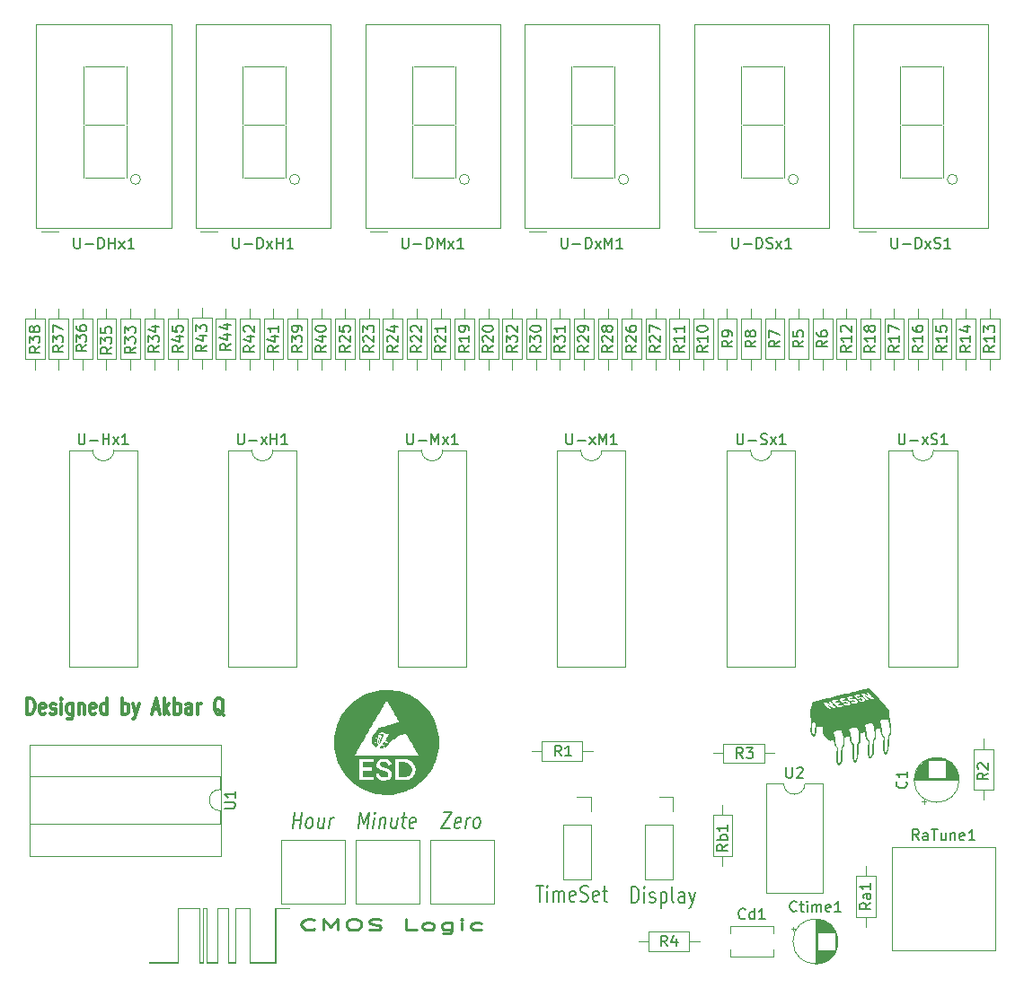
<source format=gbr>
%TF.GenerationSoftware,KiCad,Pcbnew,(6.0.2)*%
%TF.CreationDate,2022-08-16T16:31:06+04:00*%
%TF.ProjectId,ClockPCB,436c6f63-6b50-4434-922e-6b696361645f,rev?*%
%TF.SameCoordinates,Original*%
%TF.FileFunction,Legend,Top*%
%TF.FilePolarity,Positive*%
%FSLAX46Y46*%
G04 Gerber Fmt 4.6, Leading zero omitted, Abs format (unit mm)*
G04 Created by KiCad (PCBNEW (6.0.2)) date 2022-08-16 16:31:06*
%MOMM*%
%LPD*%
G01*
G04 APERTURE LIST*
%ADD10C,0.300000*%
%ADD11C,0.250000*%
%ADD12C,0.150000*%
%ADD13C,0.200000*%
%ADD14C,0.120000*%
G04 APERTURE END LIST*
D10*
X21800000Y-86378571D02*
X21800000Y-84878571D01*
X22085714Y-84878571D01*
X22257142Y-84950000D01*
X22371428Y-85092857D01*
X22428571Y-85235714D01*
X22485714Y-85521428D01*
X22485714Y-85735714D01*
X22428571Y-86021428D01*
X22371428Y-86164285D01*
X22257142Y-86307142D01*
X22085714Y-86378571D01*
X21800000Y-86378571D01*
X23457142Y-86307142D02*
X23342857Y-86378571D01*
X23114285Y-86378571D01*
X23000000Y-86307142D01*
X22942857Y-86164285D01*
X22942857Y-85592857D01*
X23000000Y-85450000D01*
X23114285Y-85378571D01*
X23342857Y-85378571D01*
X23457142Y-85450000D01*
X23514285Y-85592857D01*
X23514285Y-85735714D01*
X22942857Y-85878571D01*
X23971428Y-86307142D02*
X24085714Y-86378571D01*
X24314285Y-86378571D01*
X24428571Y-86307142D01*
X24485714Y-86164285D01*
X24485714Y-86092857D01*
X24428571Y-85950000D01*
X24314285Y-85878571D01*
X24142857Y-85878571D01*
X24028571Y-85807142D01*
X23971428Y-85664285D01*
X23971428Y-85592857D01*
X24028571Y-85450000D01*
X24142857Y-85378571D01*
X24314285Y-85378571D01*
X24428571Y-85450000D01*
X25000000Y-86378571D02*
X25000000Y-85378571D01*
X25000000Y-84878571D02*
X24942857Y-84950000D01*
X25000000Y-85021428D01*
X25057142Y-84950000D01*
X25000000Y-84878571D01*
X25000000Y-85021428D01*
X26085714Y-85378571D02*
X26085714Y-86592857D01*
X26028571Y-86735714D01*
X25971428Y-86807142D01*
X25857142Y-86878571D01*
X25685714Y-86878571D01*
X25571428Y-86807142D01*
X26085714Y-86307142D02*
X25971428Y-86378571D01*
X25742857Y-86378571D01*
X25628571Y-86307142D01*
X25571428Y-86235714D01*
X25514285Y-86092857D01*
X25514285Y-85664285D01*
X25571428Y-85521428D01*
X25628571Y-85450000D01*
X25742857Y-85378571D01*
X25971428Y-85378571D01*
X26085714Y-85450000D01*
X26657142Y-85378571D02*
X26657142Y-86378571D01*
X26657142Y-85521428D02*
X26714285Y-85450000D01*
X26828571Y-85378571D01*
X27000000Y-85378571D01*
X27114285Y-85450000D01*
X27171428Y-85592857D01*
X27171428Y-86378571D01*
X28200000Y-86307142D02*
X28085714Y-86378571D01*
X27857142Y-86378571D01*
X27742857Y-86307142D01*
X27685714Y-86164285D01*
X27685714Y-85592857D01*
X27742857Y-85450000D01*
X27857142Y-85378571D01*
X28085714Y-85378571D01*
X28200000Y-85450000D01*
X28257142Y-85592857D01*
X28257142Y-85735714D01*
X27685714Y-85878571D01*
X29285714Y-86378571D02*
X29285714Y-84878571D01*
X29285714Y-86307142D02*
X29171428Y-86378571D01*
X28942857Y-86378571D01*
X28828571Y-86307142D01*
X28771428Y-86235714D01*
X28714285Y-86092857D01*
X28714285Y-85664285D01*
X28771428Y-85521428D01*
X28828571Y-85450000D01*
X28942857Y-85378571D01*
X29171428Y-85378571D01*
X29285714Y-85450000D01*
X30771428Y-86378571D02*
X30771428Y-84878571D01*
X30771428Y-85450000D02*
X30885714Y-85378571D01*
X31114285Y-85378571D01*
X31228571Y-85450000D01*
X31285714Y-85521428D01*
X31342857Y-85664285D01*
X31342857Y-86092857D01*
X31285714Y-86235714D01*
X31228571Y-86307142D01*
X31114285Y-86378571D01*
X30885714Y-86378571D01*
X30771428Y-86307142D01*
X31742857Y-85378571D02*
X32028571Y-86378571D01*
X32314285Y-85378571D02*
X32028571Y-86378571D01*
X31914285Y-86735714D01*
X31857142Y-86807142D01*
X31742857Y-86878571D01*
X33628571Y-85950000D02*
X34200000Y-85950000D01*
X33514285Y-86378571D02*
X33914285Y-84878571D01*
X34314285Y-86378571D01*
X34714285Y-86378571D02*
X34714285Y-84878571D01*
X34828571Y-85807142D02*
X35171428Y-86378571D01*
X35171428Y-85378571D02*
X34714285Y-85950000D01*
X35685714Y-86378571D02*
X35685714Y-84878571D01*
X35685714Y-85450000D02*
X35800000Y-85378571D01*
X36028571Y-85378571D01*
X36142857Y-85450000D01*
X36200000Y-85521428D01*
X36257142Y-85664285D01*
X36257142Y-86092857D01*
X36200000Y-86235714D01*
X36142857Y-86307142D01*
X36028571Y-86378571D01*
X35800000Y-86378571D01*
X35685714Y-86307142D01*
X37285714Y-86378571D02*
X37285714Y-85592857D01*
X37228571Y-85450000D01*
X37114285Y-85378571D01*
X36885714Y-85378571D01*
X36771428Y-85450000D01*
X37285714Y-86307142D02*
X37171428Y-86378571D01*
X36885714Y-86378571D01*
X36771428Y-86307142D01*
X36714285Y-86164285D01*
X36714285Y-86021428D01*
X36771428Y-85878571D01*
X36885714Y-85807142D01*
X37171428Y-85807142D01*
X37285714Y-85735714D01*
X37857142Y-86378571D02*
X37857142Y-85378571D01*
X37857142Y-85664285D02*
X37914285Y-85521428D01*
X37971428Y-85450000D01*
X38085714Y-85378571D01*
X38200000Y-85378571D01*
X40314285Y-86521428D02*
X40200000Y-86450000D01*
X40085714Y-86307142D01*
X39914285Y-86092857D01*
X39800000Y-86021428D01*
X39685714Y-86021428D01*
X39742857Y-86378571D02*
X39628571Y-86307142D01*
X39514285Y-86164285D01*
X39457142Y-85878571D01*
X39457142Y-85378571D01*
X39514285Y-85092857D01*
X39628571Y-84950000D01*
X39742857Y-84878571D01*
X39971428Y-84878571D01*
X40085714Y-84950000D01*
X40200000Y-85092857D01*
X40257142Y-85378571D01*
X40257142Y-85878571D01*
X40200000Y-86164285D01*
X40085714Y-86307142D01*
X39971428Y-86378571D01*
X39742857Y-86378571D01*
D11*
X48861904Y-106657142D02*
X48766666Y-106704761D01*
X48480952Y-106752380D01*
X48290476Y-106752380D01*
X48004761Y-106704761D01*
X47814285Y-106609523D01*
X47719047Y-106514285D01*
X47623809Y-106323809D01*
X47623809Y-106180952D01*
X47719047Y-105990476D01*
X47814285Y-105895238D01*
X48004761Y-105800000D01*
X48290476Y-105752380D01*
X48480952Y-105752380D01*
X48766666Y-105800000D01*
X48861904Y-105847619D01*
X49719047Y-106752380D02*
X49719047Y-105752380D01*
X50385714Y-106466666D01*
X51052380Y-105752380D01*
X51052380Y-106752380D01*
X52385714Y-105752380D02*
X52766666Y-105752380D01*
X52957142Y-105800000D01*
X53147619Y-105895238D01*
X53242857Y-106085714D01*
X53242857Y-106419047D01*
X53147619Y-106609523D01*
X52957142Y-106704761D01*
X52766666Y-106752380D01*
X52385714Y-106752380D01*
X52195238Y-106704761D01*
X52004761Y-106609523D01*
X51909523Y-106419047D01*
X51909523Y-106085714D01*
X52004761Y-105895238D01*
X52195238Y-105800000D01*
X52385714Y-105752380D01*
X54004761Y-106704761D02*
X54290476Y-106752380D01*
X54766666Y-106752380D01*
X54957142Y-106704761D01*
X55052380Y-106657142D01*
X55147619Y-106561904D01*
X55147619Y-106466666D01*
X55052380Y-106371428D01*
X54957142Y-106323809D01*
X54766666Y-106276190D01*
X54385714Y-106228571D01*
X54195238Y-106180952D01*
X54100000Y-106133333D01*
X54004761Y-106038095D01*
X54004761Y-105942857D01*
X54100000Y-105847619D01*
X54195238Y-105800000D01*
X54385714Y-105752380D01*
X54861904Y-105752380D01*
X55147619Y-105800000D01*
X58480952Y-106752380D02*
X57528571Y-106752380D01*
X57528571Y-105752380D01*
X59433333Y-106752380D02*
X59242857Y-106704761D01*
X59147619Y-106657142D01*
X59052380Y-106561904D01*
X59052380Y-106276190D01*
X59147619Y-106180952D01*
X59242857Y-106133333D01*
X59433333Y-106085714D01*
X59719047Y-106085714D01*
X59909523Y-106133333D01*
X60004761Y-106180952D01*
X60100000Y-106276190D01*
X60100000Y-106561904D01*
X60004761Y-106657142D01*
X59909523Y-106704761D01*
X59719047Y-106752380D01*
X59433333Y-106752380D01*
X61814285Y-106085714D02*
X61814285Y-106895238D01*
X61719047Y-106990476D01*
X61623809Y-107038095D01*
X61433333Y-107085714D01*
X61147619Y-107085714D01*
X60957142Y-107038095D01*
X61814285Y-106704761D02*
X61623809Y-106752380D01*
X61242857Y-106752380D01*
X61052380Y-106704761D01*
X60957142Y-106657142D01*
X60861904Y-106561904D01*
X60861904Y-106276190D01*
X60957142Y-106180952D01*
X61052380Y-106133333D01*
X61242857Y-106085714D01*
X61623809Y-106085714D01*
X61814285Y-106133333D01*
X62766666Y-106752380D02*
X62766666Y-106085714D01*
X62766666Y-105752380D02*
X62671428Y-105800000D01*
X62766666Y-105847619D01*
X62861904Y-105800000D01*
X62766666Y-105752380D01*
X62766666Y-105847619D01*
X64576190Y-106704761D02*
X64385714Y-106752380D01*
X64004761Y-106752380D01*
X63814285Y-106704761D01*
X63719047Y-106657142D01*
X63623809Y-106561904D01*
X63623809Y-106276190D01*
X63719047Y-106180952D01*
X63814285Y-106133333D01*
X64004761Y-106085714D01*
X64385714Y-106085714D01*
X64576190Y-106133333D01*
D12*
%TO.C,U-Hx1*%
X26645476Y-59947380D02*
X26645476Y-60756904D01*
X26693095Y-60852142D01*
X26740714Y-60899761D01*
X26835952Y-60947380D01*
X27026428Y-60947380D01*
X27121666Y-60899761D01*
X27169285Y-60852142D01*
X27216904Y-60756904D01*
X27216904Y-59947380D01*
X27693095Y-60566428D02*
X28455000Y-60566428D01*
X28931190Y-60947380D02*
X28931190Y-59947380D01*
X28931190Y-60423571D02*
X29502619Y-60423571D01*
X29502619Y-60947380D02*
X29502619Y-59947380D01*
X29883571Y-60947380D02*
X30407380Y-60280714D01*
X29883571Y-60280714D02*
X30407380Y-60947380D01*
X31312142Y-60947380D02*
X30740714Y-60947380D01*
X31026428Y-60947380D02*
X31026428Y-59947380D01*
X30931190Y-60090238D01*
X30835952Y-60185476D01*
X30740714Y-60233095D01*
%TO.C,C1*%
X104607142Y-92766666D02*
X104654761Y-92814285D01*
X104702380Y-92957142D01*
X104702380Y-93052380D01*
X104654761Y-93195238D01*
X104559523Y-93290476D01*
X104464285Y-93338095D01*
X104273809Y-93385714D01*
X104130952Y-93385714D01*
X103940476Y-93338095D01*
X103845238Y-93290476D01*
X103750000Y-93195238D01*
X103702380Y-93052380D01*
X103702380Y-92957142D01*
X103750000Y-92814285D01*
X103797619Y-92766666D01*
X104702380Y-91814285D02*
X104702380Y-92385714D01*
X104702380Y-92100000D02*
X103702380Y-92100000D01*
X103845238Y-92195238D01*
X103940476Y-92290476D01*
X103988095Y-92385714D01*
%TO.C,U-DMx1*%
X57142857Y-41452380D02*
X57142857Y-42261904D01*
X57190476Y-42357142D01*
X57238095Y-42404761D01*
X57333333Y-42452380D01*
X57523809Y-42452380D01*
X57619047Y-42404761D01*
X57666666Y-42357142D01*
X57714285Y-42261904D01*
X57714285Y-41452380D01*
X58190476Y-42071428D02*
X58952380Y-42071428D01*
X59428571Y-42452380D02*
X59428571Y-41452380D01*
X59666666Y-41452380D01*
X59809523Y-41500000D01*
X59904761Y-41595238D01*
X59952380Y-41690476D01*
X60000000Y-41880952D01*
X60000000Y-42023809D01*
X59952380Y-42214285D01*
X59904761Y-42309523D01*
X59809523Y-42404761D01*
X59666666Y-42452380D01*
X59428571Y-42452380D01*
X60428571Y-42452380D02*
X60428571Y-41452380D01*
X60761904Y-42166666D01*
X61095238Y-41452380D01*
X61095238Y-42452380D01*
X61476190Y-42452380D02*
X62000000Y-41785714D01*
X61476190Y-41785714D02*
X62000000Y-42452380D01*
X62904761Y-42452380D02*
X62333333Y-42452380D01*
X62619047Y-42452380D02*
X62619047Y-41452380D01*
X62523809Y-41595238D01*
X62428571Y-41690476D01*
X62333333Y-41738095D01*
%TO.C,U-DHx1*%
X26190476Y-41452380D02*
X26190476Y-42261904D01*
X26238095Y-42357142D01*
X26285714Y-42404761D01*
X26380952Y-42452380D01*
X26571428Y-42452380D01*
X26666666Y-42404761D01*
X26714285Y-42357142D01*
X26761904Y-42261904D01*
X26761904Y-41452380D01*
X27238095Y-42071428D02*
X28000000Y-42071428D01*
X28476190Y-42452380D02*
X28476190Y-41452380D01*
X28714285Y-41452380D01*
X28857142Y-41500000D01*
X28952380Y-41595238D01*
X29000000Y-41690476D01*
X29047619Y-41880952D01*
X29047619Y-42023809D01*
X29000000Y-42214285D01*
X28952380Y-42309523D01*
X28857142Y-42404761D01*
X28714285Y-42452380D01*
X28476190Y-42452380D01*
X29476190Y-42452380D02*
X29476190Y-41452380D01*
X29476190Y-41928571D02*
X30047619Y-41928571D01*
X30047619Y-42452380D02*
X30047619Y-41452380D01*
X30428571Y-42452380D02*
X30952380Y-41785714D01*
X30428571Y-41785714D02*
X30952380Y-42452380D01*
X31857142Y-42452380D02*
X31285714Y-42452380D01*
X31571428Y-42452380D02*
X31571428Y-41452380D01*
X31476190Y-41595238D01*
X31380952Y-41690476D01*
X31285714Y-41738095D01*
%TO.C,U-DxH1*%
X41190476Y-41452380D02*
X41190476Y-42261904D01*
X41238095Y-42357142D01*
X41285714Y-42404761D01*
X41380952Y-42452380D01*
X41571428Y-42452380D01*
X41666666Y-42404761D01*
X41714285Y-42357142D01*
X41761904Y-42261904D01*
X41761904Y-41452380D01*
X42238095Y-42071428D02*
X43000000Y-42071428D01*
X43476190Y-42452380D02*
X43476190Y-41452380D01*
X43714285Y-41452380D01*
X43857142Y-41500000D01*
X43952380Y-41595238D01*
X44000000Y-41690476D01*
X44047619Y-41880952D01*
X44047619Y-42023809D01*
X44000000Y-42214285D01*
X43952380Y-42309523D01*
X43857142Y-42404761D01*
X43714285Y-42452380D01*
X43476190Y-42452380D01*
X44380952Y-42452380D02*
X44904761Y-41785714D01*
X44380952Y-41785714D02*
X44904761Y-42452380D01*
X45285714Y-42452380D02*
X45285714Y-41452380D01*
X45285714Y-41928571D02*
X45857142Y-41928571D01*
X45857142Y-42452380D02*
X45857142Y-41452380D01*
X46857142Y-42452380D02*
X46285714Y-42452380D01*
X46571428Y-42452380D02*
X46571428Y-41452380D01*
X46476190Y-41595238D01*
X46380952Y-41690476D01*
X46285714Y-41738095D01*
%TO.C,U-DSx1*%
X88238095Y-41452380D02*
X88238095Y-42261904D01*
X88285714Y-42357142D01*
X88333333Y-42404761D01*
X88428571Y-42452380D01*
X88619047Y-42452380D01*
X88714285Y-42404761D01*
X88761904Y-42357142D01*
X88809523Y-42261904D01*
X88809523Y-41452380D01*
X89285714Y-42071428D02*
X90047619Y-42071428D01*
X90523809Y-42452380D02*
X90523809Y-41452380D01*
X90761904Y-41452380D01*
X90904761Y-41500000D01*
X91000000Y-41595238D01*
X91047619Y-41690476D01*
X91095238Y-41880952D01*
X91095238Y-42023809D01*
X91047619Y-42214285D01*
X91000000Y-42309523D01*
X90904761Y-42404761D01*
X90761904Y-42452380D01*
X90523809Y-42452380D01*
X91476190Y-42404761D02*
X91619047Y-42452380D01*
X91857142Y-42452380D01*
X91952380Y-42404761D01*
X92000000Y-42357142D01*
X92047619Y-42261904D01*
X92047619Y-42166666D01*
X92000000Y-42071428D01*
X91952380Y-42023809D01*
X91857142Y-41976190D01*
X91666666Y-41928571D01*
X91571428Y-41880952D01*
X91523809Y-41833333D01*
X91476190Y-41738095D01*
X91476190Y-41642857D01*
X91523809Y-41547619D01*
X91571428Y-41500000D01*
X91666666Y-41452380D01*
X91904761Y-41452380D01*
X92047619Y-41500000D01*
X92380952Y-42452380D02*
X92904761Y-41785714D01*
X92380952Y-41785714D02*
X92904761Y-42452380D01*
X93809523Y-42452380D02*
X93238095Y-42452380D01*
X93523809Y-42452380D02*
X93523809Y-41452380D01*
X93428571Y-41595238D01*
X93333333Y-41690476D01*
X93238095Y-41738095D01*
%TO.C,U-DxS1*%
X103238095Y-41452380D02*
X103238095Y-42261904D01*
X103285714Y-42357142D01*
X103333333Y-42404761D01*
X103428571Y-42452380D01*
X103619047Y-42452380D01*
X103714285Y-42404761D01*
X103761904Y-42357142D01*
X103809523Y-42261904D01*
X103809523Y-41452380D01*
X104285714Y-42071428D02*
X105047619Y-42071428D01*
X105523809Y-42452380D02*
X105523809Y-41452380D01*
X105761904Y-41452380D01*
X105904761Y-41500000D01*
X106000000Y-41595238D01*
X106047619Y-41690476D01*
X106095238Y-41880952D01*
X106095238Y-42023809D01*
X106047619Y-42214285D01*
X106000000Y-42309523D01*
X105904761Y-42404761D01*
X105761904Y-42452380D01*
X105523809Y-42452380D01*
X106428571Y-42452380D02*
X106952380Y-41785714D01*
X106428571Y-41785714D02*
X106952380Y-42452380D01*
X107285714Y-42404761D02*
X107428571Y-42452380D01*
X107666666Y-42452380D01*
X107761904Y-42404761D01*
X107809523Y-42357142D01*
X107857142Y-42261904D01*
X107857142Y-42166666D01*
X107809523Y-42071428D01*
X107761904Y-42023809D01*
X107666666Y-41976190D01*
X107476190Y-41928571D01*
X107380952Y-41880952D01*
X107333333Y-41833333D01*
X107285714Y-41738095D01*
X107285714Y-41642857D01*
X107333333Y-41547619D01*
X107380952Y-41500000D01*
X107476190Y-41452380D01*
X107714285Y-41452380D01*
X107857142Y-41500000D01*
X108809523Y-42452380D02*
X108238095Y-42452380D01*
X108523809Y-42452380D02*
X108523809Y-41452380D01*
X108428571Y-41595238D01*
X108333333Y-41690476D01*
X108238095Y-41738095D01*
%TO.C,U-DxM1*%
X72142857Y-41452380D02*
X72142857Y-42261904D01*
X72190476Y-42357142D01*
X72238095Y-42404761D01*
X72333333Y-42452380D01*
X72523809Y-42452380D01*
X72619047Y-42404761D01*
X72666666Y-42357142D01*
X72714285Y-42261904D01*
X72714285Y-41452380D01*
X73190476Y-42071428D02*
X73952380Y-42071428D01*
X74428571Y-42452380D02*
X74428571Y-41452380D01*
X74666666Y-41452380D01*
X74809523Y-41500000D01*
X74904761Y-41595238D01*
X74952380Y-41690476D01*
X75000000Y-41880952D01*
X75000000Y-42023809D01*
X74952380Y-42214285D01*
X74904761Y-42309523D01*
X74809523Y-42404761D01*
X74666666Y-42452380D01*
X74428571Y-42452380D01*
X75333333Y-42452380D02*
X75857142Y-41785714D01*
X75333333Y-41785714D02*
X75857142Y-42452380D01*
X76238095Y-42452380D02*
X76238095Y-41452380D01*
X76571428Y-42166666D01*
X76904761Y-41452380D01*
X76904761Y-42452380D01*
X77904761Y-42452380D02*
X77333333Y-42452380D01*
X77619047Y-42452380D02*
X77619047Y-41452380D01*
X77523809Y-41595238D01*
X77428571Y-41690476D01*
X77333333Y-41738095D01*
D13*
%TO.C,TimeSet*%
X69728571Y-102578571D02*
X70414285Y-102578571D01*
X70071428Y-104078571D02*
X70071428Y-102578571D01*
X70814285Y-104078571D02*
X70814285Y-103078571D01*
X70814285Y-102578571D02*
X70757142Y-102650000D01*
X70814285Y-102721428D01*
X70871428Y-102650000D01*
X70814285Y-102578571D01*
X70814285Y-102721428D01*
X71385714Y-104078571D02*
X71385714Y-103078571D01*
X71385714Y-103221428D02*
X71442857Y-103150000D01*
X71557142Y-103078571D01*
X71728571Y-103078571D01*
X71842857Y-103150000D01*
X71900000Y-103292857D01*
X71900000Y-104078571D01*
X71900000Y-103292857D02*
X71957142Y-103150000D01*
X72071428Y-103078571D01*
X72242857Y-103078571D01*
X72357142Y-103150000D01*
X72414285Y-103292857D01*
X72414285Y-104078571D01*
X73442857Y-104007142D02*
X73328571Y-104078571D01*
X73100000Y-104078571D01*
X72985714Y-104007142D01*
X72928571Y-103864285D01*
X72928571Y-103292857D01*
X72985714Y-103150000D01*
X73100000Y-103078571D01*
X73328571Y-103078571D01*
X73442857Y-103150000D01*
X73500000Y-103292857D01*
X73500000Y-103435714D01*
X72928571Y-103578571D01*
X73957142Y-104007142D02*
X74128571Y-104078571D01*
X74414285Y-104078571D01*
X74528571Y-104007142D01*
X74585714Y-103935714D01*
X74642857Y-103792857D01*
X74642857Y-103650000D01*
X74585714Y-103507142D01*
X74528571Y-103435714D01*
X74414285Y-103364285D01*
X74185714Y-103292857D01*
X74071428Y-103221428D01*
X74014285Y-103150000D01*
X73957142Y-103007142D01*
X73957142Y-102864285D01*
X74014285Y-102721428D01*
X74071428Y-102650000D01*
X74185714Y-102578571D01*
X74471428Y-102578571D01*
X74642857Y-102650000D01*
X75614285Y-104007142D02*
X75500000Y-104078571D01*
X75271428Y-104078571D01*
X75157142Y-104007142D01*
X75100000Y-103864285D01*
X75100000Y-103292857D01*
X75157142Y-103150000D01*
X75271428Y-103078571D01*
X75500000Y-103078571D01*
X75614285Y-103150000D01*
X75671428Y-103292857D01*
X75671428Y-103435714D01*
X75100000Y-103578571D01*
X76014285Y-103078571D02*
X76471428Y-103078571D01*
X76185714Y-102578571D02*
X76185714Y-103864285D01*
X76242857Y-104007142D01*
X76357142Y-104078571D01*
X76471428Y-104078571D01*
%TO.C,Display*%
X78757142Y-104178571D02*
X78757142Y-102678571D01*
X79042857Y-102678571D01*
X79214285Y-102750000D01*
X79328571Y-102892857D01*
X79385714Y-103035714D01*
X79442857Y-103321428D01*
X79442857Y-103535714D01*
X79385714Y-103821428D01*
X79328571Y-103964285D01*
X79214285Y-104107142D01*
X79042857Y-104178571D01*
X78757142Y-104178571D01*
X79957142Y-104178571D02*
X79957142Y-103178571D01*
X79957142Y-102678571D02*
X79900000Y-102750000D01*
X79957142Y-102821428D01*
X80014285Y-102750000D01*
X79957142Y-102678571D01*
X79957142Y-102821428D01*
X80471428Y-104107142D02*
X80585714Y-104178571D01*
X80814285Y-104178571D01*
X80928571Y-104107142D01*
X80985714Y-103964285D01*
X80985714Y-103892857D01*
X80928571Y-103750000D01*
X80814285Y-103678571D01*
X80642857Y-103678571D01*
X80528571Y-103607142D01*
X80471428Y-103464285D01*
X80471428Y-103392857D01*
X80528571Y-103250000D01*
X80642857Y-103178571D01*
X80814285Y-103178571D01*
X80928571Y-103250000D01*
X81500000Y-103178571D02*
X81500000Y-104678571D01*
X81500000Y-103250000D02*
X81614285Y-103178571D01*
X81842857Y-103178571D01*
X81957142Y-103250000D01*
X82014285Y-103321428D01*
X82071428Y-103464285D01*
X82071428Y-103892857D01*
X82014285Y-104035714D01*
X81957142Y-104107142D01*
X81842857Y-104178571D01*
X81614285Y-104178571D01*
X81500000Y-104107142D01*
X82757142Y-104178571D02*
X82642857Y-104107142D01*
X82585714Y-103964285D01*
X82585714Y-102678571D01*
X83728571Y-104178571D02*
X83728571Y-103392857D01*
X83671428Y-103250000D01*
X83557142Y-103178571D01*
X83328571Y-103178571D01*
X83214285Y-103250000D01*
X83728571Y-104107142D02*
X83614285Y-104178571D01*
X83328571Y-104178571D01*
X83214285Y-104107142D01*
X83157142Y-103964285D01*
X83157142Y-103821428D01*
X83214285Y-103678571D01*
X83328571Y-103607142D01*
X83614285Y-103607142D01*
X83728571Y-103535714D01*
X84185714Y-103178571D02*
X84471428Y-104178571D01*
X84757142Y-103178571D02*
X84471428Y-104178571D01*
X84357142Y-104535714D01*
X84300000Y-104607142D01*
X84185714Y-104678571D01*
D12*
%TO.C,U2*%
X93328095Y-91412380D02*
X93328095Y-92221904D01*
X93375714Y-92317142D01*
X93423333Y-92364761D01*
X93518571Y-92412380D01*
X93709047Y-92412380D01*
X93804285Y-92364761D01*
X93851904Y-92317142D01*
X93899523Y-92221904D01*
X93899523Y-91412380D01*
X94328095Y-91507619D02*
X94375714Y-91460000D01*
X94470952Y-91412380D01*
X94709047Y-91412380D01*
X94804285Y-91460000D01*
X94851904Y-91507619D01*
X94899523Y-91602857D01*
X94899523Y-91698095D01*
X94851904Y-91840952D01*
X94280476Y-92412380D01*
X94899523Y-92412380D01*
%TO.C,U1*%
X40402380Y-95271904D02*
X41211904Y-95271904D01*
X41307142Y-95224285D01*
X41354761Y-95176666D01*
X41402380Y-95081428D01*
X41402380Y-94890952D01*
X41354761Y-94795714D01*
X41307142Y-94748095D01*
X41211904Y-94700476D01*
X40402380Y-94700476D01*
X41402380Y-93700476D02*
X41402380Y-94271904D01*
X41402380Y-93986190D02*
X40402380Y-93986190D01*
X40545238Y-94081428D01*
X40640476Y-94176666D01*
X40688095Y-94271904D01*
%TO.C,U-xS1*%
X103943095Y-59947380D02*
X103943095Y-60756904D01*
X103990714Y-60852142D01*
X104038333Y-60899761D01*
X104133571Y-60947380D01*
X104324047Y-60947380D01*
X104419285Y-60899761D01*
X104466904Y-60852142D01*
X104514523Y-60756904D01*
X104514523Y-59947380D01*
X104990714Y-60566428D02*
X105752619Y-60566428D01*
X106133571Y-60947380D02*
X106657380Y-60280714D01*
X106133571Y-60280714D02*
X106657380Y-60947380D01*
X106990714Y-60899761D02*
X107133571Y-60947380D01*
X107371666Y-60947380D01*
X107466904Y-60899761D01*
X107514523Y-60852142D01*
X107562142Y-60756904D01*
X107562142Y-60661666D01*
X107514523Y-60566428D01*
X107466904Y-60518809D01*
X107371666Y-60471190D01*
X107181190Y-60423571D01*
X107085952Y-60375952D01*
X107038333Y-60328333D01*
X106990714Y-60233095D01*
X106990714Y-60137857D01*
X107038333Y-60042619D01*
X107085952Y-59995000D01*
X107181190Y-59947380D01*
X107419285Y-59947380D01*
X107562142Y-59995000D01*
X108514523Y-60947380D02*
X107943095Y-60947380D01*
X108228809Y-60947380D02*
X108228809Y-59947380D01*
X108133571Y-60090238D01*
X108038333Y-60185476D01*
X107943095Y-60233095D01*
%TO.C,U-xM1*%
X72597857Y-59947380D02*
X72597857Y-60756904D01*
X72645476Y-60852142D01*
X72693095Y-60899761D01*
X72788333Y-60947380D01*
X72978809Y-60947380D01*
X73074047Y-60899761D01*
X73121666Y-60852142D01*
X73169285Y-60756904D01*
X73169285Y-59947380D01*
X73645476Y-60566428D02*
X74407380Y-60566428D01*
X74788333Y-60947380D02*
X75312142Y-60280714D01*
X74788333Y-60280714D02*
X75312142Y-60947380D01*
X75693095Y-60947380D02*
X75693095Y-59947380D01*
X76026428Y-60661666D01*
X76359761Y-59947380D01*
X76359761Y-60947380D01*
X77359761Y-60947380D02*
X76788333Y-60947380D01*
X77074047Y-60947380D02*
X77074047Y-59947380D01*
X76978809Y-60090238D01*
X76883571Y-60185476D01*
X76788333Y-60233095D01*
%TO.C,U-xH1*%
X41645476Y-59947380D02*
X41645476Y-60756904D01*
X41693095Y-60852142D01*
X41740714Y-60899761D01*
X41835952Y-60947380D01*
X42026428Y-60947380D01*
X42121666Y-60899761D01*
X42169285Y-60852142D01*
X42216904Y-60756904D01*
X42216904Y-59947380D01*
X42693095Y-60566428D02*
X43455000Y-60566428D01*
X43835952Y-60947380D02*
X44359761Y-60280714D01*
X43835952Y-60280714D02*
X44359761Y-60947380D01*
X44740714Y-60947380D02*
X44740714Y-59947380D01*
X44740714Y-60423571D02*
X45312142Y-60423571D01*
X45312142Y-60947380D02*
X45312142Y-59947380D01*
X46312142Y-60947380D02*
X45740714Y-60947380D01*
X46026428Y-60947380D02*
X46026428Y-59947380D01*
X45931190Y-60090238D01*
X45835952Y-60185476D01*
X45740714Y-60233095D01*
%TO.C,U-Sx1*%
X88693095Y-59947380D02*
X88693095Y-60756904D01*
X88740714Y-60852142D01*
X88788333Y-60899761D01*
X88883571Y-60947380D01*
X89074047Y-60947380D01*
X89169285Y-60899761D01*
X89216904Y-60852142D01*
X89264523Y-60756904D01*
X89264523Y-59947380D01*
X89740714Y-60566428D02*
X90502619Y-60566428D01*
X90931190Y-60899761D02*
X91074047Y-60947380D01*
X91312142Y-60947380D01*
X91407380Y-60899761D01*
X91455000Y-60852142D01*
X91502619Y-60756904D01*
X91502619Y-60661666D01*
X91455000Y-60566428D01*
X91407380Y-60518809D01*
X91312142Y-60471190D01*
X91121666Y-60423571D01*
X91026428Y-60375952D01*
X90978809Y-60328333D01*
X90931190Y-60233095D01*
X90931190Y-60137857D01*
X90978809Y-60042619D01*
X91026428Y-59995000D01*
X91121666Y-59947380D01*
X91359761Y-59947380D01*
X91502619Y-59995000D01*
X91835952Y-60947380D02*
X92359761Y-60280714D01*
X91835952Y-60280714D02*
X92359761Y-60947380D01*
X93264523Y-60947380D02*
X92693095Y-60947380D01*
X92978809Y-60947380D02*
X92978809Y-59947380D01*
X92883571Y-60090238D01*
X92788333Y-60185476D01*
X92693095Y-60233095D01*
%TO.C,U-Mx1*%
X57597857Y-59947380D02*
X57597857Y-60756904D01*
X57645476Y-60852142D01*
X57693095Y-60899761D01*
X57788333Y-60947380D01*
X57978809Y-60947380D01*
X58074047Y-60899761D01*
X58121666Y-60852142D01*
X58169285Y-60756904D01*
X58169285Y-59947380D01*
X58645476Y-60566428D02*
X59407380Y-60566428D01*
X59883571Y-60947380D02*
X59883571Y-59947380D01*
X60216904Y-60661666D01*
X60550238Y-59947380D01*
X60550238Y-60947380D01*
X60931190Y-60947380D02*
X61455000Y-60280714D01*
X60931190Y-60280714D02*
X61455000Y-60947380D01*
X62359761Y-60947380D02*
X61788333Y-60947380D01*
X62074047Y-60947380D02*
X62074047Y-59947380D01*
X61978809Y-60090238D01*
X61883571Y-60185476D01*
X61788333Y-60233095D01*
D13*
%TO.C,Zero*%
X61006919Y-95678571D02*
X61806919Y-95678571D01*
X60819419Y-97178571D01*
X61619419Y-97178571D01*
X62542633Y-97107142D02*
X62419419Y-97178571D01*
X62190848Y-97178571D01*
X62085491Y-97107142D01*
X62046205Y-96964285D01*
X62117633Y-96392857D01*
X62192633Y-96250000D01*
X62315848Y-96178571D01*
X62544419Y-96178571D01*
X62649776Y-96250000D01*
X62689062Y-96392857D01*
X62671205Y-96535714D01*
X62081919Y-96678571D01*
X63105133Y-97178571D02*
X63230133Y-96178571D01*
X63194419Y-96464285D02*
X63269419Y-96321428D01*
X63335491Y-96250000D01*
X63458705Y-96178571D01*
X63572991Y-96178571D01*
X64019419Y-97178571D02*
X63914062Y-97107142D01*
X63865848Y-97035714D01*
X63826562Y-96892857D01*
X63880133Y-96464285D01*
X63955133Y-96321428D01*
X64021205Y-96250000D01*
X64144419Y-96178571D01*
X64315848Y-96178571D01*
X64421205Y-96250000D01*
X64469419Y-96321428D01*
X64508705Y-96464285D01*
X64455133Y-96892857D01*
X64380133Y-97035714D01*
X64314062Y-97107142D01*
X64190848Y-97178571D01*
X64019419Y-97178571D01*
D12*
%TO.C,Rb1*%
X87782380Y-98709047D02*
X87306190Y-99042380D01*
X87782380Y-99280476D02*
X86782380Y-99280476D01*
X86782380Y-98899523D01*
X86830000Y-98804285D01*
X86877619Y-98756666D01*
X86972857Y-98709047D01*
X87115714Y-98709047D01*
X87210952Y-98756666D01*
X87258571Y-98804285D01*
X87306190Y-98899523D01*
X87306190Y-99280476D01*
X87782380Y-98280476D02*
X86782380Y-98280476D01*
X87163333Y-98280476D02*
X87115714Y-98185238D01*
X87115714Y-97994761D01*
X87163333Y-97899523D01*
X87210952Y-97851904D01*
X87306190Y-97804285D01*
X87591904Y-97804285D01*
X87687142Y-97851904D01*
X87734761Y-97899523D01*
X87782380Y-97994761D01*
X87782380Y-98185238D01*
X87734761Y-98280476D01*
X87782380Y-96851904D02*
X87782380Y-97423333D01*
X87782380Y-97137619D02*
X86782380Y-97137619D01*
X86925238Y-97232857D01*
X87020476Y-97328095D01*
X87068095Y-97423333D01*
%TO.C,RaTune1*%
X105821666Y-98277380D02*
X105488333Y-97801190D01*
X105250238Y-98277380D02*
X105250238Y-97277380D01*
X105631190Y-97277380D01*
X105726428Y-97325000D01*
X105774047Y-97372619D01*
X105821666Y-97467857D01*
X105821666Y-97610714D01*
X105774047Y-97705952D01*
X105726428Y-97753571D01*
X105631190Y-97801190D01*
X105250238Y-97801190D01*
X106678809Y-98277380D02*
X106678809Y-97753571D01*
X106631190Y-97658333D01*
X106535952Y-97610714D01*
X106345476Y-97610714D01*
X106250238Y-97658333D01*
X106678809Y-98229761D02*
X106583571Y-98277380D01*
X106345476Y-98277380D01*
X106250238Y-98229761D01*
X106202619Y-98134523D01*
X106202619Y-98039285D01*
X106250238Y-97944047D01*
X106345476Y-97896428D01*
X106583571Y-97896428D01*
X106678809Y-97848809D01*
X107012142Y-97277380D02*
X107583571Y-97277380D01*
X107297857Y-98277380D02*
X107297857Y-97277380D01*
X108345476Y-97610714D02*
X108345476Y-98277380D01*
X107916904Y-97610714D02*
X107916904Y-98134523D01*
X107964523Y-98229761D01*
X108059761Y-98277380D01*
X108202619Y-98277380D01*
X108297857Y-98229761D01*
X108345476Y-98182142D01*
X108821666Y-97610714D02*
X108821666Y-98277380D01*
X108821666Y-97705952D02*
X108869285Y-97658333D01*
X108964523Y-97610714D01*
X109107380Y-97610714D01*
X109202619Y-97658333D01*
X109250238Y-97753571D01*
X109250238Y-98277380D01*
X110107380Y-98229761D02*
X110012142Y-98277380D01*
X109821666Y-98277380D01*
X109726428Y-98229761D01*
X109678809Y-98134523D01*
X109678809Y-97753571D01*
X109726428Y-97658333D01*
X109821666Y-97610714D01*
X110012142Y-97610714D01*
X110107380Y-97658333D01*
X110155000Y-97753571D01*
X110155000Y-97848809D01*
X109678809Y-97944047D01*
X111107380Y-98277380D02*
X110535952Y-98277380D01*
X110821666Y-98277380D02*
X110821666Y-97277380D01*
X110726428Y-97420238D01*
X110631190Y-97515476D01*
X110535952Y-97563095D01*
%TO.C,Ra1*%
X101282380Y-104209047D02*
X100806190Y-104542380D01*
X101282380Y-104780476D02*
X100282380Y-104780476D01*
X100282380Y-104399523D01*
X100330000Y-104304285D01*
X100377619Y-104256666D01*
X100472857Y-104209047D01*
X100615714Y-104209047D01*
X100710952Y-104256666D01*
X100758571Y-104304285D01*
X100806190Y-104399523D01*
X100806190Y-104780476D01*
X101282380Y-103351904D02*
X100758571Y-103351904D01*
X100663333Y-103399523D01*
X100615714Y-103494761D01*
X100615714Y-103685238D01*
X100663333Y-103780476D01*
X101234761Y-103351904D02*
X101282380Y-103447142D01*
X101282380Y-103685238D01*
X101234761Y-103780476D01*
X101139523Y-103828095D01*
X101044285Y-103828095D01*
X100949047Y-103780476D01*
X100901428Y-103685238D01*
X100901428Y-103447142D01*
X100853809Y-103351904D01*
X101282380Y-102351904D02*
X101282380Y-102923333D01*
X101282380Y-102637619D02*
X100282380Y-102637619D01*
X100425238Y-102732857D01*
X100520476Y-102828095D01*
X100568095Y-102923333D01*
%TO.C,R45*%
X36452380Y-51642857D02*
X35976190Y-51976190D01*
X36452380Y-52214285D02*
X35452380Y-52214285D01*
X35452380Y-51833333D01*
X35500000Y-51738095D01*
X35547619Y-51690476D01*
X35642857Y-51642857D01*
X35785714Y-51642857D01*
X35880952Y-51690476D01*
X35928571Y-51738095D01*
X35976190Y-51833333D01*
X35976190Y-52214285D01*
X35785714Y-50785714D02*
X36452380Y-50785714D01*
X35404761Y-51023809D02*
X36119047Y-51261904D01*
X36119047Y-50642857D01*
X35452380Y-49785714D02*
X35452380Y-50261904D01*
X35928571Y-50309523D01*
X35880952Y-50261904D01*
X35833333Y-50166666D01*
X35833333Y-49928571D01*
X35880952Y-49833333D01*
X35928571Y-49785714D01*
X36023809Y-49738095D01*
X36261904Y-49738095D01*
X36357142Y-49785714D01*
X36404761Y-49833333D01*
X36452380Y-49928571D01*
X36452380Y-50166666D01*
X36404761Y-50261904D01*
X36357142Y-50309523D01*
%TO.C,R44*%
X40952380Y-51452857D02*
X40476190Y-51786190D01*
X40952380Y-52024285D02*
X39952380Y-52024285D01*
X39952380Y-51643333D01*
X40000000Y-51548095D01*
X40047619Y-51500476D01*
X40142857Y-51452857D01*
X40285714Y-51452857D01*
X40380952Y-51500476D01*
X40428571Y-51548095D01*
X40476190Y-51643333D01*
X40476190Y-52024285D01*
X40285714Y-50595714D02*
X40952380Y-50595714D01*
X39904761Y-50833809D02*
X40619047Y-51071904D01*
X40619047Y-50452857D01*
X40285714Y-49643333D02*
X40952380Y-49643333D01*
X39904761Y-49881428D02*
X40619047Y-50119523D01*
X40619047Y-49500476D01*
%TO.C,R43*%
X38702380Y-51582857D02*
X38226190Y-51916190D01*
X38702380Y-52154285D02*
X37702380Y-52154285D01*
X37702380Y-51773333D01*
X37750000Y-51678095D01*
X37797619Y-51630476D01*
X37892857Y-51582857D01*
X38035714Y-51582857D01*
X38130952Y-51630476D01*
X38178571Y-51678095D01*
X38226190Y-51773333D01*
X38226190Y-52154285D01*
X38035714Y-50725714D02*
X38702380Y-50725714D01*
X37654761Y-50963809D02*
X38369047Y-51201904D01*
X38369047Y-50582857D01*
X37702380Y-50297142D02*
X37702380Y-49678095D01*
X38083333Y-50011428D01*
X38083333Y-49868571D01*
X38130952Y-49773333D01*
X38178571Y-49725714D01*
X38273809Y-49678095D01*
X38511904Y-49678095D01*
X38607142Y-49725714D01*
X38654761Y-49773333D01*
X38702380Y-49868571D01*
X38702380Y-50154285D01*
X38654761Y-50249523D01*
X38607142Y-50297142D01*
%TO.C,R42*%
X43202380Y-51642857D02*
X42726190Y-51976190D01*
X43202380Y-52214285D02*
X42202380Y-52214285D01*
X42202380Y-51833333D01*
X42250000Y-51738095D01*
X42297619Y-51690476D01*
X42392857Y-51642857D01*
X42535714Y-51642857D01*
X42630952Y-51690476D01*
X42678571Y-51738095D01*
X42726190Y-51833333D01*
X42726190Y-52214285D01*
X42535714Y-50785714D02*
X43202380Y-50785714D01*
X42154761Y-51023809D02*
X42869047Y-51261904D01*
X42869047Y-50642857D01*
X42297619Y-50309523D02*
X42250000Y-50261904D01*
X42202380Y-50166666D01*
X42202380Y-49928571D01*
X42250000Y-49833333D01*
X42297619Y-49785714D01*
X42392857Y-49738095D01*
X42488095Y-49738095D01*
X42630952Y-49785714D01*
X43202380Y-50357142D01*
X43202380Y-49738095D01*
%TO.C,R41*%
X45452380Y-51642857D02*
X44976190Y-51976190D01*
X45452380Y-52214285D02*
X44452380Y-52214285D01*
X44452380Y-51833333D01*
X44500000Y-51738095D01*
X44547619Y-51690476D01*
X44642857Y-51642857D01*
X44785714Y-51642857D01*
X44880952Y-51690476D01*
X44928571Y-51738095D01*
X44976190Y-51833333D01*
X44976190Y-52214285D01*
X44785714Y-50785714D02*
X45452380Y-50785714D01*
X44404761Y-51023809D02*
X45119047Y-51261904D01*
X45119047Y-50642857D01*
X45452380Y-49738095D02*
X45452380Y-50309523D01*
X45452380Y-50023809D02*
X44452380Y-50023809D01*
X44595238Y-50119047D01*
X44690476Y-50214285D01*
X44738095Y-50309523D01*
%TO.C,R40*%
X49952380Y-51642857D02*
X49476190Y-51976190D01*
X49952380Y-52214285D02*
X48952380Y-52214285D01*
X48952380Y-51833333D01*
X49000000Y-51738095D01*
X49047619Y-51690476D01*
X49142857Y-51642857D01*
X49285714Y-51642857D01*
X49380952Y-51690476D01*
X49428571Y-51738095D01*
X49476190Y-51833333D01*
X49476190Y-52214285D01*
X49285714Y-50785714D02*
X49952380Y-50785714D01*
X48904761Y-51023809D02*
X49619047Y-51261904D01*
X49619047Y-50642857D01*
X48952380Y-50071428D02*
X48952380Y-49976190D01*
X49000000Y-49880952D01*
X49047619Y-49833333D01*
X49142857Y-49785714D01*
X49333333Y-49738095D01*
X49571428Y-49738095D01*
X49761904Y-49785714D01*
X49857142Y-49833333D01*
X49904761Y-49880952D01*
X49952380Y-49976190D01*
X49952380Y-50071428D01*
X49904761Y-50166666D01*
X49857142Y-50214285D01*
X49761904Y-50261904D01*
X49571428Y-50309523D01*
X49333333Y-50309523D01*
X49142857Y-50261904D01*
X49047619Y-50214285D01*
X49000000Y-50166666D01*
X48952380Y-50071428D01*
%TO.C,R39*%
X47702380Y-51642857D02*
X47226190Y-51976190D01*
X47702380Y-52214285D02*
X46702380Y-52214285D01*
X46702380Y-51833333D01*
X46750000Y-51738095D01*
X46797619Y-51690476D01*
X46892857Y-51642857D01*
X47035714Y-51642857D01*
X47130952Y-51690476D01*
X47178571Y-51738095D01*
X47226190Y-51833333D01*
X47226190Y-52214285D01*
X46702380Y-51309523D02*
X46702380Y-50690476D01*
X47083333Y-51023809D01*
X47083333Y-50880952D01*
X47130952Y-50785714D01*
X47178571Y-50738095D01*
X47273809Y-50690476D01*
X47511904Y-50690476D01*
X47607142Y-50738095D01*
X47654761Y-50785714D01*
X47702380Y-50880952D01*
X47702380Y-51166666D01*
X47654761Y-51261904D01*
X47607142Y-51309523D01*
X47702380Y-50214285D02*
X47702380Y-50023809D01*
X47654761Y-49928571D01*
X47607142Y-49880952D01*
X47464285Y-49785714D01*
X47273809Y-49738095D01*
X46892857Y-49738095D01*
X46797619Y-49785714D01*
X46750000Y-49833333D01*
X46702380Y-49928571D01*
X46702380Y-50119047D01*
X46750000Y-50214285D01*
X46797619Y-50261904D01*
X46892857Y-50309523D01*
X47130952Y-50309523D01*
X47226190Y-50261904D01*
X47273809Y-50214285D01*
X47321428Y-50119047D01*
X47321428Y-49928571D01*
X47273809Y-49833333D01*
X47226190Y-49785714D01*
X47130952Y-49738095D01*
%TO.C,R38*%
X22982380Y-51702857D02*
X22506190Y-52036190D01*
X22982380Y-52274285D02*
X21982380Y-52274285D01*
X21982380Y-51893333D01*
X22030000Y-51798095D01*
X22077619Y-51750476D01*
X22172857Y-51702857D01*
X22315714Y-51702857D01*
X22410952Y-51750476D01*
X22458571Y-51798095D01*
X22506190Y-51893333D01*
X22506190Y-52274285D01*
X21982380Y-51369523D02*
X21982380Y-50750476D01*
X22363333Y-51083809D01*
X22363333Y-50940952D01*
X22410952Y-50845714D01*
X22458571Y-50798095D01*
X22553809Y-50750476D01*
X22791904Y-50750476D01*
X22887142Y-50798095D01*
X22934761Y-50845714D01*
X22982380Y-50940952D01*
X22982380Y-51226666D01*
X22934761Y-51321904D01*
X22887142Y-51369523D01*
X22410952Y-50179047D02*
X22363333Y-50274285D01*
X22315714Y-50321904D01*
X22220476Y-50369523D01*
X22172857Y-50369523D01*
X22077619Y-50321904D01*
X22030000Y-50274285D01*
X21982380Y-50179047D01*
X21982380Y-49988571D01*
X22030000Y-49893333D01*
X22077619Y-49845714D01*
X22172857Y-49798095D01*
X22220476Y-49798095D01*
X22315714Y-49845714D01*
X22363333Y-49893333D01*
X22410952Y-49988571D01*
X22410952Y-50179047D01*
X22458571Y-50274285D01*
X22506190Y-50321904D01*
X22601428Y-50369523D01*
X22791904Y-50369523D01*
X22887142Y-50321904D01*
X22934761Y-50274285D01*
X22982380Y-50179047D01*
X22982380Y-49988571D01*
X22934761Y-49893333D01*
X22887142Y-49845714D01*
X22791904Y-49798095D01*
X22601428Y-49798095D01*
X22506190Y-49845714D01*
X22458571Y-49893333D01*
X22410952Y-49988571D01*
%TO.C,R37*%
X25182380Y-51642857D02*
X24706190Y-51976190D01*
X25182380Y-52214285D02*
X24182380Y-52214285D01*
X24182380Y-51833333D01*
X24230000Y-51738095D01*
X24277619Y-51690476D01*
X24372857Y-51642857D01*
X24515714Y-51642857D01*
X24610952Y-51690476D01*
X24658571Y-51738095D01*
X24706190Y-51833333D01*
X24706190Y-52214285D01*
X24182380Y-51309523D02*
X24182380Y-50690476D01*
X24563333Y-51023809D01*
X24563333Y-50880952D01*
X24610952Y-50785714D01*
X24658571Y-50738095D01*
X24753809Y-50690476D01*
X24991904Y-50690476D01*
X25087142Y-50738095D01*
X25134761Y-50785714D01*
X25182380Y-50880952D01*
X25182380Y-51166666D01*
X25134761Y-51261904D01*
X25087142Y-51309523D01*
X24182380Y-50357142D02*
X24182380Y-49690476D01*
X25182380Y-50119047D01*
%TO.C,R36*%
X27382380Y-51572857D02*
X26906190Y-51906190D01*
X27382380Y-52144285D02*
X26382380Y-52144285D01*
X26382380Y-51763333D01*
X26430000Y-51668095D01*
X26477619Y-51620476D01*
X26572857Y-51572857D01*
X26715714Y-51572857D01*
X26810952Y-51620476D01*
X26858571Y-51668095D01*
X26906190Y-51763333D01*
X26906190Y-52144285D01*
X26382380Y-51239523D02*
X26382380Y-50620476D01*
X26763333Y-50953809D01*
X26763333Y-50810952D01*
X26810952Y-50715714D01*
X26858571Y-50668095D01*
X26953809Y-50620476D01*
X27191904Y-50620476D01*
X27287142Y-50668095D01*
X27334761Y-50715714D01*
X27382380Y-50810952D01*
X27382380Y-51096666D01*
X27334761Y-51191904D01*
X27287142Y-51239523D01*
X26382380Y-49763333D02*
X26382380Y-49953809D01*
X26430000Y-50049047D01*
X26477619Y-50096666D01*
X26620476Y-50191904D01*
X26810952Y-50239523D01*
X27191904Y-50239523D01*
X27287142Y-50191904D01*
X27334761Y-50144285D01*
X27382380Y-50049047D01*
X27382380Y-49858571D01*
X27334761Y-49763333D01*
X27287142Y-49715714D01*
X27191904Y-49668095D01*
X26953809Y-49668095D01*
X26858571Y-49715714D01*
X26810952Y-49763333D01*
X26763333Y-49858571D01*
X26763333Y-50049047D01*
X26810952Y-50144285D01*
X26858571Y-50191904D01*
X26953809Y-50239523D01*
%TO.C,R35*%
X29732380Y-51782857D02*
X29256190Y-52116190D01*
X29732380Y-52354285D02*
X28732380Y-52354285D01*
X28732380Y-51973333D01*
X28780000Y-51878095D01*
X28827619Y-51830476D01*
X28922857Y-51782857D01*
X29065714Y-51782857D01*
X29160952Y-51830476D01*
X29208571Y-51878095D01*
X29256190Y-51973333D01*
X29256190Y-52354285D01*
X28732380Y-51449523D02*
X28732380Y-50830476D01*
X29113333Y-51163809D01*
X29113333Y-51020952D01*
X29160952Y-50925714D01*
X29208571Y-50878095D01*
X29303809Y-50830476D01*
X29541904Y-50830476D01*
X29637142Y-50878095D01*
X29684761Y-50925714D01*
X29732380Y-51020952D01*
X29732380Y-51306666D01*
X29684761Y-51401904D01*
X29637142Y-51449523D01*
X28732380Y-49925714D02*
X28732380Y-50401904D01*
X29208571Y-50449523D01*
X29160952Y-50401904D01*
X29113333Y-50306666D01*
X29113333Y-50068571D01*
X29160952Y-49973333D01*
X29208571Y-49925714D01*
X29303809Y-49878095D01*
X29541904Y-49878095D01*
X29637142Y-49925714D01*
X29684761Y-49973333D01*
X29732380Y-50068571D01*
X29732380Y-50306666D01*
X29684761Y-50401904D01*
X29637142Y-50449523D01*
%TO.C,R34*%
X34202380Y-51642857D02*
X33726190Y-51976190D01*
X34202380Y-52214285D02*
X33202380Y-52214285D01*
X33202380Y-51833333D01*
X33250000Y-51738095D01*
X33297619Y-51690476D01*
X33392857Y-51642857D01*
X33535714Y-51642857D01*
X33630952Y-51690476D01*
X33678571Y-51738095D01*
X33726190Y-51833333D01*
X33726190Y-52214285D01*
X33202380Y-51309523D02*
X33202380Y-50690476D01*
X33583333Y-51023809D01*
X33583333Y-50880952D01*
X33630952Y-50785714D01*
X33678571Y-50738095D01*
X33773809Y-50690476D01*
X34011904Y-50690476D01*
X34107142Y-50738095D01*
X34154761Y-50785714D01*
X34202380Y-50880952D01*
X34202380Y-51166666D01*
X34154761Y-51261904D01*
X34107142Y-51309523D01*
X33535714Y-49833333D02*
X34202380Y-49833333D01*
X33154761Y-50071428D02*
X33869047Y-50309523D01*
X33869047Y-49690476D01*
%TO.C,R33*%
X31982380Y-51752857D02*
X31506190Y-52086190D01*
X31982380Y-52324285D02*
X30982380Y-52324285D01*
X30982380Y-51943333D01*
X31030000Y-51848095D01*
X31077619Y-51800476D01*
X31172857Y-51752857D01*
X31315714Y-51752857D01*
X31410952Y-51800476D01*
X31458571Y-51848095D01*
X31506190Y-51943333D01*
X31506190Y-52324285D01*
X30982380Y-51419523D02*
X30982380Y-50800476D01*
X31363333Y-51133809D01*
X31363333Y-50990952D01*
X31410952Y-50895714D01*
X31458571Y-50848095D01*
X31553809Y-50800476D01*
X31791904Y-50800476D01*
X31887142Y-50848095D01*
X31934761Y-50895714D01*
X31982380Y-50990952D01*
X31982380Y-51276666D01*
X31934761Y-51371904D01*
X31887142Y-51419523D01*
X30982380Y-50467142D02*
X30982380Y-49848095D01*
X31363333Y-50181428D01*
X31363333Y-50038571D01*
X31410952Y-49943333D01*
X31458571Y-49895714D01*
X31553809Y-49848095D01*
X31791904Y-49848095D01*
X31887142Y-49895714D01*
X31934761Y-49943333D01*
X31982380Y-50038571D01*
X31982380Y-50324285D01*
X31934761Y-50419523D01*
X31887142Y-50467142D01*
%TO.C,R32*%
X67952380Y-51642857D02*
X67476190Y-51976190D01*
X67952380Y-52214285D02*
X66952380Y-52214285D01*
X66952380Y-51833333D01*
X67000000Y-51738095D01*
X67047619Y-51690476D01*
X67142857Y-51642857D01*
X67285714Y-51642857D01*
X67380952Y-51690476D01*
X67428571Y-51738095D01*
X67476190Y-51833333D01*
X67476190Y-52214285D01*
X66952380Y-51309523D02*
X66952380Y-50690476D01*
X67333333Y-51023809D01*
X67333333Y-50880952D01*
X67380952Y-50785714D01*
X67428571Y-50738095D01*
X67523809Y-50690476D01*
X67761904Y-50690476D01*
X67857142Y-50738095D01*
X67904761Y-50785714D01*
X67952380Y-50880952D01*
X67952380Y-51166666D01*
X67904761Y-51261904D01*
X67857142Y-51309523D01*
X67047619Y-50309523D02*
X67000000Y-50261904D01*
X66952380Y-50166666D01*
X66952380Y-49928571D01*
X67000000Y-49833333D01*
X67047619Y-49785714D01*
X67142857Y-49738095D01*
X67238095Y-49738095D01*
X67380952Y-49785714D01*
X67952380Y-50357142D01*
X67952380Y-49738095D01*
%TO.C,R31*%
X72452380Y-51642857D02*
X71976190Y-51976190D01*
X72452380Y-52214285D02*
X71452380Y-52214285D01*
X71452380Y-51833333D01*
X71500000Y-51738095D01*
X71547619Y-51690476D01*
X71642857Y-51642857D01*
X71785714Y-51642857D01*
X71880952Y-51690476D01*
X71928571Y-51738095D01*
X71976190Y-51833333D01*
X71976190Y-52214285D01*
X71452380Y-51309523D02*
X71452380Y-50690476D01*
X71833333Y-51023809D01*
X71833333Y-50880952D01*
X71880952Y-50785714D01*
X71928571Y-50738095D01*
X72023809Y-50690476D01*
X72261904Y-50690476D01*
X72357142Y-50738095D01*
X72404761Y-50785714D01*
X72452380Y-50880952D01*
X72452380Y-51166666D01*
X72404761Y-51261904D01*
X72357142Y-51309523D01*
X72452380Y-49738095D02*
X72452380Y-50309523D01*
X72452380Y-50023809D02*
X71452380Y-50023809D01*
X71595238Y-50119047D01*
X71690476Y-50214285D01*
X71738095Y-50309523D01*
%TO.C,R30*%
X70202380Y-51642857D02*
X69726190Y-51976190D01*
X70202380Y-52214285D02*
X69202380Y-52214285D01*
X69202380Y-51833333D01*
X69250000Y-51738095D01*
X69297619Y-51690476D01*
X69392857Y-51642857D01*
X69535714Y-51642857D01*
X69630952Y-51690476D01*
X69678571Y-51738095D01*
X69726190Y-51833333D01*
X69726190Y-52214285D01*
X69202380Y-51309523D02*
X69202380Y-50690476D01*
X69583333Y-51023809D01*
X69583333Y-50880952D01*
X69630952Y-50785714D01*
X69678571Y-50738095D01*
X69773809Y-50690476D01*
X70011904Y-50690476D01*
X70107142Y-50738095D01*
X70154761Y-50785714D01*
X70202380Y-50880952D01*
X70202380Y-51166666D01*
X70154761Y-51261904D01*
X70107142Y-51309523D01*
X69202380Y-50071428D02*
X69202380Y-49976190D01*
X69250000Y-49880952D01*
X69297619Y-49833333D01*
X69392857Y-49785714D01*
X69583333Y-49738095D01*
X69821428Y-49738095D01*
X70011904Y-49785714D01*
X70107142Y-49833333D01*
X70154761Y-49880952D01*
X70202380Y-49976190D01*
X70202380Y-50071428D01*
X70154761Y-50166666D01*
X70107142Y-50214285D01*
X70011904Y-50261904D01*
X69821428Y-50309523D01*
X69583333Y-50309523D01*
X69392857Y-50261904D01*
X69297619Y-50214285D01*
X69250000Y-50166666D01*
X69202380Y-50071428D01*
%TO.C,R29*%
X74702380Y-51642857D02*
X74226190Y-51976190D01*
X74702380Y-52214285D02*
X73702380Y-52214285D01*
X73702380Y-51833333D01*
X73750000Y-51738095D01*
X73797619Y-51690476D01*
X73892857Y-51642857D01*
X74035714Y-51642857D01*
X74130952Y-51690476D01*
X74178571Y-51738095D01*
X74226190Y-51833333D01*
X74226190Y-52214285D01*
X73797619Y-51261904D02*
X73750000Y-51214285D01*
X73702380Y-51119047D01*
X73702380Y-50880952D01*
X73750000Y-50785714D01*
X73797619Y-50738095D01*
X73892857Y-50690476D01*
X73988095Y-50690476D01*
X74130952Y-50738095D01*
X74702380Y-51309523D01*
X74702380Y-50690476D01*
X74702380Y-50214285D02*
X74702380Y-50023809D01*
X74654761Y-49928571D01*
X74607142Y-49880952D01*
X74464285Y-49785714D01*
X74273809Y-49738095D01*
X73892857Y-49738095D01*
X73797619Y-49785714D01*
X73750000Y-49833333D01*
X73702380Y-49928571D01*
X73702380Y-50119047D01*
X73750000Y-50214285D01*
X73797619Y-50261904D01*
X73892857Y-50309523D01*
X74130952Y-50309523D01*
X74226190Y-50261904D01*
X74273809Y-50214285D01*
X74321428Y-50119047D01*
X74321428Y-49928571D01*
X74273809Y-49833333D01*
X74226190Y-49785714D01*
X74130952Y-49738095D01*
%TO.C,R28*%
X76952380Y-51642857D02*
X76476190Y-51976190D01*
X76952380Y-52214285D02*
X75952380Y-52214285D01*
X75952380Y-51833333D01*
X76000000Y-51738095D01*
X76047619Y-51690476D01*
X76142857Y-51642857D01*
X76285714Y-51642857D01*
X76380952Y-51690476D01*
X76428571Y-51738095D01*
X76476190Y-51833333D01*
X76476190Y-52214285D01*
X76047619Y-51261904D02*
X76000000Y-51214285D01*
X75952380Y-51119047D01*
X75952380Y-50880952D01*
X76000000Y-50785714D01*
X76047619Y-50738095D01*
X76142857Y-50690476D01*
X76238095Y-50690476D01*
X76380952Y-50738095D01*
X76952380Y-51309523D01*
X76952380Y-50690476D01*
X76380952Y-50119047D02*
X76333333Y-50214285D01*
X76285714Y-50261904D01*
X76190476Y-50309523D01*
X76142857Y-50309523D01*
X76047619Y-50261904D01*
X76000000Y-50214285D01*
X75952380Y-50119047D01*
X75952380Y-49928571D01*
X76000000Y-49833333D01*
X76047619Y-49785714D01*
X76142857Y-49738095D01*
X76190476Y-49738095D01*
X76285714Y-49785714D01*
X76333333Y-49833333D01*
X76380952Y-49928571D01*
X76380952Y-50119047D01*
X76428571Y-50214285D01*
X76476190Y-50261904D01*
X76571428Y-50309523D01*
X76761904Y-50309523D01*
X76857142Y-50261904D01*
X76904761Y-50214285D01*
X76952380Y-50119047D01*
X76952380Y-49928571D01*
X76904761Y-49833333D01*
X76857142Y-49785714D01*
X76761904Y-49738095D01*
X76571428Y-49738095D01*
X76476190Y-49785714D01*
X76428571Y-49833333D01*
X76380952Y-49928571D01*
%TO.C,R27*%
X81452380Y-51642857D02*
X80976190Y-51976190D01*
X81452380Y-52214285D02*
X80452380Y-52214285D01*
X80452380Y-51833333D01*
X80500000Y-51738095D01*
X80547619Y-51690476D01*
X80642857Y-51642857D01*
X80785714Y-51642857D01*
X80880952Y-51690476D01*
X80928571Y-51738095D01*
X80976190Y-51833333D01*
X80976190Y-52214285D01*
X80547619Y-51261904D02*
X80500000Y-51214285D01*
X80452380Y-51119047D01*
X80452380Y-50880952D01*
X80500000Y-50785714D01*
X80547619Y-50738095D01*
X80642857Y-50690476D01*
X80738095Y-50690476D01*
X80880952Y-50738095D01*
X81452380Y-51309523D01*
X81452380Y-50690476D01*
X80452380Y-50357142D02*
X80452380Y-49690476D01*
X81452380Y-50119047D01*
%TO.C,R26*%
X79202380Y-51642857D02*
X78726190Y-51976190D01*
X79202380Y-52214285D02*
X78202380Y-52214285D01*
X78202380Y-51833333D01*
X78250000Y-51738095D01*
X78297619Y-51690476D01*
X78392857Y-51642857D01*
X78535714Y-51642857D01*
X78630952Y-51690476D01*
X78678571Y-51738095D01*
X78726190Y-51833333D01*
X78726190Y-52214285D01*
X78297619Y-51261904D02*
X78250000Y-51214285D01*
X78202380Y-51119047D01*
X78202380Y-50880952D01*
X78250000Y-50785714D01*
X78297619Y-50738095D01*
X78392857Y-50690476D01*
X78488095Y-50690476D01*
X78630952Y-50738095D01*
X79202380Y-51309523D01*
X79202380Y-50690476D01*
X78202380Y-49833333D02*
X78202380Y-50023809D01*
X78250000Y-50119047D01*
X78297619Y-50166666D01*
X78440476Y-50261904D01*
X78630952Y-50309523D01*
X79011904Y-50309523D01*
X79107142Y-50261904D01*
X79154761Y-50214285D01*
X79202380Y-50119047D01*
X79202380Y-49928571D01*
X79154761Y-49833333D01*
X79107142Y-49785714D01*
X79011904Y-49738095D01*
X78773809Y-49738095D01*
X78678571Y-49785714D01*
X78630952Y-49833333D01*
X78583333Y-49928571D01*
X78583333Y-50119047D01*
X78630952Y-50214285D01*
X78678571Y-50261904D01*
X78773809Y-50309523D01*
%TO.C,R25*%
X52202380Y-51642857D02*
X51726190Y-51976190D01*
X52202380Y-52214285D02*
X51202380Y-52214285D01*
X51202380Y-51833333D01*
X51250000Y-51738095D01*
X51297619Y-51690476D01*
X51392857Y-51642857D01*
X51535714Y-51642857D01*
X51630952Y-51690476D01*
X51678571Y-51738095D01*
X51726190Y-51833333D01*
X51726190Y-52214285D01*
X51297619Y-51261904D02*
X51250000Y-51214285D01*
X51202380Y-51119047D01*
X51202380Y-50880952D01*
X51250000Y-50785714D01*
X51297619Y-50738095D01*
X51392857Y-50690476D01*
X51488095Y-50690476D01*
X51630952Y-50738095D01*
X52202380Y-51309523D01*
X52202380Y-50690476D01*
X51202380Y-49785714D02*
X51202380Y-50261904D01*
X51678571Y-50309523D01*
X51630952Y-50261904D01*
X51583333Y-50166666D01*
X51583333Y-49928571D01*
X51630952Y-49833333D01*
X51678571Y-49785714D01*
X51773809Y-49738095D01*
X52011904Y-49738095D01*
X52107142Y-49785714D01*
X52154761Y-49833333D01*
X52202380Y-49928571D01*
X52202380Y-50166666D01*
X52154761Y-50261904D01*
X52107142Y-50309523D01*
%TO.C,R24*%
X56702380Y-51642857D02*
X56226190Y-51976190D01*
X56702380Y-52214285D02*
X55702380Y-52214285D01*
X55702380Y-51833333D01*
X55750000Y-51738095D01*
X55797619Y-51690476D01*
X55892857Y-51642857D01*
X56035714Y-51642857D01*
X56130952Y-51690476D01*
X56178571Y-51738095D01*
X56226190Y-51833333D01*
X56226190Y-52214285D01*
X55797619Y-51261904D02*
X55750000Y-51214285D01*
X55702380Y-51119047D01*
X55702380Y-50880952D01*
X55750000Y-50785714D01*
X55797619Y-50738095D01*
X55892857Y-50690476D01*
X55988095Y-50690476D01*
X56130952Y-50738095D01*
X56702380Y-51309523D01*
X56702380Y-50690476D01*
X56035714Y-49833333D02*
X56702380Y-49833333D01*
X55654761Y-50071428D02*
X56369047Y-50309523D01*
X56369047Y-49690476D01*
%TO.C,R23*%
X54452380Y-51642857D02*
X53976190Y-51976190D01*
X54452380Y-52214285D02*
X53452380Y-52214285D01*
X53452380Y-51833333D01*
X53500000Y-51738095D01*
X53547619Y-51690476D01*
X53642857Y-51642857D01*
X53785714Y-51642857D01*
X53880952Y-51690476D01*
X53928571Y-51738095D01*
X53976190Y-51833333D01*
X53976190Y-52214285D01*
X53547619Y-51261904D02*
X53500000Y-51214285D01*
X53452380Y-51119047D01*
X53452380Y-50880952D01*
X53500000Y-50785714D01*
X53547619Y-50738095D01*
X53642857Y-50690476D01*
X53738095Y-50690476D01*
X53880952Y-50738095D01*
X54452380Y-51309523D01*
X54452380Y-50690476D01*
X53452380Y-50357142D02*
X53452380Y-49738095D01*
X53833333Y-50071428D01*
X53833333Y-49928571D01*
X53880952Y-49833333D01*
X53928571Y-49785714D01*
X54023809Y-49738095D01*
X54261904Y-49738095D01*
X54357142Y-49785714D01*
X54404761Y-49833333D01*
X54452380Y-49928571D01*
X54452380Y-50214285D01*
X54404761Y-50309523D01*
X54357142Y-50357142D01*
%TO.C,R22*%
X58952380Y-51642857D02*
X58476190Y-51976190D01*
X58952380Y-52214285D02*
X57952380Y-52214285D01*
X57952380Y-51833333D01*
X58000000Y-51738095D01*
X58047619Y-51690476D01*
X58142857Y-51642857D01*
X58285714Y-51642857D01*
X58380952Y-51690476D01*
X58428571Y-51738095D01*
X58476190Y-51833333D01*
X58476190Y-52214285D01*
X58047619Y-51261904D02*
X58000000Y-51214285D01*
X57952380Y-51119047D01*
X57952380Y-50880952D01*
X58000000Y-50785714D01*
X58047619Y-50738095D01*
X58142857Y-50690476D01*
X58238095Y-50690476D01*
X58380952Y-50738095D01*
X58952380Y-51309523D01*
X58952380Y-50690476D01*
X58047619Y-50309523D02*
X58000000Y-50261904D01*
X57952380Y-50166666D01*
X57952380Y-49928571D01*
X58000000Y-49833333D01*
X58047619Y-49785714D01*
X58142857Y-49738095D01*
X58238095Y-49738095D01*
X58380952Y-49785714D01*
X58952380Y-50357142D01*
X58952380Y-49738095D01*
%TO.C,R21*%
X61202380Y-51642857D02*
X60726190Y-51976190D01*
X61202380Y-52214285D02*
X60202380Y-52214285D01*
X60202380Y-51833333D01*
X60250000Y-51738095D01*
X60297619Y-51690476D01*
X60392857Y-51642857D01*
X60535714Y-51642857D01*
X60630952Y-51690476D01*
X60678571Y-51738095D01*
X60726190Y-51833333D01*
X60726190Y-52214285D01*
X60297619Y-51261904D02*
X60250000Y-51214285D01*
X60202380Y-51119047D01*
X60202380Y-50880952D01*
X60250000Y-50785714D01*
X60297619Y-50738095D01*
X60392857Y-50690476D01*
X60488095Y-50690476D01*
X60630952Y-50738095D01*
X61202380Y-51309523D01*
X61202380Y-50690476D01*
X61202380Y-49738095D02*
X61202380Y-50309523D01*
X61202380Y-50023809D02*
X60202380Y-50023809D01*
X60345238Y-50119047D01*
X60440476Y-50214285D01*
X60488095Y-50309523D01*
%TO.C,R20*%
X65702380Y-51642857D02*
X65226190Y-51976190D01*
X65702380Y-52214285D02*
X64702380Y-52214285D01*
X64702380Y-51833333D01*
X64750000Y-51738095D01*
X64797619Y-51690476D01*
X64892857Y-51642857D01*
X65035714Y-51642857D01*
X65130952Y-51690476D01*
X65178571Y-51738095D01*
X65226190Y-51833333D01*
X65226190Y-52214285D01*
X64797619Y-51261904D02*
X64750000Y-51214285D01*
X64702380Y-51119047D01*
X64702380Y-50880952D01*
X64750000Y-50785714D01*
X64797619Y-50738095D01*
X64892857Y-50690476D01*
X64988095Y-50690476D01*
X65130952Y-50738095D01*
X65702380Y-51309523D01*
X65702380Y-50690476D01*
X64702380Y-50071428D02*
X64702380Y-49976190D01*
X64750000Y-49880952D01*
X64797619Y-49833333D01*
X64892857Y-49785714D01*
X65083333Y-49738095D01*
X65321428Y-49738095D01*
X65511904Y-49785714D01*
X65607142Y-49833333D01*
X65654761Y-49880952D01*
X65702380Y-49976190D01*
X65702380Y-50071428D01*
X65654761Y-50166666D01*
X65607142Y-50214285D01*
X65511904Y-50261904D01*
X65321428Y-50309523D01*
X65083333Y-50309523D01*
X64892857Y-50261904D01*
X64797619Y-50214285D01*
X64750000Y-50166666D01*
X64702380Y-50071428D01*
%TO.C,R19*%
X63452380Y-51642857D02*
X62976190Y-51976190D01*
X63452380Y-52214285D02*
X62452380Y-52214285D01*
X62452380Y-51833333D01*
X62500000Y-51738095D01*
X62547619Y-51690476D01*
X62642857Y-51642857D01*
X62785714Y-51642857D01*
X62880952Y-51690476D01*
X62928571Y-51738095D01*
X62976190Y-51833333D01*
X62976190Y-52214285D01*
X63452380Y-50690476D02*
X63452380Y-51261904D01*
X63452380Y-50976190D02*
X62452380Y-50976190D01*
X62595238Y-51071428D01*
X62690476Y-51166666D01*
X62738095Y-51261904D01*
X63452380Y-50214285D02*
X63452380Y-50023809D01*
X63404761Y-49928571D01*
X63357142Y-49880952D01*
X63214285Y-49785714D01*
X63023809Y-49738095D01*
X62642857Y-49738095D01*
X62547619Y-49785714D01*
X62500000Y-49833333D01*
X62452380Y-49928571D01*
X62452380Y-50119047D01*
X62500000Y-50214285D01*
X62547619Y-50261904D01*
X62642857Y-50309523D01*
X62880952Y-50309523D01*
X62976190Y-50261904D01*
X63023809Y-50214285D01*
X63071428Y-50119047D01*
X63071428Y-49928571D01*
X63023809Y-49833333D01*
X62976190Y-49785714D01*
X62880952Y-49738095D01*
%TO.C,R18*%
X101702380Y-51642857D02*
X101226190Y-51976190D01*
X101702380Y-52214285D02*
X100702380Y-52214285D01*
X100702380Y-51833333D01*
X100750000Y-51738095D01*
X100797619Y-51690476D01*
X100892857Y-51642857D01*
X101035714Y-51642857D01*
X101130952Y-51690476D01*
X101178571Y-51738095D01*
X101226190Y-51833333D01*
X101226190Y-52214285D01*
X101702380Y-50690476D02*
X101702380Y-51261904D01*
X101702380Y-50976190D02*
X100702380Y-50976190D01*
X100845238Y-51071428D01*
X100940476Y-51166666D01*
X100988095Y-51261904D01*
X101130952Y-50119047D02*
X101083333Y-50214285D01*
X101035714Y-50261904D01*
X100940476Y-50309523D01*
X100892857Y-50309523D01*
X100797619Y-50261904D01*
X100750000Y-50214285D01*
X100702380Y-50119047D01*
X100702380Y-49928571D01*
X100750000Y-49833333D01*
X100797619Y-49785714D01*
X100892857Y-49738095D01*
X100940476Y-49738095D01*
X101035714Y-49785714D01*
X101083333Y-49833333D01*
X101130952Y-49928571D01*
X101130952Y-50119047D01*
X101178571Y-50214285D01*
X101226190Y-50261904D01*
X101321428Y-50309523D01*
X101511904Y-50309523D01*
X101607142Y-50261904D01*
X101654761Y-50214285D01*
X101702380Y-50119047D01*
X101702380Y-49928571D01*
X101654761Y-49833333D01*
X101607142Y-49785714D01*
X101511904Y-49738095D01*
X101321428Y-49738095D01*
X101226190Y-49785714D01*
X101178571Y-49833333D01*
X101130952Y-49928571D01*
%TO.C,R17*%
X103952380Y-51642857D02*
X103476190Y-51976190D01*
X103952380Y-52214285D02*
X102952380Y-52214285D01*
X102952380Y-51833333D01*
X103000000Y-51738095D01*
X103047619Y-51690476D01*
X103142857Y-51642857D01*
X103285714Y-51642857D01*
X103380952Y-51690476D01*
X103428571Y-51738095D01*
X103476190Y-51833333D01*
X103476190Y-52214285D01*
X103952380Y-50690476D02*
X103952380Y-51261904D01*
X103952380Y-50976190D02*
X102952380Y-50976190D01*
X103095238Y-51071428D01*
X103190476Y-51166666D01*
X103238095Y-51261904D01*
X102952380Y-50357142D02*
X102952380Y-49690476D01*
X103952380Y-50119047D01*
%TO.C,R16*%
X106202380Y-51642857D02*
X105726190Y-51976190D01*
X106202380Y-52214285D02*
X105202380Y-52214285D01*
X105202380Y-51833333D01*
X105250000Y-51738095D01*
X105297619Y-51690476D01*
X105392857Y-51642857D01*
X105535714Y-51642857D01*
X105630952Y-51690476D01*
X105678571Y-51738095D01*
X105726190Y-51833333D01*
X105726190Y-52214285D01*
X106202380Y-50690476D02*
X106202380Y-51261904D01*
X106202380Y-50976190D02*
X105202380Y-50976190D01*
X105345238Y-51071428D01*
X105440476Y-51166666D01*
X105488095Y-51261904D01*
X105202380Y-49833333D02*
X105202380Y-50023809D01*
X105250000Y-50119047D01*
X105297619Y-50166666D01*
X105440476Y-50261904D01*
X105630952Y-50309523D01*
X106011904Y-50309523D01*
X106107142Y-50261904D01*
X106154761Y-50214285D01*
X106202380Y-50119047D01*
X106202380Y-49928571D01*
X106154761Y-49833333D01*
X106107142Y-49785714D01*
X106011904Y-49738095D01*
X105773809Y-49738095D01*
X105678571Y-49785714D01*
X105630952Y-49833333D01*
X105583333Y-49928571D01*
X105583333Y-50119047D01*
X105630952Y-50214285D01*
X105678571Y-50261904D01*
X105773809Y-50309523D01*
%TO.C,R15*%
X108452380Y-51642857D02*
X107976190Y-51976190D01*
X108452380Y-52214285D02*
X107452380Y-52214285D01*
X107452380Y-51833333D01*
X107500000Y-51738095D01*
X107547619Y-51690476D01*
X107642857Y-51642857D01*
X107785714Y-51642857D01*
X107880952Y-51690476D01*
X107928571Y-51738095D01*
X107976190Y-51833333D01*
X107976190Y-52214285D01*
X108452380Y-50690476D02*
X108452380Y-51261904D01*
X108452380Y-50976190D02*
X107452380Y-50976190D01*
X107595238Y-51071428D01*
X107690476Y-51166666D01*
X107738095Y-51261904D01*
X107452380Y-49785714D02*
X107452380Y-50261904D01*
X107928571Y-50309523D01*
X107880952Y-50261904D01*
X107833333Y-50166666D01*
X107833333Y-49928571D01*
X107880952Y-49833333D01*
X107928571Y-49785714D01*
X108023809Y-49738095D01*
X108261904Y-49738095D01*
X108357142Y-49785714D01*
X108404761Y-49833333D01*
X108452380Y-49928571D01*
X108452380Y-50166666D01*
X108404761Y-50261904D01*
X108357142Y-50309523D01*
%TO.C,R14*%
X110702380Y-51642857D02*
X110226190Y-51976190D01*
X110702380Y-52214285D02*
X109702380Y-52214285D01*
X109702380Y-51833333D01*
X109750000Y-51738095D01*
X109797619Y-51690476D01*
X109892857Y-51642857D01*
X110035714Y-51642857D01*
X110130952Y-51690476D01*
X110178571Y-51738095D01*
X110226190Y-51833333D01*
X110226190Y-52214285D01*
X110702380Y-50690476D02*
X110702380Y-51261904D01*
X110702380Y-50976190D02*
X109702380Y-50976190D01*
X109845238Y-51071428D01*
X109940476Y-51166666D01*
X109988095Y-51261904D01*
X110035714Y-49833333D02*
X110702380Y-49833333D01*
X109654761Y-50071428D02*
X110369047Y-50309523D01*
X110369047Y-49690476D01*
%TO.C,R13*%
X112952380Y-51642857D02*
X112476190Y-51976190D01*
X112952380Y-52214285D02*
X111952380Y-52214285D01*
X111952380Y-51833333D01*
X112000000Y-51738095D01*
X112047619Y-51690476D01*
X112142857Y-51642857D01*
X112285714Y-51642857D01*
X112380952Y-51690476D01*
X112428571Y-51738095D01*
X112476190Y-51833333D01*
X112476190Y-52214285D01*
X112952380Y-50690476D02*
X112952380Y-51261904D01*
X112952380Y-50976190D02*
X111952380Y-50976190D01*
X112095238Y-51071428D01*
X112190476Y-51166666D01*
X112238095Y-51261904D01*
X111952380Y-50357142D02*
X111952380Y-49738095D01*
X112333333Y-50071428D01*
X112333333Y-49928571D01*
X112380952Y-49833333D01*
X112428571Y-49785714D01*
X112523809Y-49738095D01*
X112761904Y-49738095D01*
X112857142Y-49785714D01*
X112904761Y-49833333D01*
X112952380Y-49928571D01*
X112952380Y-50214285D01*
X112904761Y-50309523D01*
X112857142Y-50357142D01*
%TO.C,R12*%
X99452380Y-51642857D02*
X98976190Y-51976190D01*
X99452380Y-52214285D02*
X98452380Y-52214285D01*
X98452380Y-51833333D01*
X98500000Y-51738095D01*
X98547619Y-51690476D01*
X98642857Y-51642857D01*
X98785714Y-51642857D01*
X98880952Y-51690476D01*
X98928571Y-51738095D01*
X98976190Y-51833333D01*
X98976190Y-52214285D01*
X99452380Y-50690476D02*
X99452380Y-51261904D01*
X99452380Y-50976190D02*
X98452380Y-50976190D01*
X98595238Y-51071428D01*
X98690476Y-51166666D01*
X98738095Y-51261904D01*
X98547619Y-50309523D02*
X98500000Y-50261904D01*
X98452380Y-50166666D01*
X98452380Y-49928571D01*
X98500000Y-49833333D01*
X98547619Y-49785714D01*
X98642857Y-49738095D01*
X98738095Y-49738095D01*
X98880952Y-49785714D01*
X99452380Y-50357142D01*
X99452380Y-49738095D01*
%TO.C,R11*%
X83702380Y-51642857D02*
X83226190Y-51976190D01*
X83702380Y-52214285D02*
X82702380Y-52214285D01*
X82702380Y-51833333D01*
X82750000Y-51738095D01*
X82797619Y-51690476D01*
X82892857Y-51642857D01*
X83035714Y-51642857D01*
X83130952Y-51690476D01*
X83178571Y-51738095D01*
X83226190Y-51833333D01*
X83226190Y-52214285D01*
X83702380Y-50690476D02*
X83702380Y-51261904D01*
X83702380Y-50976190D02*
X82702380Y-50976190D01*
X82845238Y-51071428D01*
X82940476Y-51166666D01*
X82988095Y-51261904D01*
X83702380Y-49738095D02*
X83702380Y-50309523D01*
X83702380Y-50023809D02*
X82702380Y-50023809D01*
X82845238Y-50119047D01*
X82940476Y-50214285D01*
X82988095Y-50309523D01*
%TO.C,R10*%
X85904880Y-51642857D02*
X85428690Y-51976190D01*
X85904880Y-52214285D02*
X84904880Y-52214285D01*
X84904880Y-51833333D01*
X84952500Y-51738095D01*
X85000119Y-51690476D01*
X85095357Y-51642857D01*
X85238214Y-51642857D01*
X85333452Y-51690476D01*
X85381071Y-51738095D01*
X85428690Y-51833333D01*
X85428690Y-52214285D01*
X85904880Y-50690476D02*
X85904880Y-51261904D01*
X85904880Y-50976190D02*
X84904880Y-50976190D01*
X85047738Y-51071428D01*
X85142976Y-51166666D01*
X85190595Y-51261904D01*
X84904880Y-50071428D02*
X84904880Y-49976190D01*
X84952500Y-49880952D01*
X85000119Y-49833333D01*
X85095357Y-49785714D01*
X85285833Y-49738095D01*
X85523928Y-49738095D01*
X85714404Y-49785714D01*
X85809642Y-49833333D01*
X85857261Y-49880952D01*
X85904880Y-49976190D01*
X85904880Y-50071428D01*
X85857261Y-50166666D01*
X85809642Y-50214285D01*
X85714404Y-50261904D01*
X85523928Y-50309523D01*
X85285833Y-50309523D01*
X85095357Y-50261904D01*
X85000119Y-50214285D01*
X84952500Y-50166666D01*
X84904880Y-50071428D01*
%TO.C,R9*%
X88252380Y-51166666D02*
X87776190Y-51500000D01*
X88252380Y-51738095D02*
X87252380Y-51738095D01*
X87252380Y-51357142D01*
X87300000Y-51261904D01*
X87347619Y-51214285D01*
X87442857Y-51166666D01*
X87585714Y-51166666D01*
X87680952Y-51214285D01*
X87728571Y-51261904D01*
X87776190Y-51357142D01*
X87776190Y-51738095D01*
X88252380Y-50690476D02*
X88252380Y-50500000D01*
X88204761Y-50404761D01*
X88157142Y-50357142D01*
X88014285Y-50261904D01*
X87823809Y-50214285D01*
X87442857Y-50214285D01*
X87347619Y-50261904D01*
X87300000Y-50309523D01*
X87252380Y-50404761D01*
X87252380Y-50595238D01*
X87300000Y-50690476D01*
X87347619Y-50738095D01*
X87442857Y-50785714D01*
X87680952Y-50785714D01*
X87776190Y-50738095D01*
X87823809Y-50690476D01*
X87871428Y-50595238D01*
X87871428Y-50404761D01*
X87823809Y-50309523D01*
X87776190Y-50261904D01*
X87680952Y-50214285D01*
%TO.C,R8*%
X90452380Y-51166666D02*
X89976190Y-51500000D01*
X90452380Y-51738095D02*
X89452380Y-51738095D01*
X89452380Y-51357142D01*
X89500000Y-51261904D01*
X89547619Y-51214285D01*
X89642857Y-51166666D01*
X89785714Y-51166666D01*
X89880952Y-51214285D01*
X89928571Y-51261904D01*
X89976190Y-51357142D01*
X89976190Y-51738095D01*
X89880952Y-50595238D02*
X89833333Y-50690476D01*
X89785714Y-50738095D01*
X89690476Y-50785714D01*
X89642857Y-50785714D01*
X89547619Y-50738095D01*
X89500000Y-50690476D01*
X89452380Y-50595238D01*
X89452380Y-50404761D01*
X89500000Y-50309523D01*
X89547619Y-50261904D01*
X89642857Y-50214285D01*
X89690476Y-50214285D01*
X89785714Y-50261904D01*
X89833333Y-50309523D01*
X89880952Y-50404761D01*
X89880952Y-50595238D01*
X89928571Y-50690476D01*
X89976190Y-50738095D01*
X90071428Y-50785714D01*
X90261904Y-50785714D01*
X90357142Y-50738095D01*
X90404761Y-50690476D01*
X90452380Y-50595238D01*
X90452380Y-50404761D01*
X90404761Y-50309523D01*
X90357142Y-50261904D01*
X90261904Y-50214285D01*
X90071428Y-50214285D01*
X89976190Y-50261904D01*
X89928571Y-50309523D01*
X89880952Y-50404761D01*
%TO.C,R7*%
X92702380Y-51166666D02*
X92226190Y-51500000D01*
X92702380Y-51738095D02*
X91702380Y-51738095D01*
X91702380Y-51357142D01*
X91750000Y-51261904D01*
X91797619Y-51214285D01*
X91892857Y-51166666D01*
X92035714Y-51166666D01*
X92130952Y-51214285D01*
X92178571Y-51261904D01*
X92226190Y-51357142D01*
X92226190Y-51738095D01*
X91702380Y-50833333D02*
X91702380Y-50166666D01*
X92702380Y-50595238D01*
%TO.C,R6*%
X97202380Y-51166666D02*
X96726190Y-51500000D01*
X97202380Y-51738095D02*
X96202380Y-51738095D01*
X96202380Y-51357142D01*
X96250000Y-51261904D01*
X96297619Y-51214285D01*
X96392857Y-51166666D01*
X96535714Y-51166666D01*
X96630952Y-51214285D01*
X96678571Y-51261904D01*
X96726190Y-51357142D01*
X96726190Y-51738095D01*
X96202380Y-50309523D02*
X96202380Y-50500000D01*
X96250000Y-50595238D01*
X96297619Y-50642857D01*
X96440476Y-50738095D01*
X96630952Y-50785714D01*
X97011904Y-50785714D01*
X97107142Y-50738095D01*
X97154761Y-50690476D01*
X97202380Y-50595238D01*
X97202380Y-50404761D01*
X97154761Y-50309523D01*
X97107142Y-50261904D01*
X97011904Y-50214285D01*
X96773809Y-50214285D01*
X96678571Y-50261904D01*
X96630952Y-50309523D01*
X96583333Y-50404761D01*
X96583333Y-50595238D01*
X96630952Y-50690476D01*
X96678571Y-50738095D01*
X96773809Y-50785714D01*
%TO.C,R5*%
X94952380Y-51166666D02*
X94476190Y-51500000D01*
X94952380Y-51738095D02*
X93952380Y-51738095D01*
X93952380Y-51357142D01*
X94000000Y-51261904D01*
X94047619Y-51214285D01*
X94142857Y-51166666D01*
X94285714Y-51166666D01*
X94380952Y-51214285D01*
X94428571Y-51261904D01*
X94476190Y-51357142D01*
X94476190Y-51738095D01*
X93952380Y-50261904D02*
X93952380Y-50738095D01*
X94428571Y-50785714D01*
X94380952Y-50738095D01*
X94333333Y-50642857D01*
X94333333Y-50404761D01*
X94380952Y-50309523D01*
X94428571Y-50261904D01*
X94523809Y-50214285D01*
X94761904Y-50214285D01*
X94857142Y-50261904D01*
X94904761Y-50309523D01*
X94952380Y-50404761D01*
X94952380Y-50642857D01*
X94904761Y-50738095D01*
X94857142Y-50785714D01*
%TO.C,R4*%
X82103333Y-108292380D02*
X81770000Y-107816190D01*
X81531904Y-108292380D02*
X81531904Y-107292380D01*
X81912857Y-107292380D01*
X82008095Y-107340000D01*
X82055714Y-107387619D01*
X82103333Y-107482857D01*
X82103333Y-107625714D01*
X82055714Y-107720952D01*
X82008095Y-107768571D01*
X81912857Y-107816190D01*
X81531904Y-107816190D01*
X82960476Y-107625714D02*
X82960476Y-108292380D01*
X82722380Y-107244761D02*
X82484285Y-107959047D01*
X83103333Y-107959047D01*
%TO.C,R3*%
X89233333Y-90552380D02*
X88900000Y-90076190D01*
X88661904Y-90552380D02*
X88661904Y-89552380D01*
X89042857Y-89552380D01*
X89138095Y-89600000D01*
X89185714Y-89647619D01*
X89233333Y-89742857D01*
X89233333Y-89885714D01*
X89185714Y-89980952D01*
X89138095Y-90028571D01*
X89042857Y-90076190D01*
X88661904Y-90076190D01*
X89566666Y-89552380D02*
X90185714Y-89552380D01*
X89852380Y-89933333D01*
X89995238Y-89933333D01*
X90090476Y-89980952D01*
X90138095Y-90028571D01*
X90185714Y-90123809D01*
X90185714Y-90361904D01*
X90138095Y-90457142D01*
X90090476Y-90504761D01*
X89995238Y-90552380D01*
X89709523Y-90552380D01*
X89614285Y-90504761D01*
X89566666Y-90457142D01*
%TO.C,R2*%
X112352380Y-91966666D02*
X111876190Y-92300000D01*
X112352380Y-92538095D02*
X111352380Y-92538095D01*
X111352380Y-92157142D01*
X111400000Y-92061904D01*
X111447619Y-92014285D01*
X111542857Y-91966666D01*
X111685714Y-91966666D01*
X111780952Y-92014285D01*
X111828571Y-92061904D01*
X111876190Y-92157142D01*
X111876190Y-92538095D01*
X111447619Y-91585714D02*
X111400000Y-91538095D01*
X111352380Y-91442857D01*
X111352380Y-91204761D01*
X111400000Y-91109523D01*
X111447619Y-91061904D01*
X111542857Y-91014285D01*
X111638095Y-91014285D01*
X111780952Y-91061904D01*
X112352380Y-91633333D01*
X112352380Y-91014285D01*
%TO.C,R1*%
X72123333Y-90352380D02*
X71790000Y-89876190D01*
X71551904Y-90352380D02*
X71551904Y-89352380D01*
X71932857Y-89352380D01*
X72028095Y-89400000D01*
X72075714Y-89447619D01*
X72123333Y-89542857D01*
X72123333Y-89685714D01*
X72075714Y-89780952D01*
X72028095Y-89828571D01*
X71932857Y-89876190D01*
X71551904Y-89876190D01*
X73075714Y-90352380D02*
X72504285Y-90352380D01*
X72790000Y-90352380D02*
X72790000Y-89352380D01*
X72694761Y-89495238D01*
X72599523Y-89590476D01*
X72504285Y-89638095D01*
D13*
%TO.C,Minute*%
X53019419Y-97178571D02*
X53206919Y-95678571D01*
X53472991Y-96750000D01*
X54006919Y-95678571D01*
X53819419Y-97178571D01*
X54390848Y-97178571D02*
X54515848Y-96178571D01*
X54578348Y-95678571D02*
X54512276Y-95750000D01*
X54560491Y-95821428D01*
X54626562Y-95750000D01*
X54578348Y-95678571D01*
X54560491Y-95821428D01*
X55087276Y-96178571D02*
X54962276Y-97178571D01*
X55069419Y-96321428D02*
X55135491Y-96250000D01*
X55258705Y-96178571D01*
X55430133Y-96178571D01*
X55535491Y-96250000D01*
X55574776Y-96392857D01*
X55476562Y-97178571D01*
X56687276Y-96178571D02*
X56562276Y-97178571D01*
X56172991Y-96178571D02*
X56074776Y-96964285D01*
X56114062Y-97107142D01*
X56219419Y-97178571D01*
X56390848Y-97178571D01*
X56514062Y-97107142D01*
X56580133Y-97035714D01*
X57087276Y-96178571D02*
X57544419Y-96178571D01*
X57321205Y-95678571D02*
X57160491Y-96964285D01*
X57199776Y-97107142D01*
X57305133Y-97178571D01*
X57419419Y-97178571D01*
X58285491Y-97107142D02*
X58162276Y-97178571D01*
X57933705Y-97178571D01*
X57828348Y-97107142D01*
X57789062Y-96964285D01*
X57860491Y-96392857D01*
X57935491Y-96250000D01*
X58058705Y-96178571D01*
X58287276Y-96178571D01*
X58392633Y-96250000D01*
X58431919Y-96392857D01*
X58414062Y-96535714D01*
X57824776Y-96678571D01*
%TO.C,Hour*%
X46807991Y-97178571D02*
X46995491Y-95678571D01*
X46906205Y-96392857D02*
X47591919Y-96392857D01*
X47493705Y-97178571D02*
X47681205Y-95678571D01*
X48236562Y-97178571D02*
X48131205Y-97107142D01*
X48082991Y-97035714D01*
X48043705Y-96892857D01*
X48097276Y-96464285D01*
X48172276Y-96321428D01*
X48238348Y-96250000D01*
X48361562Y-96178571D01*
X48532991Y-96178571D01*
X48638348Y-96250000D01*
X48686562Y-96321428D01*
X48725848Y-96464285D01*
X48672276Y-96892857D01*
X48597276Y-97035714D01*
X48531205Y-97107142D01*
X48407991Y-97178571D01*
X48236562Y-97178571D01*
X49790133Y-96178571D02*
X49665133Y-97178571D01*
X49275848Y-96178571D02*
X49177633Y-96964285D01*
X49216919Y-97107142D01*
X49322276Y-97178571D01*
X49493705Y-97178571D01*
X49616919Y-97107142D01*
X49682991Y-97035714D01*
X50236562Y-97178571D02*
X50361562Y-96178571D01*
X50325848Y-96464285D02*
X50400848Y-96321428D01*
X50466919Y-96250000D01*
X50590133Y-96178571D01*
X50704419Y-96178571D01*
D12*
%TO.C,Ctime1*%
X94294285Y-104947142D02*
X94246666Y-104994761D01*
X94103809Y-105042380D01*
X94008571Y-105042380D01*
X93865714Y-104994761D01*
X93770476Y-104899523D01*
X93722857Y-104804285D01*
X93675238Y-104613809D01*
X93675238Y-104470952D01*
X93722857Y-104280476D01*
X93770476Y-104185238D01*
X93865714Y-104090000D01*
X94008571Y-104042380D01*
X94103809Y-104042380D01*
X94246666Y-104090000D01*
X94294285Y-104137619D01*
X94580000Y-104375714D02*
X94960952Y-104375714D01*
X94722857Y-104042380D02*
X94722857Y-104899523D01*
X94770476Y-104994761D01*
X94865714Y-105042380D01*
X94960952Y-105042380D01*
X95294285Y-105042380D02*
X95294285Y-104375714D01*
X95294285Y-104042380D02*
X95246666Y-104090000D01*
X95294285Y-104137619D01*
X95341904Y-104090000D01*
X95294285Y-104042380D01*
X95294285Y-104137619D01*
X95770476Y-105042380D02*
X95770476Y-104375714D01*
X95770476Y-104470952D02*
X95818095Y-104423333D01*
X95913333Y-104375714D01*
X96056190Y-104375714D01*
X96151428Y-104423333D01*
X96199047Y-104518571D01*
X96199047Y-105042380D01*
X96199047Y-104518571D02*
X96246666Y-104423333D01*
X96341904Y-104375714D01*
X96484761Y-104375714D01*
X96580000Y-104423333D01*
X96627619Y-104518571D01*
X96627619Y-105042380D01*
X97484761Y-104994761D02*
X97389523Y-105042380D01*
X97199047Y-105042380D01*
X97103809Y-104994761D01*
X97056190Y-104899523D01*
X97056190Y-104518571D01*
X97103809Y-104423333D01*
X97199047Y-104375714D01*
X97389523Y-104375714D01*
X97484761Y-104423333D01*
X97532380Y-104518571D01*
X97532380Y-104613809D01*
X97056190Y-104709047D01*
X98484761Y-105042380D02*
X97913333Y-105042380D01*
X98199047Y-105042380D02*
X98199047Y-104042380D01*
X98103809Y-104185238D01*
X98008571Y-104280476D01*
X97913333Y-104328095D01*
%TO.C,Cd1*%
X89460952Y-105647142D02*
X89413333Y-105694761D01*
X89270476Y-105742380D01*
X89175238Y-105742380D01*
X89032380Y-105694761D01*
X88937142Y-105599523D01*
X88889523Y-105504285D01*
X88841904Y-105313809D01*
X88841904Y-105170952D01*
X88889523Y-104980476D01*
X88937142Y-104885238D01*
X89032380Y-104790000D01*
X89175238Y-104742380D01*
X89270476Y-104742380D01*
X89413333Y-104790000D01*
X89460952Y-104837619D01*
X90318095Y-105742380D02*
X90318095Y-104742380D01*
X90318095Y-105694761D02*
X90222857Y-105742380D01*
X90032380Y-105742380D01*
X89937142Y-105694761D01*
X89889523Y-105647142D01*
X89841904Y-105551904D01*
X89841904Y-105266190D01*
X89889523Y-105170952D01*
X89937142Y-105123333D01*
X90032380Y-105075714D01*
X90222857Y-105075714D01*
X90318095Y-105123333D01*
X91318095Y-105742380D02*
X90746666Y-105742380D01*
X91032380Y-105742380D02*
X91032380Y-104742380D01*
X90937142Y-104885238D01*
X90841904Y-104980476D01*
X90746666Y-105028095D01*
%TO.C,G\u002A\u002A\u002A*%
G36*
X38123264Y-109799414D02*
G01*
X38335816Y-109799414D01*
X38335816Y-104698159D01*
X38803431Y-104698159D01*
X38803431Y-109799414D01*
X39696151Y-109799414D01*
X39696151Y-104698159D01*
X40843934Y-104698159D01*
X40843934Y-109799414D01*
X41396569Y-109799414D01*
X41396569Y-104698159D01*
X42884436Y-104698159D01*
X42884436Y-109799414D01*
X45137490Y-109799414D01*
X45137490Y-104698159D01*
X46561590Y-104698159D01*
X46561590Y-104825690D01*
X45265021Y-104825690D01*
X45265021Y-109926945D01*
X42756904Y-109926945D01*
X42756904Y-104825690D01*
X41524101Y-104825690D01*
X41524101Y-109926945D01*
X40716402Y-109926945D01*
X40716402Y-104825690D01*
X39823682Y-104825690D01*
X39823682Y-109926945D01*
X38675900Y-109926945D01*
X38675900Y-104825690D01*
X38463348Y-104825690D01*
X38463348Y-109926945D01*
X37995733Y-109926945D01*
X37995733Y-104825690D01*
X36082762Y-104825690D01*
X36082762Y-109926945D01*
X33298327Y-109926945D01*
X33298327Y-109799414D01*
X35955231Y-109799414D01*
X35955231Y-104698159D01*
X38123264Y-104698159D01*
X38123264Y-109799414D01*
G37*
G36*
X96739971Y-88078721D02*
G01*
X96738321Y-88037978D01*
X96740503Y-87979633D01*
X96746434Y-87897576D01*
X96750404Y-87850332D01*
X99268984Y-87850332D01*
X99332544Y-87987666D01*
X99351880Y-88030408D01*
X99367517Y-88068960D01*
X99380450Y-88108274D01*
X99391670Y-88153298D01*
X99402170Y-88208985D01*
X99412942Y-88280285D01*
X99424979Y-88372149D01*
X99439272Y-88489527D01*
X99448206Y-88564655D01*
X99500308Y-89004311D01*
X99616821Y-89164363D01*
X99733333Y-89324414D01*
X99733333Y-89456764D01*
X99732692Y-89508238D01*
X99730885Y-89587281D01*
X99728080Y-89688155D01*
X99724450Y-89805121D01*
X99720163Y-89932441D01*
X99715391Y-90064378D01*
X99714876Y-90078095D01*
X99696418Y-90567077D01*
X99751034Y-90702566D01*
X99805649Y-90838054D01*
X99886374Y-90677252D01*
X99967099Y-90516449D01*
X99994696Y-89895724D01*
X100022292Y-89275000D01*
X100191414Y-88991666D01*
X100191456Y-88666666D01*
X100187273Y-88457100D01*
X100174949Y-88266341D01*
X100154903Y-88097297D01*
X100127555Y-87952876D01*
X100093323Y-87835987D01*
X100061273Y-87764268D01*
X100031604Y-87712772D01*
X100007323Y-87682723D01*
X99977839Y-87666313D01*
X99932563Y-87655733D01*
X99908333Y-87651500D01*
X99860954Y-87644854D01*
X99817369Y-87643421D01*
X99768770Y-87648088D01*
X99706347Y-87659742D01*
X99621292Y-87679269D01*
X99613282Y-87681189D01*
X99523374Y-87703981D01*
X99458159Y-87724107D01*
X99409526Y-87744816D01*
X99369362Y-87769355D01*
X99343608Y-87789183D01*
X99268984Y-87850332D01*
X96750404Y-87850332D01*
X96751186Y-87841031D01*
X96757758Y-87754590D01*
X96761744Y-87680109D01*
X96762939Y-87623816D01*
X96761139Y-87591940D01*
X96759506Y-87587392D01*
X96739067Y-87582835D01*
X96691829Y-87579033D01*
X96624322Y-87576325D01*
X96543079Y-87575053D01*
X96522077Y-87575000D01*
X96431335Y-87574733D01*
X96367897Y-87573309D01*
X96325737Y-87569795D01*
X96298826Y-87563256D01*
X96281138Y-87552759D01*
X96266644Y-87537369D01*
X96264824Y-87535138D01*
X96240695Y-87509310D01*
X96226734Y-87501594D01*
X96226494Y-87501805D01*
X96223634Y-87519747D01*
X96219394Y-87565523D01*
X96214193Y-87633683D01*
X96208451Y-87718779D01*
X96203290Y-87803259D01*
X96186090Y-88098186D01*
X96107212Y-88274898D01*
X96061308Y-88371499D01*
X96021356Y-88439046D01*
X95983879Y-88480457D01*
X95945401Y-88498650D01*
X95902446Y-88496544D01*
X95861067Y-88481546D01*
X95831284Y-88456140D01*
X95792827Y-88406147D01*
X95749536Y-88337873D01*
X95705254Y-88257627D01*
X95663820Y-88171714D01*
X95643908Y-88125000D01*
X95603453Y-88025000D01*
X95607283Y-87977092D01*
X95749638Y-87977092D01*
X95756633Y-88020957D01*
X95774303Y-88079537D01*
X95791453Y-88122920D01*
X95818562Y-88179916D01*
X95849182Y-88237815D01*
X95879190Y-88289641D01*
X95904464Y-88328417D01*
X95920880Y-88347170D01*
X95924132Y-88347407D01*
X95932592Y-88330598D01*
X95951053Y-88290323D01*
X95976277Y-88233708D01*
X95990616Y-88201038D01*
X96052040Y-88060410D01*
X96082790Y-87474861D01*
X100733333Y-87474861D01*
X100740141Y-87497391D01*
X100758206Y-87541317D01*
X100783987Y-87598164D01*
X100791233Y-87613423D01*
X100804867Y-87641967D01*
X100816486Y-87667870D01*
X100826618Y-87694305D01*
X100835795Y-87724447D01*
X100844546Y-87761468D01*
X100853402Y-87808542D01*
X100862891Y-87868842D01*
X100873544Y-87945542D01*
X100885892Y-88041815D01*
X100900463Y-88160835D01*
X100917789Y-88305774D01*
X100938398Y-88479806D01*
X100944407Y-88530614D01*
X100952271Y-88575537D01*
X100966938Y-88617811D01*
X100992366Y-88665329D01*
X101032513Y-88725983D01*
X101065747Y-88772563D01*
X101110960Y-88835220D01*
X101149128Y-88888549D01*
X101175872Y-88926403D01*
X101186428Y-88941948D01*
X101188102Y-88961826D01*
X101188523Y-89011188D01*
X101187766Y-89086212D01*
X101185903Y-89183075D01*
X101183008Y-89297954D01*
X101179156Y-89427028D01*
X101174418Y-89566473D01*
X101174411Y-89566666D01*
X101152530Y-90175000D01*
X101204129Y-90312500D01*
X101227667Y-90373716D01*
X101246887Y-90420911D01*
X101258863Y-90447015D01*
X101261093Y-90450000D01*
X101270268Y-90436084D01*
X101290823Y-90398494D01*
X101319426Y-90343466D01*
X101343491Y-90295833D01*
X101420523Y-90141666D01*
X101450705Y-89511359D01*
X101480887Y-88881051D01*
X101549263Y-88767884D01*
X101584795Y-88705475D01*
X101614904Y-88646143D01*
X101633633Y-88601715D01*
X101634759Y-88598192D01*
X101645307Y-88540563D01*
X101651535Y-88456092D01*
X101653615Y-88350964D01*
X101651717Y-88231367D01*
X101646012Y-88103488D01*
X101636669Y-87973512D01*
X101623861Y-87847628D01*
X101611544Y-87756068D01*
X101594262Y-87647508D01*
X101578934Y-87565135D01*
X101563788Y-87502011D01*
X101547048Y-87451197D01*
X101526941Y-87405757D01*
X101517072Y-87386618D01*
X101487613Y-87333327D01*
X101464003Y-87301921D01*
X101436611Y-87284762D01*
X101395810Y-87274211D01*
X101369248Y-87269360D01*
X101321976Y-87262864D01*
X101275995Y-87261996D01*
X101222338Y-87267558D01*
X101152036Y-87280352D01*
X101084597Y-87294820D01*
X100993454Y-87316439D01*
X100926629Y-87336404D01*
X100875471Y-87357981D01*
X100831329Y-87384436D01*
X100813764Y-87397067D01*
X100770971Y-87431753D01*
X100741799Y-87460639D01*
X100733333Y-87474861D01*
X96082790Y-87474861D01*
X96092406Y-87291740D01*
X95967036Y-87146921D01*
X95916710Y-87089589D01*
X95911908Y-87084289D01*
X102166666Y-87084289D01*
X102173735Y-87106145D01*
X102192470Y-87149171D01*
X102219158Y-87204962D01*
X102225822Y-87218299D01*
X102244224Y-87255937D01*
X102259073Y-87290686D01*
X102271363Y-87327492D01*
X102282091Y-87371299D01*
X102292251Y-87427053D01*
X102302839Y-87499698D01*
X102314851Y-87594178D01*
X102329282Y-87715439D01*
X102333953Y-87755383D01*
X102347935Y-87872186D01*
X102361480Y-87979816D01*
X102373906Y-88073267D01*
X102384530Y-88147529D01*
X102392667Y-88197595D01*
X102396862Y-88216666D01*
X102412173Y-88246777D01*
X102442856Y-88296092D01*
X102484151Y-88357248D01*
X102522006Y-88410264D01*
X102633216Y-88562196D01*
X102611941Y-89176931D01*
X102590667Y-89791666D01*
X102639952Y-89920833D01*
X102663592Y-89979971D01*
X102683569Y-90024826D01*
X102696560Y-90048113D01*
X102698785Y-90049824D01*
X102709326Y-90035631D01*
X102730471Y-89997344D01*
X102758934Y-89941167D01*
X102784855Y-89887324D01*
X102861377Y-89725000D01*
X102889128Y-89109787D01*
X102916878Y-88494574D01*
X102994190Y-88360538D01*
X103033415Y-88289192D01*
X103058502Y-88231882D01*
X103073996Y-88175039D01*
X103084441Y-88105095D01*
X103086783Y-88084085D01*
X103094808Y-87933827D01*
X103089936Y-87756117D01*
X103072357Y-87554163D01*
X103042596Y-87333333D01*
X103018559Y-87197849D01*
X102992578Y-87091013D01*
X102963115Y-87008141D01*
X102928630Y-86944550D01*
X102904702Y-86913488D01*
X102859995Y-86886255D01*
X102788102Y-86873174D01*
X102692065Y-86874343D01*
X102574926Y-86889864D01*
X102519556Y-86900818D01*
X102431603Y-86921311D01*
X102366960Y-86940994D01*
X102315917Y-86963623D01*
X102268763Y-86992950D01*
X102254166Y-87003438D01*
X102209254Y-87038808D01*
X102177686Y-87068177D01*
X102166666Y-87084289D01*
X95911908Y-87084289D01*
X95874314Y-87042792D01*
X95844534Y-87011602D01*
X95832294Y-87001051D01*
X95828933Y-87016596D01*
X95823532Y-87060407D01*
X95816512Y-87127507D01*
X95808294Y-87212921D01*
X95799299Y-87311672D01*
X95789950Y-87418783D01*
X95780667Y-87529278D01*
X95771872Y-87638182D01*
X95763987Y-87740517D01*
X95757432Y-87831307D01*
X95752630Y-87905576D01*
X95750001Y-87958347D01*
X95749638Y-87977092D01*
X95607283Y-87977092D01*
X95650067Y-87441969D01*
X95696680Y-86858939D01*
X95646864Y-86796040D01*
X95597047Y-86733141D01*
X95599140Y-86472727D01*
X95599092Y-86360098D01*
X95596585Y-86274540D01*
X95591163Y-86209853D01*
X95582371Y-86159834D01*
X95574010Y-86130355D01*
X95556558Y-86055957D01*
X95562102Y-85996117D01*
X95592410Y-85939696D01*
X95607217Y-85921032D01*
X95629074Y-85884589D01*
X95654385Y-85822255D01*
X95683930Y-85731824D01*
X95718491Y-85611092D01*
X95723613Y-85592243D01*
X95750014Y-85497636D01*
X95775454Y-85412032D01*
X95797979Y-85341601D01*
X95804837Y-85322533D01*
X96821911Y-85322533D01*
X96830904Y-85336080D01*
X96860402Y-85370090D01*
X96907429Y-85421364D01*
X96969010Y-85486704D01*
X97042167Y-85562912D01*
X97118747Y-85641513D01*
X97210973Y-85735413D01*
X97283027Y-85808092D01*
X97338059Y-85862147D01*
X97379216Y-85900173D01*
X97409649Y-85924767D01*
X97432506Y-85938526D01*
X97450936Y-85944046D01*
X97468088Y-85943922D01*
X97482676Y-85941566D01*
X97526107Y-85930584D01*
X97554578Y-85917990D01*
X97556399Y-85916469D01*
X97555119Y-85896953D01*
X97532529Y-85865530D01*
X97522505Y-85855266D01*
X97484342Y-85817425D01*
X97436799Y-85768813D01*
X97384394Y-85714244D01*
X97331643Y-85658528D01*
X97283063Y-85606477D01*
X97243172Y-85562902D01*
X97216486Y-85532615D01*
X97207524Y-85520427D01*
X97208333Y-85520627D01*
X97227653Y-85530293D01*
X97272429Y-85552210D01*
X97338087Y-85584154D01*
X97420056Y-85623902D01*
X97513763Y-85669232D01*
X97556089Y-85689674D01*
X97664017Y-85741659D01*
X97746455Y-85780700D01*
X97807915Y-85808376D01*
X97852909Y-85826267D01*
X97885949Y-85835952D01*
X97911548Y-85839009D01*
X97934219Y-85837018D01*
X97958475Y-85831558D01*
X97960255Y-85831110D01*
X98003923Y-85817672D01*
X98030045Y-85804919D01*
X98033333Y-85800467D01*
X98022186Y-85785664D01*
X97990811Y-85750372D01*
X97942310Y-85697914D01*
X97879784Y-85631610D01*
X97806332Y-85554783D01*
X97737500Y-85483558D01*
X97441666Y-85178891D01*
X97370833Y-85190910D01*
X97327730Y-85200522D01*
X97302664Y-85210560D01*
X97300077Y-85213964D01*
X97310219Y-85232104D01*
X97341152Y-85269742D01*
X97393821Y-85327942D01*
X97469167Y-85407768D01*
X97506818Y-85446979D01*
X97542343Y-85483743D01*
X97567323Y-85510721D01*
X97579253Y-85527318D01*
X97575628Y-85532933D01*
X97553944Y-85526969D01*
X97511694Y-85508829D01*
X97446374Y-85477913D01*
X97355478Y-85433625D01*
X97264776Y-85389198D01*
X97021219Y-85269984D01*
X96925616Y-85292208D01*
X96873003Y-85305417D01*
X96834996Y-85316788D01*
X96821911Y-85322533D01*
X95804837Y-85322533D01*
X95815632Y-85292518D01*
X95824679Y-85273149D01*
X95857457Y-85243478D01*
X95904913Y-85220984D01*
X95912455Y-85218858D01*
X95927505Y-85215093D01*
X95950401Y-85209422D01*
X95982502Y-85201513D01*
X96025165Y-85191035D01*
X96079747Y-85177656D01*
X96147607Y-85161044D01*
X96230102Y-85140869D01*
X96234799Y-85139721D01*
X97604723Y-85139721D01*
X97612731Y-85154028D01*
X97640821Y-85187872D01*
X97685280Y-85237444D01*
X97742398Y-85298936D01*
X97808462Y-85368538D01*
X97879761Y-85442441D01*
X97952584Y-85516838D01*
X98023220Y-85587918D01*
X98087956Y-85651874D01*
X98143081Y-85704896D01*
X98184884Y-85743176D01*
X98209653Y-85762904D01*
X98213768Y-85764740D01*
X98236783Y-85761832D01*
X98286329Y-85752559D01*
X98356475Y-85738128D01*
X98441292Y-85719747D01*
X98505434Y-85705354D01*
X98595619Y-85684614D01*
X98673865Y-85666187D01*
X98734634Y-85651412D01*
X98772385Y-85641630D01*
X98782194Y-85638437D01*
X98778803Y-85623269D01*
X98756051Y-85596655D01*
X98722212Y-85565783D01*
X98685563Y-85537843D01*
X98654379Y-85520023D01*
X98642563Y-85517141D01*
X98612338Y-85521101D01*
X98558498Y-85531384D01*
X98489769Y-85546240D01*
X98441863Y-85557373D01*
X98275393Y-85597130D01*
X98221984Y-85537096D01*
X98192244Y-85499968D01*
X98176422Y-85472766D01*
X98175747Y-85465457D01*
X98194655Y-85456603D01*
X98236951Y-85444921D01*
X98288441Y-85433941D01*
X98362786Y-85418590D01*
X98407145Y-85404336D01*
X98424555Y-85387738D01*
X98418053Y-85365353D01*
X98390676Y-85333737D01*
X98383333Y-85326371D01*
X98325000Y-85268464D01*
X98179282Y-85304280D01*
X98033565Y-85340096D01*
X97974962Y-85283296D01*
X97939936Y-85244590D01*
X97931763Y-85221735D01*
X97937346Y-85215592D01*
X97961800Y-85207440D01*
X98010739Y-85194276D01*
X98076082Y-85178204D01*
X98122637Y-85167393D01*
X98286941Y-85130100D01*
X98225448Y-85067126D01*
X98187283Y-85030525D01*
X98159072Y-85014127D01*
X98128736Y-85013123D01*
X98102811Y-85018296D01*
X98063207Y-85027390D01*
X97999626Y-85041913D01*
X97920602Y-85059918D01*
X97834665Y-85079461D01*
X97828389Y-85080887D01*
X97748174Y-85099689D01*
X97680092Y-85116743D01*
X97630562Y-85130362D01*
X97606005Y-85138857D01*
X97604723Y-85139721D01*
X96234799Y-85139721D01*
X96328590Y-85116797D01*
X96444428Y-85088499D01*
X96578976Y-85055641D01*
X96733589Y-85017894D01*
X96909626Y-84974924D01*
X96926098Y-84970904D01*
X98323540Y-84970904D01*
X98331301Y-84985271D01*
X98357594Y-85019723D01*
X98398640Y-85069579D01*
X98450658Y-85130159D01*
X98469475Y-85151579D01*
X98533009Y-85222438D01*
X98580047Y-85271596D01*
X98615318Y-85303054D01*
X98643547Y-85320816D01*
X98669464Y-85328885D01*
X98680577Y-85330326D01*
X98744704Y-85330677D01*
X98791903Y-85320050D01*
X98815309Y-85300321D01*
X98816666Y-85293132D01*
X98831154Y-85267418D01*
X98875307Y-85253291D01*
X98930529Y-85250062D01*
X98997811Y-85262346D01*
X99061818Y-85294290D01*
X99109387Y-85338728D01*
X99117713Y-85351955D01*
X99128552Y-85383286D01*
X99114936Y-85405210D01*
X99107258Y-85411180D01*
X99061263Y-85428531D01*
X98999266Y-85432093D01*
X98935532Y-85422043D01*
X98900553Y-85408619D01*
X98867550Y-85394788D01*
X98836757Y-85393714D01*
X98794041Y-85405806D01*
X98776381Y-85412214D01*
X98732204Y-85430345D01*
X98704622Y-85445048D01*
X98700000Y-85450001D01*
X98714065Y-85465957D01*
X98750183Y-85488835D01*
X98799235Y-85513742D01*
X98852103Y-85535788D01*
X98873595Y-85543125D01*
X98953846Y-85558997D01*
X99049049Y-85564154D01*
X99145140Y-85558859D01*
X99228057Y-85543371D01*
X99250000Y-85536120D01*
X99316318Y-85498242D01*
X99352460Y-85448722D01*
X99358375Y-85390188D01*
X99334011Y-85325265D01*
X99279319Y-85256581D01*
X99255845Y-85234625D01*
X99175457Y-85178635D01*
X99082826Y-85137780D01*
X98985649Y-85113383D01*
X98891621Y-85106772D01*
X98808438Y-85119270D01*
X98749853Y-85147473D01*
X98696913Y-85186612D01*
X98648456Y-85140188D01*
X98617822Y-85108039D01*
X98601067Y-85085013D01*
X98600000Y-85081414D01*
X98615131Y-85072665D01*
X98655859Y-85059111D01*
X98715182Y-85042918D01*
X98758333Y-85032478D01*
X98825678Y-85015109D01*
X98878685Y-84997998D01*
X98910360Y-84983597D01*
X98916218Y-84977112D01*
X98905943Y-84953514D01*
X98880795Y-84917268D01*
X98870384Y-84904413D01*
X98825000Y-84850494D01*
X98577897Y-84907072D01*
X98491701Y-84927157D01*
X98417626Y-84945080D01*
X98361480Y-84959384D01*
X98329070Y-84968611D01*
X98323540Y-84970904D01*
X96926098Y-84970904D01*
X97108446Y-84926401D01*
X97331404Y-84871993D01*
X97579860Y-84811368D01*
X97596098Y-84807406D01*
X99037037Y-84807406D01*
X99040017Y-84824951D01*
X99060335Y-84854027D01*
X99060514Y-84854232D01*
X99085036Y-84882056D01*
X99125449Y-84927803D01*
X99175540Y-84984443D01*
X99215124Y-85029166D01*
X99336864Y-85166666D01*
X99426765Y-85166666D01*
X99481827Y-85164235D01*
X99509778Y-85155865D01*
X99516666Y-85142253D01*
X99530329Y-85109521D01*
X99566293Y-85090759D01*
X99617020Y-85085078D01*
X99674973Y-85091588D01*
X99732615Y-85109398D01*
X99782408Y-85137621D01*
X99816816Y-85175367D01*
X99818182Y-85177833D01*
X99830615Y-85211173D01*
X99820274Y-85236172D01*
X99811107Y-85246035D01*
X99769706Y-85266883D01*
X99711023Y-85271975D01*
X99647138Y-85261341D01*
X99607697Y-85245566D01*
X99572733Y-85230556D01*
X99541634Y-85229827D01*
X99498332Y-85243419D01*
X99491974Y-85245852D01*
X99447295Y-85264582D01*
X99416251Y-85280309D01*
X99411084Y-85283921D01*
X99415638Y-85297327D01*
X99444536Y-85317536D01*
X99490393Y-85341141D01*
X99545823Y-85364734D01*
X99603440Y-85384908D01*
X99655857Y-85398256D01*
X99660841Y-85399136D01*
X99745767Y-85407053D01*
X99832761Y-85400543D01*
X99927985Y-85380642D01*
X100003567Y-85350241D01*
X100049514Y-85306474D01*
X100065489Y-85251875D01*
X100051156Y-85188974D01*
X100006178Y-85120305D01*
X99967892Y-85080659D01*
X99863223Y-85004874D01*
X99745633Y-84959801D01*
X99615481Y-84945577D01*
X99615314Y-84945578D01*
X99547899Y-84951931D01*
X99486978Y-84967625D01*
X99440771Y-84989537D01*
X99417498Y-85014542D01*
X99416215Y-85021261D01*
X99406057Y-85021664D01*
X99380274Y-85001496D01*
X99354254Y-84975453D01*
X99292745Y-84909239D01*
X99463039Y-84867914D01*
X99532960Y-84850131D01*
X99588917Y-84834346D01*
X99624208Y-84822549D01*
X99633085Y-84817461D01*
X99622904Y-84800674D01*
X99597242Y-84768083D01*
X99578918Y-84746562D01*
X99525000Y-84684792D01*
X99285714Y-84741403D01*
X99200784Y-84761959D01*
X99127817Y-84780494D01*
X99072778Y-84795426D01*
X99041634Y-84805170D01*
X99037037Y-84807406D01*
X97596098Y-84807406D01*
X97855171Y-84744195D01*
X98158694Y-84670142D01*
X98236852Y-84651074D01*
X99736846Y-84651074D01*
X99749093Y-84667794D01*
X99779372Y-84704473D01*
X99823525Y-84756194D01*
X99877393Y-84818042D01*
X99895440Y-84838532D01*
X100049214Y-85012660D01*
X100128773Y-85004451D01*
X100190267Y-84991909D01*
X100229841Y-84966915D01*
X100238890Y-84956454D01*
X100282818Y-84924943D01*
X100343519Y-84917500D01*
X100414658Y-84934167D01*
X100458333Y-84954971D01*
X100501516Y-84983833D01*
X100521076Y-85012014D01*
X100525000Y-85042196D01*
X100520350Y-85076715D01*
X100499955Y-85095530D01*
X100465645Y-85106337D01*
X100415798Y-85112259D01*
X100364889Y-85101391D01*
X100332065Y-85088175D01*
X100285755Y-85069154D01*
X100253630Y-85063895D01*
X100219635Y-85072137D01*
X100186140Y-85085794D01*
X100142414Y-85108203D01*
X100127808Y-85128358D01*
X100143231Y-85149519D01*
X100189593Y-85174948D01*
X100214030Y-85185775D01*
X100354663Y-85231040D01*
X100489105Y-85243584D01*
X100617488Y-85223411D01*
X100665831Y-85206722D01*
X100711887Y-85183121D01*
X100744691Y-85157043D01*
X100750486Y-85149091D01*
X100766240Y-85086707D01*
X100753172Y-85019373D01*
X100714242Y-84952184D01*
X100652410Y-84890237D01*
X100570636Y-84838631D01*
X100569989Y-84838312D01*
X100516288Y-84814348D01*
X100467760Y-84800217D01*
X100411850Y-84793473D01*
X100336002Y-84791671D01*
X100330509Y-84791666D01*
X100258237Y-84792642D01*
X100210591Y-84796778D01*
X100178888Y-84805883D01*
X100154448Y-84821768D01*
X100144794Y-84830394D01*
X100103570Y-84869123D01*
X100057794Y-84809107D01*
X100031819Y-84772219D01*
X100018686Y-84747827D01*
X100018509Y-84743285D01*
X100036599Y-84737113D01*
X100079186Y-84725599D01*
X100138253Y-84710742D01*
X100205781Y-84694542D01*
X100273752Y-84678996D01*
X100295833Y-84674151D01*
X100324377Y-84663422D01*
X100330173Y-84644660D01*
X100312764Y-84612175D01*
X100288336Y-84580445D01*
X100260474Y-84545780D01*
X100243753Y-84524338D01*
X100241793Y-84521512D01*
X100226293Y-84523319D01*
X100187842Y-84531612D01*
X100149290Y-84540975D01*
X100091622Y-84555077D01*
X100014479Y-84573343D01*
X99930925Y-84592696D01*
X99895179Y-84600834D01*
X99827326Y-84617517D01*
X99774279Y-84633111D01*
X99742681Y-84645510D01*
X99736846Y-84651074D01*
X98236852Y-84651074D01*
X98491788Y-84588878D01*
X98855810Y-84500071D01*
X98883333Y-84493357D01*
X98911163Y-84486567D01*
X100407876Y-84486567D01*
X100417017Y-84499966D01*
X100446495Y-84533989D01*
X100493347Y-84585424D01*
X100554609Y-84651060D01*
X100627316Y-84727685D01*
X100703162Y-84806563D01*
X100794665Y-84901041D01*
X100866136Y-84974167D01*
X100920709Y-85028555D01*
X100961520Y-85066817D01*
X100991707Y-85091567D01*
X101014404Y-85105418D01*
X101032747Y-85110982D01*
X101049874Y-85110872D01*
X101065350Y-85108356D01*
X101109470Y-85096970D01*
X101139050Y-85083490D01*
X101141114Y-85081755D01*
X101136142Y-85063893D01*
X101107600Y-85025463D01*
X101056823Y-84968052D01*
X100985150Y-84893246D01*
X100966114Y-84874013D01*
X100775000Y-84681922D01*
X100933333Y-84755600D01*
X101015790Y-84794445D01*
X101114086Y-84841470D01*
X101214242Y-84889956D01*
X101281226Y-84922773D01*
X101363946Y-84962820D01*
X101424563Y-84988913D01*
X101470575Y-85002427D01*
X101509478Y-85004737D01*
X101548769Y-84997218D01*
X101595945Y-84981246D01*
X101597300Y-84980747D01*
X101607797Y-84975059D01*
X101611261Y-84965917D01*
X101605410Y-84950547D01*
X101587958Y-84926172D01*
X101556622Y-84890018D01*
X101509117Y-84839308D01*
X101443160Y-84771268D01*
X101356465Y-84683122D01*
X101331846Y-84658188D01*
X101221224Y-84547622D01*
X101131808Y-84461360D01*
X101063797Y-84399585D01*
X101017394Y-84362480D01*
X100992879Y-84350227D01*
X100948946Y-84354507D01*
X100909176Y-84364481D01*
X100885818Y-84376683D01*
X100883788Y-84381110D01*
X100894797Y-84396492D01*
X100924581Y-84431057D01*
X100968820Y-84479954D01*
X101023194Y-84538329D01*
X101033338Y-84549061D01*
X101088509Y-84607805D01*
X101133871Y-84657063D01*
X101165276Y-84692262D01*
X101178579Y-84708824D01*
X101178716Y-84709488D01*
X101163291Y-84703560D01*
X101122545Y-84685251D01*
X101061145Y-84656730D01*
X100983759Y-84620168D01*
X100895055Y-84577735D01*
X100887964Y-84574322D01*
X100600928Y-84436124D01*
X100508029Y-84457719D01*
X100456386Y-84470623D01*
X100419619Y-84481493D01*
X100407876Y-84486567D01*
X98911163Y-84486567D01*
X99127457Y-84433796D01*
X99365731Y-84375653D01*
X99595769Y-84319511D01*
X99815183Y-84265952D01*
X100021586Y-84215560D01*
X100212592Y-84168918D01*
X100385814Y-84126608D01*
X100538864Y-84089213D01*
X100669356Y-84057317D01*
X100774903Y-84031502D01*
X100853119Y-84012351D01*
X100901615Y-84000448D01*
X100905225Y-83999559D01*
X100988360Y-83980505D01*
X101062745Y-83966100D01*
X101120924Y-83957608D01*
X101155438Y-83956289D01*
X101158025Y-83956766D01*
X101174697Y-83970266D01*
X101211578Y-84006312D01*
X101266605Y-84062648D01*
X101337716Y-84137021D01*
X101422847Y-84227174D01*
X101519936Y-84330854D01*
X101626920Y-84445805D01*
X101741735Y-84569773D01*
X101862319Y-84700504D01*
X101986610Y-84835741D01*
X102112543Y-84973230D01*
X102238056Y-85110717D01*
X102361087Y-85245947D01*
X102479572Y-85376664D01*
X102591448Y-85500615D01*
X102694653Y-85615544D01*
X102787123Y-85719196D01*
X102866796Y-85809317D01*
X102931608Y-85883652D01*
X102979497Y-85939946D01*
X103008401Y-85975944D01*
X103016202Y-85987788D01*
X103021685Y-86015574D01*
X103027904Y-86070832D01*
X103034371Y-86147722D01*
X103040601Y-86240407D01*
X103046106Y-86343046D01*
X103046466Y-86350747D01*
X103061504Y-86676495D01*
X103114085Y-86749081D01*
X103149917Y-86805345D01*
X103164288Y-86852919D01*
X103159711Y-86906275D01*
X103148622Y-86948066D01*
X103142672Y-86977527D01*
X103141123Y-87015952D01*
X103144390Y-87068686D01*
X103152889Y-87141075D01*
X103167036Y-87238463D01*
X103175323Y-87291666D01*
X103202317Y-87487672D01*
X103220626Y-87676168D01*
X103229945Y-87851187D01*
X103229966Y-88006764D01*
X103220381Y-88136932D01*
X103219275Y-88145442D01*
X103205917Y-88225218D01*
X103187180Y-88288744D01*
X103157452Y-88351759D01*
X103127065Y-88404048D01*
X103053311Y-88525545D01*
X103024360Y-89150272D01*
X102995409Y-89775000D01*
X102897931Y-89970125D01*
X102851879Y-90059480D01*
X102814909Y-90122566D01*
X102783004Y-90163765D01*
X102752148Y-90187462D01*
X102718327Y-90198038D01*
X102687334Y-90200000D01*
X102649093Y-90193104D01*
X102615041Y-90169700D01*
X102582027Y-90125711D01*
X102546903Y-90057061D01*
X102511513Y-89972420D01*
X102451362Y-89819840D01*
X102473286Y-89214086D01*
X102495209Y-88608333D01*
X102401771Y-88479669D01*
X102349525Y-88406698D01*
X102311135Y-88348101D01*
X102283695Y-88295893D01*
X102264293Y-88242091D01*
X102250021Y-88178712D01*
X102237970Y-88097771D01*
X102225887Y-87996986D01*
X102215323Y-87908207D01*
X102205580Y-87831427D01*
X102197464Y-87772615D01*
X102191779Y-87737739D01*
X102190004Y-87730960D01*
X102172593Y-87730796D01*
X102130616Y-87737820D01*
X102071597Y-87750196D01*
X102003058Y-87766087D01*
X101932522Y-87783659D01*
X101867514Y-87801075D01*
X101815555Y-87816499D01*
X101784169Y-87828097D01*
X101779083Y-87831231D01*
X101775776Y-87851541D01*
X101775625Y-87898447D01*
X101778448Y-87965381D01*
X101784062Y-88045774D01*
X101785495Y-88062789D01*
X101794700Y-88205006D01*
X101795386Y-88331665D01*
X101787586Y-88459427D01*
X101786279Y-88473550D01*
X101777605Y-88558185D01*
X101768576Y-88619593D01*
X101756265Y-88667779D01*
X101737745Y-88712752D01*
X101710089Y-88764517D01*
X101691956Y-88796012D01*
X101615846Y-88927002D01*
X101589715Y-89534334D01*
X101563585Y-90141666D01*
X101469455Y-90339440D01*
X101418972Y-90440434D01*
X101376196Y-90513395D01*
X101338222Y-90561886D01*
X101302142Y-90589472D01*
X101265051Y-90599717D01*
X101257015Y-90600000D01*
X101212437Y-90588050D01*
X101170184Y-90550608D01*
X101128405Y-90485286D01*
X101085247Y-90389693D01*
X101076263Y-90366666D01*
X101015747Y-90208333D01*
X101035645Y-89600000D01*
X101055544Y-88991666D01*
X100938699Y-88830793D01*
X100821855Y-88669920D01*
X100792956Y-88405793D01*
X100782706Y-88314444D01*
X100773211Y-88234090D01*
X100765236Y-88170888D01*
X100759545Y-88130997D01*
X100757551Y-88120833D01*
X100750077Y-88108819D01*
X100733890Y-88103316D01*
X100704237Y-88104964D01*
X100656364Y-88114404D01*
X100585520Y-88132276D01*
X100500334Y-88155507D01*
X100309002Y-88208546D01*
X100317001Y-88283439D01*
X100319491Y-88323405D01*
X100321666Y-88390104D01*
X100323394Y-88476940D01*
X100324548Y-88577314D01*
X100324998Y-88684628D01*
X100325000Y-88691666D01*
X100325000Y-89025000D01*
X100242837Y-89166666D01*
X100160675Y-89308333D01*
X100131620Y-89926641D01*
X100102566Y-90544949D01*
X100008614Y-90738898D01*
X99960146Y-90834706D01*
X99919951Y-90903118D01*
X99884813Y-90948029D01*
X99851518Y-90973335D01*
X99816851Y-90982930D01*
X99806872Y-90983333D01*
X99763536Y-90973464D01*
X99723541Y-90941699D01*
X99684294Y-90884802D01*
X99643203Y-90799537D01*
X99625893Y-90757325D01*
X99561674Y-90595072D01*
X99572601Y-90226702D01*
X99576501Y-90099530D01*
X99580833Y-89965386D01*
X99585262Y-89834219D01*
X99589452Y-89715980D01*
X99593066Y-89620619D01*
X99593224Y-89616666D01*
X99602921Y-89375000D01*
X99486280Y-89216486D01*
X99369640Y-89057972D01*
X99333841Y-88766896D01*
X99322091Y-88672613D01*
X99311587Y-88590691D01*
X99303040Y-88526491D01*
X99297162Y-88485374D01*
X99294776Y-88472554D01*
X99278405Y-88475356D01*
X99235626Y-88485276D01*
X99172254Y-88500900D01*
X99094104Y-88520815D01*
X99061315Y-88529325D01*
X98831119Y-88589362D01*
X98842085Y-88790514D01*
X98845111Y-88890155D01*
X98844493Y-88997754D01*
X98840488Y-89097878D01*
X98836061Y-89152857D01*
X98826314Y-89233187D01*
X98814348Y-89293046D01*
X98796094Y-89345247D01*
X98767481Y-89402599D01*
X98742862Y-89446173D01*
X98666652Y-89578299D01*
X98611200Y-90808333D01*
X98511887Y-91007992D01*
X98472946Y-91083829D01*
X98436849Y-91149697D01*
X98407217Y-91199285D01*
X98387674Y-91226281D01*
X98385453Y-91228295D01*
X98334713Y-91247799D01*
X98277260Y-91241436D01*
X98227886Y-91212500D01*
X98204221Y-91180812D01*
X98174285Y-91126751D01*
X98142857Y-91059396D01*
X98126929Y-91020647D01*
X98066610Y-90866295D01*
X98086102Y-90253981D01*
X98105595Y-89641666D01*
X97872965Y-89321452D01*
X97851587Y-89131559D01*
X97842238Y-89051161D01*
X97833340Y-88979269D01*
X97825999Y-88924581D01*
X97821875Y-88898436D01*
X97813541Y-88855206D01*
X97643609Y-88896956D01*
X97566081Y-88914055D01*
X97498473Y-88925372D01*
X97449310Y-88929644D01*
X97432239Y-88928306D01*
X97412006Y-88913338D01*
X97374265Y-88876242D01*
X97322332Y-88820917D01*
X97259523Y-88751265D01*
X97189154Y-88671185D01*
X97114541Y-88584578D01*
X97038999Y-88495343D01*
X96965845Y-88407382D01*
X96898395Y-88324593D01*
X96839965Y-88250877D01*
X96793870Y-88190135D01*
X96763426Y-88146267D01*
X96755094Y-88131848D01*
X96752296Y-88124861D01*
X97783333Y-88124861D01*
X97790142Y-88147375D01*
X97808214Y-88191311D01*
X97834018Y-88248221D01*
X97841496Y-88263972D01*
X97859363Y-88302517D01*
X97873944Y-88338640D01*
X97886199Y-88377201D01*
X97897084Y-88423059D01*
X97907558Y-88481075D01*
X97918579Y-88556109D01*
X97931105Y-88653020D01*
X97946094Y-88776668D01*
X97951467Y-88821836D01*
X97966615Y-88951553D01*
X97978739Y-89053599D01*
X97989605Y-89133290D01*
X98000983Y-89195941D01*
X98014637Y-89246868D01*
X98032335Y-89291387D01*
X98055845Y-89334814D01*
X98086933Y-89382464D01*
X98127366Y-89439654D01*
X98178911Y-89511700D01*
X98182435Y-89516666D01*
X98247424Y-89608333D01*
X98225164Y-90216666D01*
X98202904Y-90825000D01*
X98255619Y-90962439D01*
X98279496Y-91023558D01*
X98298749Y-91070720D01*
X98310468Y-91096888D01*
X98312505Y-91099939D01*
X98321207Y-91086072D01*
X98341432Y-91048561D01*
X98369889Y-90993625D01*
X98394097Y-90945833D01*
X98471517Y-90791666D01*
X98501251Y-90164137D01*
X98530984Y-89536609D01*
X98608514Y-89403177D01*
X98644202Y-89339881D01*
X98667784Y-89290048D01*
X98682712Y-89242307D01*
X98692437Y-89185287D01*
X98700410Y-89107615D01*
X98701324Y-89097372D01*
X98707317Y-88974812D01*
X98705754Y-88837865D01*
X98697438Y-88692895D01*
X98683177Y-88546264D01*
X98663773Y-88404334D01*
X98640032Y-88273467D01*
X98612759Y-88160027D01*
X98582758Y-88070375D01*
X98567155Y-88036773D01*
X98537959Y-87984162D01*
X98514179Y-87953291D01*
X98485846Y-87936331D01*
X98442991Y-87925451D01*
X98419907Y-87921114D01*
X98373258Y-87914275D01*
X98328701Y-87912918D01*
X98277341Y-87917821D01*
X98210282Y-87929765D01*
X98133396Y-87946235D01*
X98041645Y-87968057D01*
X97974340Y-87988184D01*
X97922955Y-88009820D01*
X97878963Y-88036165D01*
X97862562Y-88047964D01*
X97820126Y-88082425D01*
X97791373Y-88111092D01*
X97783333Y-88124861D01*
X96752296Y-88124861D01*
X96745535Y-88107974D01*
X96739971Y-88078721D01*
G37*
G36*
X51968778Y-92367638D02*
G01*
X51751968Y-92109197D01*
X51554890Y-91839153D01*
X51377713Y-91557856D01*
X51220604Y-91265654D01*
X51083733Y-90962893D01*
X50967267Y-90649924D01*
X50871375Y-90327095D01*
X50868845Y-90315907D01*
X52636424Y-90315907D01*
X52642693Y-90317320D01*
X52662809Y-90318638D01*
X52697274Y-90319864D01*
X52746590Y-90321000D01*
X52811259Y-90322048D01*
X52891783Y-90323010D01*
X52988664Y-90323888D01*
X53102405Y-90324685D01*
X53233507Y-90325402D01*
X53382473Y-90326041D01*
X53549804Y-90326606D01*
X53736002Y-90327097D01*
X53941571Y-90327516D01*
X54167011Y-90327867D01*
X54412825Y-90328151D01*
X54679514Y-90328371D01*
X54967582Y-90328527D01*
X55277530Y-90328623D01*
X55609861Y-90328661D01*
X55665823Y-90328661D01*
X55986301Y-90328644D01*
X56284538Y-90328591D01*
X56561257Y-90328497D01*
X56817183Y-90328360D01*
X57053039Y-90328176D01*
X57269550Y-90327942D01*
X57467440Y-90327653D01*
X57647432Y-90327306D01*
X57810251Y-90326898D01*
X57956621Y-90326426D01*
X58087266Y-90325885D01*
X58202910Y-90325272D01*
X58304277Y-90324584D01*
X58392090Y-90323817D01*
X58467075Y-90322967D01*
X58529955Y-90322031D01*
X58581455Y-90321006D01*
X58622297Y-90319888D01*
X58653207Y-90318673D01*
X58674908Y-90317357D01*
X58688124Y-90315938D01*
X58693580Y-90314412D01*
X58693788Y-90313847D01*
X58687286Y-90301804D01*
X58670241Y-90271551D01*
X58643587Y-90224705D01*
X58608258Y-90162885D01*
X58565187Y-90087709D01*
X58515307Y-90000795D01*
X58459552Y-89903761D01*
X58398855Y-89798225D01*
X58334150Y-89685806D01*
X58266370Y-89568122D01*
X58196449Y-89446790D01*
X58125319Y-89323430D01*
X58053915Y-89199659D01*
X57983170Y-89077096D01*
X57914017Y-88957358D01*
X57847390Y-88842065D01*
X57784222Y-88732833D01*
X57725446Y-88631281D01*
X57671997Y-88539028D01*
X57624806Y-88457692D01*
X57584809Y-88388891D01*
X57552938Y-88334242D01*
X57530127Y-88295365D01*
X57517308Y-88273877D01*
X57514846Y-88270046D01*
X57501732Y-88269721D01*
X57469544Y-88273803D01*
X57421627Y-88281721D01*
X57361328Y-88292907D01*
X57291992Y-88306788D01*
X57260769Y-88313330D01*
X57141714Y-88339003D01*
X57042943Y-88361417D01*
X56962143Y-88381440D01*
X56897007Y-88399933D01*
X56845223Y-88417762D01*
X56804481Y-88435792D01*
X56772472Y-88454885D01*
X56746886Y-88475907D01*
X56725411Y-88499722D01*
X56711327Y-88518897D01*
X56676237Y-88564474D01*
X56635501Y-88605774D01*
X56585734Y-88645270D01*
X56523547Y-88685439D01*
X56445555Y-88728754D01*
X56375102Y-88764570D01*
X56264211Y-88822536D01*
X56172978Y-88877386D01*
X56098658Y-88931057D01*
X56038506Y-88985485D01*
X56000171Y-89029060D01*
X55979859Y-89057516D01*
X55952056Y-89100270D01*
X55920417Y-89151540D01*
X55888597Y-89205546D01*
X55888486Y-89205740D01*
X55838669Y-89286862D01*
X55790830Y-89350851D01*
X55740148Y-89402512D01*
X55681803Y-89446648D01*
X55610974Y-89488062D01*
X55598758Y-89494448D01*
X55554928Y-89516821D01*
X55519157Y-89534582D01*
X55496033Y-89545483D01*
X55489869Y-89547830D01*
X55486654Y-89537305D01*
X55483285Y-89509531D01*
X55480429Y-89470211D01*
X55480130Y-89464529D01*
X55468732Y-89390932D01*
X55442310Y-89334428D01*
X55400024Y-89294050D01*
X55341035Y-89268833D01*
X55303993Y-89261462D01*
X55269496Y-89252271D01*
X55254754Y-89236485D01*
X55254240Y-89234355D01*
X55259239Y-89214027D01*
X55276848Y-89182067D01*
X55303471Y-89142952D01*
X55335514Y-89101156D01*
X55369383Y-89061158D01*
X55401482Y-89027431D01*
X55428218Y-89004454D01*
X55445128Y-88996654D01*
X55462727Y-89003397D01*
X55491746Y-89021100D01*
X55526003Y-89045979D01*
X55527043Y-89046794D01*
X55603137Y-89103006D01*
X55666724Y-89142484D01*
X55717308Y-89165041D01*
X55754392Y-89170486D01*
X55777482Y-89158632D01*
X55784029Y-89144699D01*
X55783314Y-89105711D01*
X55764991Y-89063474D01*
X55732633Y-89023617D01*
X55689812Y-88991768D01*
X55685499Y-88989451D01*
X55658815Y-88980624D01*
X55617428Y-88972449D01*
X55569583Y-88966501D01*
X55562059Y-88965874D01*
X55519470Y-88961941D01*
X55487398Y-88957743D01*
X55471266Y-88954031D01*
X55470343Y-88953162D01*
X55477068Y-88942270D01*
X55495002Y-88918104D01*
X55520781Y-88885137D01*
X55531628Y-88871613D01*
X55560812Y-88831396D01*
X55595500Y-88777341D01*
X55631434Y-88716393D01*
X55664353Y-88655503D01*
X55665629Y-88653006D01*
X55700676Y-88588273D01*
X55741368Y-88519412D01*
X55782496Y-88454931D01*
X55816742Y-88406126D01*
X55848172Y-88362733D01*
X55873603Y-88324533D01*
X55890178Y-88296021D01*
X55895173Y-88282647D01*
X55885275Y-88265325D01*
X55855492Y-88259446D01*
X55805812Y-88265006D01*
X55780379Y-88270430D01*
X55695507Y-88278900D01*
X55611265Y-88264692D01*
X55528634Y-88228090D01*
X55456658Y-88176411D01*
X55396070Y-88138907D01*
X55324068Y-88117429D01*
X55245222Y-88111515D01*
X55164104Y-88120702D01*
X55085285Y-88144528D01*
X55013335Y-88182530D01*
X54959970Y-88226674D01*
X54937340Y-88251494D01*
X54922529Y-88274288D01*
X54912646Y-88302062D01*
X54904799Y-88341826D01*
X54900323Y-88371213D01*
X54889702Y-88426690D01*
X54874849Y-88482850D01*
X54858723Y-88528715D01*
X54856451Y-88533867D01*
X54840956Y-88575641D01*
X54826181Y-88632602D01*
X54811510Y-88707457D01*
X54798402Y-88788913D01*
X54783953Y-88891417D01*
X54774673Y-88974644D01*
X54770853Y-89041759D01*
X54772780Y-89095927D01*
X54780746Y-89140312D01*
X54795038Y-89178078D01*
X54815946Y-89212391D01*
X54839827Y-89241990D01*
X54874623Y-89288463D01*
X54896260Y-89332257D01*
X54903240Y-89369250D01*
X54895092Y-89394149D01*
X54876306Y-89408005D01*
X54854629Y-89405528D01*
X54828268Y-89385492D01*
X54795429Y-89346674D01*
X54766959Y-89306690D01*
X54729311Y-89249643D01*
X54703562Y-89203792D01*
X54688106Y-89162586D01*
X54681339Y-89119475D01*
X54681657Y-89067908D01*
X54687455Y-89001333D01*
X54688884Y-88987931D01*
X54700731Y-88887490D01*
X54712866Y-88805916D01*
X54726211Y-88739119D01*
X54741687Y-88683011D01*
X54760216Y-88633500D01*
X54776785Y-88598013D01*
X54800280Y-88546744D01*
X54810085Y-88511674D01*
X54806150Y-88490525D01*
X54788425Y-88481023D01*
X54774229Y-88479927D01*
X54747012Y-88489123D01*
X54713976Y-88513282D01*
X54680399Y-88547264D01*
X54651562Y-88585926D01*
X54636641Y-88613910D01*
X54629294Y-88639161D01*
X54620604Y-88681476D01*
X54611628Y-88735078D01*
X54603425Y-88794193D01*
X54602999Y-88797635D01*
X54595035Y-88858483D01*
X54586665Y-88915731D01*
X54578874Y-88963009D01*
X54572648Y-88993945D01*
X54572562Y-88994292D01*
X54564150Y-89058810D01*
X54572541Y-89122929D01*
X54598767Y-89189868D01*
X54643857Y-89262846D01*
X54669543Y-89297194D01*
X54713387Y-89359655D01*
X54738087Y-89411058D01*
X54743824Y-89452754D01*
X54730777Y-89486095D01*
X54699127Y-89512434D01*
X54698262Y-89512923D01*
X54675172Y-89523414D01*
X54655617Y-89522297D01*
X54629517Y-89509901D01*
X54600212Y-89490335D01*
X54560089Y-89458656D01*
X54512908Y-89418365D01*
X54462431Y-89372969D01*
X54412418Y-89325971D01*
X54366632Y-89280876D01*
X54328833Y-89241187D01*
X54302783Y-89210409D01*
X54294318Y-89197604D01*
X54286450Y-89181353D01*
X54280394Y-89164557D01*
X54276126Y-89144592D01*
X54273626Y-89118831D01*
X54272871Y-89084648D01*
X54273839Y-89039419D01*
X54276510Y-88980518D01*
X54280860Y-88905318D01*
X54286868Y-88811195D01*
X54290621Y-88754177D01*
X54296560Y-88668662D01*
X54301932Y-88602669D01*
X54307206Y-88552777D01*
X54312853Y-88515565D01*
X54319343Y-88487614D01*
X54327145Y-88465503D01*
X54331659Y-88455624D01*
X54343723Y-88436075D01*
X54367895Y-88401050D01*
X54402180Y-88353194D01*
X54444580Y-88295153D01*
X54493099Y-88229573D01*
X54545741Y-88159101D01*
X54600508Y-88086384D01*
X54655403Y-88014066D01*
X54708431Y-87944794D01*
X54757594Y-87881215D01*
X54800896Y-87825974D01*
X54836339Y-87781718D01*
X54861928Y-87751093D01*
X54870111Y-87742025D01*
X54898323Y-87715626D01*
X54928405Y-87696188D01*
X54965895Y-87681411D01*
X55016335Y-87668995D01*
X55069429Y-87659268D01*
X55098718Y-87654249D01*
X55125837Y-87649268D01*
X55152821Y-87643732D01*
X55181701Y-87637047D01*
X55214510Y-87628622D01*
X55253281Y-87617864D01*
X55300045Y-87604179D01*
X55356836Y-87586976D01*
X55425686Y-87565663D01*
X55508628Y-87539645D01*
X55607693Y-87508332D01*
X55724916Y-87471129D01*
X55837793Y-87435247D01*
X55951924Y-87399076D01*
X56069046Y-87362178D01*
X56185276Y-87325761D01*
X56296732Y-87291033D01*
X56399529Y-87259204D01*
X56489786Y-87231481D01*
X56563619Y-87209073D01*
X56587815Y-87201830D01*
X56659879Y-87180203D01*
X56724348Y-87160524D01*
X56778033Y-87143795D01*
X56817745Y-87131016D01*
X56840292Y-87123188D01*
X56844186Y-87121395D01*
X56839333Y-87110976D01*
X56823889Y-87082290D01*
X56798775Y-87036942D01*
X56764912Y-86976536D01*
X56723222Y-86902676D01*
X56674628Y-86816966D01*
X56620051Y-86721011D01*
X56560413Y-86616415D01*
X56496636Y-86504782D01*
X56429641Y-86387717D01*
X56360352Y-86266823D01*
X56289688Y-86143705D01*
X56218574Y-86019967D01*
X56147929Y-85897213D01*
X56078677Y-85777048D01*
X56011738Y-85661075D01*
X55948036Y-85550900D01*
X55888491Y-85448126D01*
X55834026Y-85354358D01*
X55785562Y-85271199D01*
X55744022Y-85200254D01*
X55710327Y-85143127D01*
X55685399Y-85101423D01*
X55670160Y-85076746D01*
X55665551Y-85070340D01*
X55659476Y-85080123D01*
X55642510Y-85108803D01*
X55615231Y-85155379D01*
X55578219Y-85218851D01*
X55532049Y-85298218D01*
X55477300Y-85392479D01*
X55414550Y-85500634D01*
X55344377Y-85621683D01*
X55267358Y-85754624D01*
X55184072Y-85898458D01*
X55095095Y-86052183D01*
X55001006Y-86214799D01*
X54902383Y-86385306D01*
X54799803Y-86562703D01*
X54693844Y-86745989D01*
X54585085Y-86934163D01*
X54474102Y-87126226D01*
X54361473Y-87321176D01*
X54247777Y-87518013D01*
X54133591Y-87715737D01*
X54019493Y-87913347D01*
X53906061Y-88109841D01*
X53793873Y-88304221D01*
X53683505Y-88495484D01*
X53575537Y-88682632D01*
X53470546Y-88864662D01*
X53369110Y-89040574D01*
X53271806Y-89209368D01*
X53179213Y-89370044D01*
X53091907Y-89521600D01*
X53010468Y-89663036D01*
X52935472Y-89793351D01*
X52867498Y-89911546D01*
X52807124Y-90016619D01*
X52754926Y-90107569D01*
X52711483Y-90183397D01*
X52677373Y-90243101D01*
X52653174Y-90285682D01*
X52639463Y-90310137D01*
X52636424Y-90315907D01*
X50868845Y-90315907D01*
X50796227Y-89994752D01*
X50741989Y-89653246D01*
X50731940Y-89568497D01*
X50723654Y-89473304D01*
X50717556Y-89360584D01*
X50713646Y-89235667D01*
X50711924Y-89103887D01*
X50712390Y-88970577D01*
X50715044Y-88841069D01*
X50719886Y-88720696D01*
X50726916Y-88614791D01*
X50731940Y-88562606D01*
X50781015Y-88219090D01*
X50851025Y-87884607D01*
X50941802Y-87559518D01*
X51053177Y-87244181D01*
X51184983Y-86938958D01*
X51337050Y-86644207D01*
X51509210Y-86360287D01*
X51701294Y-86087560D01*
X51913135Y-85826384D01*
X52116973Y-85605151D01*
X52363464Y-85368778D01*
X52621905Y-85151968D01*
X52891949Y-84954890D01*
X53173246Y-84777713D01*
X53465449Y-84620604D01*
X53768209Y-84483733D01*
X54081178Y-84367267D01*
X54404008Y-84271375D01*
X54736350Y-84196227D01*
X55077857Y-84141989D01*
X55162606Y-84131940D01*
X55257798Y-84123654D01*
X55370519Y-84117556D01*
X55495435Y-84113646D01*
X55627215Y-84111924D01*
X55760525Y-84112390D01*
X55890033Y-84115044D01*
X56010406Y-84119886D01*
X56116311Y-84126916D01*
X56168497Y-84131940D01*
X56512188Y-84181045D01*
X56846801Y-84251103D01*
X57171986Y-84341945D01*
X57487395Y-84453402D01*
X57792680Y-84585306D01*
X58087493Y-84737488D01*
X58371486Y-84909780D01*
X58644309Y-85102014D01*
X58905616Y-85314021D01*
X59155058Y-85545633D01*
X59214129Y-85605151D01*
X59443315Y-85855804D01*
X59652894Y-86118325D01*
X59842697Y-86392358D01*
X60012556Y-86677540D01*
X60162303Y-86973513D01*
X60291769Y-87279918D01*
X60400785Y-87596393D01*
X60489184Y-87922580D01*
X60556796Y-88258120D01*
X60599163Y-88562606D01*
X60607448Y-88657798D01*
X60613546Y-88770519D01*
X60617456Y-88895435D01*
X60619178Y-89027215D01*
X60618712Y-89160525D01*
X60616058Y-89290033D01*
X60611216Y-89410406D01*
X60604186Y-89516311D01*
X60599163Y-89568497D01*
X60550057Y-89912188D01*
X60479999Y-90246801D01*
X60389157Y-90571986D01*
X60277700Y-90887395D01*
X60145796Y-91192680D01*
X59993614Y-91487493D01*
X59821322Y-91771486D01*
X59629088Y-92044309D01*
X59417081Y-92305616D01*
X59185470Y-92555058D01*
X59125951Y-92614129D01*
X58876100Y-92842387D01*
X58613585Y-93051645D01*
X58339134Y-93241563D01*
X58053474Y-93411799D01*
X57757331Y-93562011D01*
X57451432Y-93691859D01*
X57136505Y-93801001D01*
X56813277Y-93889096D01*
X56482474Y-93955802D01*
X56180559Y-93997088D01*
X56116818Y-94002647D01*
X56036301Y-94007762D01*
X55943929Y-94012292D01*
X55844621Y-94016097D01*
X55743296Y-94019035D01*
X55644874Y-94020964D01*
X55554274Y-94021744D01*
X55476416Y-94021234D01*
X55416219Y-94019293D01*
X55412929Y-94019108D01*
X55070764Y-93988038D01*
X54735208Y-93935286D01*
X54406942Y-93861150D01*
X54086646Y-93765928D01*
X53775002Y-93649919D01*
X53472690Y-93513421D01*
X53180391Y-93356732D01*
X52898788Y-93180151D01*
X52628559Y-92983975D01*
X52370388Y-92768503D01*
X52217029Y-92625226D01*
X53070434Y-92625226D01*
X54459855Y-92625226D01*
X54459855Y-92326672D01*
X53391953Y-92326672D01*
X53391953Y-92068309D01*
X54653008Y-92068309D01*
X54659187Y-92106441D01*
X54673184Y-92155737D01*
X54699312Y-92215702D01*
X54734136Y-92280119D01*
X54774220Y-92342772D01*
X54816131Y-92397442D01*
X54826282Y-92408906D01*
X54923120Y-92498875D01*
X55030765Y-92568813D01*
X55150365Y-92619368D01*
X55240664Y-92643332D01*
X55296207Y-92650935D01*
X55366962Y-92654801D01*
X55445924Y-92655114D01*
X55526092Y-92652058D01*
X55600465Y-92645815D01*
X55662038Y-92636571D01*
X55682775Y-92631735D01*
X55702005Y-92625226D01*
X56503797Y-92625226D01*
X56994688Y-92624825D01*
X57131229Y-92624472D01*
X57246520Y-92623622D01*
X57342270Y-92622229D01*
X57420189Y-92620246D01*
X57481989Y-92617626D01*
X57529380Y-92614322D01*
X57564071Y-92610287D01*
X57571699Y-92609028D01*
X57716666Y-92572249D01*
X57852803Y-92516094D01*
X57978005Y-92442094D01*
X58090163Y-92351778D01*
X58187169Y-92246678D01*
X58266917Y-92128322D01*
X58287863Y-92089064D01*
X58336869Y-91967626D01*
X58368985Y-91834910D01*
X58384055Y-91695370D01*
X58381917Y-91553458D01*
X58362416Y-91413629D01*
X58325392Y-91280336D01*
X58317391Y-91258770D01*
X58262597Y-91145094D01*
X58188798Y-91035187D01*
X58099936Y-90933637D01*
X57999958Y-90845031D01*
X57907777Y-90782493D01*
X57831454Y-90743691D01*
X57741540Y-90707250D01*
X57647389Y-90676489D01*
X57558355Y-90654729D01*
X57537251Y-90650963D01*
X57507406Y-90648056D01*
X57456999Y-90645450D01*
X57388433Y-90643198D01*
X57304111Y-90641353D01*
X57206434Y-90639967D01*
X57097806Y-90639093D01*
X56983205Y-90638784D01*
X56503797Y-90638698D01*
X56503797Y-92625226D01*
X55702005Y-92625226D01*
X55763956Y-92604257D01*
X55847387Y-92566657D01*
X55923925Y-92523424D01*
X55971082Y-92490182D01*
X56033560Y-92428840D01*
X56089023Y-92352103D01*
X56132524Y-92267450D01*
X56149470Y-92220520D01*
X56165318Y-92143272D01*
X56169765Y-92059462D01*
X56163091Y-91977254D01*
X56145574Y-91904811D01*
X56138064Y-91885792D01*
X56102912Y-91818215D01*
X56059326Y-91757514D01*
X56005266Y-91702329D01*
X55938696Y-91651296D01*
X55857577Y-91603057D01*
X55759872Y-91556249D01*
X55643542Y-91509511D01*
X55506549Y-91461482D01*
X55499027Y-91458991D01*
X55426518Y-91434570D01*
X55356931Y-91410272D01*
X55294932Y-91387792D01*
X55245190Y-91368823D01*
X55212370Y-91355060D01*
X55211033Y-91354433D01*
X55136198Y-91310531D01*
X55081859Y-91259833D01*
X55048603Y-91203275D01*
X55037017Y-91141791D01*
X55044031Y-91088612D01*
X55066882Y-91029843D01*
X55102697Y-90982839D01*
X55155423Y-90943187D01*
X55191687Y-90923589D01*
X55228254Y-90906344D01*
X55258234Y-90895286D01*
X55288739Y-90889050D01*
X55326883Y-90886272D01*
X55379776Y-90885585D01*
X55389708Y-90885578D01*
X55457176Y-90887029D01*
X55508489Y-90891929D01*
X55550307Y-90901100D01*
X55570692Y-90907896D01*
X55648842Y-90946943D01*
X55718653Y-91001163D01*
X55775952Y-91066246D01*
X55816566Y-91137879D01*
X55829421Y-91175209D01*
X55839709Y-91203997D01*
X55850441Y-91219639D01*
X55854605Y-91220651D01*
X55869711Y-91216179D01*
X55902340Y-91207040D01*
X55947837Y-91194523D01*
X56001545Y-91179918D01*
X56006952Y-91178456D01*
X56068182Y-91161959D01*
X56109557Y-91148507D01*
X56133027Y-91133938D01*
X56140544Y-91114092D01*
X56134059Y-91084810D01*
X56115522Y-91041932D01*
X56093148Y-90994665D01*
X56039393Y-90904726D01*
X55967463Y-90821034D01*
X55882095Y-90748242D01*
X55788025Y-90691005D01*
X55780379Y-90687292D01*
X55657657Y-90638984D01*
X55656363Y-90638698D01*
X55534532Y-90611770D01*
X55420285Y-90604249D01*
X55289336Y-90612750D01*
X55167946Y-90637407D01*
X55057639Y-90676950D01*
X54959943Y-90730108D01*
X54876385Y-90795611D01*
X54808492Y-90872190D01*
X54757790Y-90958574D01*
X54725806Y-91053493D01*
X54714067Y-91155677D01*
X54714911Y-91191025D01*
X54731511Y-91288684D01*
X54769306Y-91377914D01*
X54827950Y-91458253D01*
X54907099Y-91529240D01*
X55006407Y-91590415D01*
X55017844Y-91596178D01*
X55056001Y-91613213D01*
X55111203Y-91635393D01*
X55178610Y-91660897D01*
X55253383Y-91687906D01*
X55330682Y-91714599D01*
X55348849Y-91720682D01*
X55459194Y-91758175D01*
X55549696Y-91790968D01*
X55622687Y-91820333D01*
X55680497Y-91847545D01*
X55725459Y-91873875D01*
X55759904Y-91900597D01*
X55786164Y-91928985D01*
X55806571Y-91960310D01*
X55813933Y-91974598D01*
X55835223Y-92044027D01*
X55834499Y-92116860D01*
X55811839Y-92190225D01*
X55807899Y-92198428D01*
X55766451Y-92261009D01*
X55711094Y-92308776D01*
X55640293Y-92342523D01*
X55552509Y-92363041D01*
X55474325Y-92370237D01*
X55412926Y-92371930D01*
X55365781Y-92369995D01*
X55324347Y-92363603D01*
X55280083Y-92351925D01*
X55277443Y-92351127D01*
X55182189Y-92310903D01*
X55101018Y-92252753D01*
X55034731Y-92177485D01*
X54984134Y-92085911D01*
X54965762Y-92036731D01*
X54954272Y-92009405D01*
X54942872Y-91994562D01*
X54940237Y-91993671D01*
X54925237Y-91996530D01*
X54892783Y-92004329D01*
X54847558Y-92015896D01*
X54794248Y-92030063D01*
X54790824Y-92030990D01*
X54653008Y-92068309D01*
X53391953Y-92068309D01*
X53391953Y-91729566D01*
X54230199Y-91729566D01*
X54230199Y-91453978D01*
X53391953Y-91453978D01*
X53391953Y-90937483D01*
X53917292Y-90934496D01*
X54442631Y-90931510D01*
X54445845Y-90785104D01*
X54449058Y-90638698D01*
X53070434Y-90638698D01*
X53070434Y-92625226D01*
X52217029Y-92625226D01*
X52205151Y-92614129D01*
X51968778Y-92367638D01*
G37*
G36*
X57132482Y-90937450D02*
G01*
X57243990Y-90937980D01*
X57335841Y-90939710D01*
X57411334Y-90943090D01*
X57473765Y-90948570D01*
X57526431Y-90956602D01*
X57572630Y-90967634D01*
X57615659Y-90982117D01*
X57658814Y-91000502D01*
X57684601Y-91012834D01*
X57782924Y-91073581D01*
X57870252Y-91152142D01*
X57943654Y-91244829D01*
X58000196Y-91347952D01*
X58036353Y-91455287D01*
X58047476Y-91524732D01*
X58052597Y-91606972D01*
X58051720Y-91692637D01*
X58044849Y-91772354D01*
X58036189Y-91820821D01*
X58000449Y-91926602D01*
X57945936Y-92026585D01*
X57875851Y-92116576D01*
X57793396Y-92192383D01*
X57713098Y-92244053D01*
X57667487Y-92266672D01*
X57623861Y-92284825D01*
X57578964Y-92298984D01*
X57529535Y-92309624D01*
X57472317Y-92317219D01*
X57404051Y-92322243D01*
X57321477Y-92325169D01*
X57221337Y-92326472D01*
X57144998Y-92326672D01*
X56825316Y-92326672D01*
X56825316Y-90937251D01*
X57132482Y-90937450D01*
G37*
G36*
X55353664Y-89338680D02*
G01*
X55393363Y-89363653D01*
X55416389Y-89401949D01*
X55420612Y-89450690D01*
X55413247Y-89483712D01*
X55394054Y-89518469D01*
X55360826Y-89557663D01*
X55319905Y-89595140D01*
X55277630Y-89624742D01*
X55257586Y-89634826D01*
X55207967Y-89648240D01*
X55155133Y-89650894D01*
X55107431Y-89643098D01*
X55076616Y-89628069D01*
X55048421Y-89593709D01*
X55038966Y-89552827D01*
X55046059Y-89508354D01*
X55067511Y-89463222D01*
X55101130Y-89420363D01*
X55144727Y-89382707D01*
X55196111Y-89353187D01*
X55253090Y-89334732D01*
X55299423Y-89329908D01*
X55353664Y-89338680D01*
G37*
G36*
X55033958Y-88587282D02*
G01*
X55049098Y-88607893D01*
X55049854Y-88610625D01*
X55048216Y-88640025D01*
X55032844Y-88687090D01*
X55015218Y-88727800D01*
X54979016Y-88818395D01*
X54959825Y-88898523D01*
X54956997Y-88972401D01*
X54967746Y-89036422D01*
X54984300Y-89086504D01*
X55006545Y-89137794D01*
X55021883Y-89166100D01*
X55045148Y-89207304D01*
X55055264Y-89235960D01*
X55053591Y-89257324D01*
X55048174Y-89267815D01*
X55031133Y-89274574D01*
X55016180Y-89269948D01*
X54995843Y-89253314D01*
X54969604Y-89221941D01*
X54941453Y-89181817D01*
X54915377Y-89138929D01*
X54895366Y-89099265D01*
X54886915Y-89075919D01*
X54884458Y-89046579D01*
X54886937Y-89001224D01*
X54893493Y-88944353D01*
X54903262Y-88880466D01*
X54915384Y-88814061D01*
X54928998Y-88749638D01*
X54943241Y-88691696D01*
X54957252Y-88644736D01*
X54970170Y-88613256D01*
X54977395Y-88603368D01*
X55008964Y-88585665D01*
X55033958Y-88587282D01*
G37*
G36*
X55187408Y-88264036D02*
G01*
X55253510Y-88278431D01*
X55319496Y-88299300D01*
X55369869Y-88321108D01*
X55388129Y-88342452D01*
X55389174Y-88378548D01*
X55373103Y-88429064D01*
X55340019Y-88493668D01*
X55295472Y-88564039D01*
X55255050Y-88631244D01*
X55218360Y-88706405D01*
X55187131Y-88784493D01*
X55163097Y-88860476D01*
X55147987Y-88929323D01*
X55143535Y-88986003D01*
X55144793Y-89001882D01*
X55147349Y-89041548D01*
X55145283Y-89080779D01*
X55139504Y-89113096D01*
X55130922Y-89132022D01*
X55126172Y-89134448D01*
X55112718Y-89126267D01*
X55094036Y-89106461D01*
X55093110Y-89105293D01*
X55075060Y-89067286D01*
X55063838Y-89008257D01*
X55062893Y-88999077D01*
X55057814Y-88955921D01*
X55051753Y-88919422D01*
X55046542Y-88899116D01*
X55046220Y-88872267D01*
X55058905Y-88830588D01*
X55083196Y-88777133D01*
X55117689Y-88714954D01*
X55160983Y-88647105D01*
X55165081Y-88641090D01*
X55202308Y-88582212D01*
X55223565Y-88536092D01*
X55229449Y-88499583D01*
X55220557Y-88469537D01*
X55201921Y-88446817D01*
X55173731Y-88428868D01*
X55131543Y-88411280D01*
X55084182Y-88397004D01*
X55040470Y-88388990D01*
X55026656Y-88388201D01*
X54996730Y-88380816D01*
X54972085Y-88362980D01*
X54959242Y-88340667D01*
X54960071Y-88327190D01*
X54980401Y-88302521D01*
X55017801Y-88281358D01*
X55066407Y-88266049D01*
X55120353Y-88258943D01*
X55131138Y-88258713D01*
X55187408Y-88264036D01*
G37*
D14*
%TO.C,U-Hx1*%
X27955000Y-61495000D02*
G75*
G03*
X29955000Y-61495000I1000000J0D01*
G01*
X25720000Y-81935000D02*
X32190000Y-81935000D01*
X32190000Y-61495000D02*
X29955000Y-61495000D01*
X32190000Y-81935000D02*
X32190000Y-61495000D01*
X27955000Y-61495000D02*
X25720000Y-61495000D01*
X25720000Y-61495000D02*
X25720000Y-81935000D01*
%TO.C,C1*%
X108340000Y-92280000D02*
X109556000Y-92280000D01*
X106149000Y-90999000D02*
X106660000Y-90999000D01*
X105984000Y-91159000D02*
X106660000Y-91159000D01*
X108340000Y-90839000D02*
X108642000Y-90839000D01*
X106104000Y-91039000D02*
X106660000Y-91039000D01*
X106022000Y-91119000D02*
X106660000Y-91119000D01*
X108340000Y-91159000D02*
X109016000Y-91159000D01*
X108340000Y-92320000D02*
X109562000Y-92320000D01*
X108340000Y-91679000D02*
X109370000Y-91679000D01*
X108340000Y-92000000D02*
X109494000Y-92000000D01*
X105466000Y-92160000D02*
X106660000Y-92160000D01*
X106963000Y-90559000D02*
X108037000Y-90559000D01*
X107130000Y-90519000D02*
X107870000Y-90519000D01*
X105421000Y-92520000D02*
X109579000Y-92520000D01*
X105429000Y-92400000D02*
X106660000Y-92400000D01*
X105560000Y-91839000D02*
X106660000Y-91839000D01*
X106560000Y-90719000D02*
X108440000Y-90719000D01*
X106062000Y-91079000D02*
X106660000Y-91079000D01*
X105820000Y-91359000D02*
X106660000Y-91359000D01*
X105532000Y-91920000D02*
X106660000Y-91920000D01*
X108340000Y-91839000D02*
X109440000Y-91839000D01*
X105546000Y-91879000D02*
X106660000Y-91879000D01*
X105423000Y-92480000D02*
X109577000Y-92480000D01*
X105420000Y-92560000D02*
X109580000Y-92560000D01*
X105433000Y-92360000D02*
X106660000Y-92360000D01*
X105649000Y-91639000D02*
X106660000Y-91639000D01*
X108340000Y-91119000D02*
X108978000Y-91119000D01*
X105630000Y-91679000D02*
X106660000Y-91679000D01*
X108340000Y-92120000D02*
X109525000Y-92120000D01*
X108340000Y-91519000D02*
X109285000Y-91519000D01*
X106246000Y-90919000D02*
X106660000Y-90919000D01*
X105765000Y-91439000D02*
X106660000Y-91439000D01*
X108340000Y-91399000D02*
X109208000Y-91399000D01*
X108340000Y-92240000D02*
X109550000Y-92240000D01*
X108340000Y-92040000D02*
X109505000Y-92040000D01*
X108340000Y-91559000D02*
X109308000Y-91559000D01*
X108340000Y-92080000D02*
X109516000Y-92080000D01*
X108340000Y-91960000D02*
X109482000Y-91960000D01*
X108340000Y-91079000D02*
X108938000Y-91079000D01*
X108340000Y-91879000D02*
X109454000Y-91879000D01*
X108340000Y-91759000D02*
X109407000Y-91759000D01*
X108340000Y-90879000D02*
X108700000Y-90879000D01*
X106196000Y-90959000D02*
X106660000Y-90959000D01*
X105948000Y-91199000D02*
X106660000Y-91199000D01*
X108340000Y-91239000D02*
X109087000Y-91239000D01*
X108340000Y-90919000D02*
X108754000Y-90919000D01*
X106487000Y-90759000D02*
X108513000Y-90759000D01*
X105881000Y-91279000D02*
X106660000Y-91279000D01*
X108340000Y-91479000D02*
X109260000Y-91479000D01*
X105740000Y-91479000D02*
X106660000Y-91479000D01*
X106300000Y-90879000D02*
X106660000Y-90879000D01*
X105670000Y-91599000D02*
X106660000Y-91599000D01*
X105611000Y-91719000D02*
X106660000Y-91719000D01*
X108340000Y-91439000D02*
X109235000Y-91439000D01*
X105576000Y-91799000D02*
X106660000Y-91799000D01*
X108340000Y-90959000D02*
X108804000Y-90959000D01*
X108340000Y-92160000D02*
X109534000Y-92160000D01*
X108340000Y-91359000D02*
X109180000Y-91359000D01*
X106305000Y-94869801D02*
X106305000Y-94469801D01*
X105444000Y-92280000D02*
X106660000Y-92280000D01*
X106732000Y-90639000D02*
X108268000Y-90639000D01*
X105518000Y-91960000D02*
X106660000Y-91960000D01*
X106105000Y-94669801D02*
X106505000Y-94669801D01*
X108340000Y-91639000D02*
X109351000Y-91639000D01*
X105692000Y-91559000D02*
X106660000Y-91559000D01*
X105458000Y-92200000D02*
X106660000Y-92200000D01*
X108340000Y-91039000D02*
X108896000Y-91039000D01*
X105715000Y-91519000D02*
X106660000Y-91519000D01*
X105913000Y-91239000D02*
X106660000Y-91239000D01*
X108340000Y-91799000D02*
X109424000Y-91799000D01*
X108340000Y-91279000D02*
X109119000Y-91279000D01*
X105506000Y-92000000D02*
X106660000Y-92000000D01*
X108340000Y-92200000D02*
X109542000Y-92200000D01*
X105593000Y-91759000D02*
X106660000Y-91759000D01*
X105426000Y-92440000D02*
X109574000Y-92440000D01*
X108340000Y-91920000D02*
X109468000Y-91920000D01*
X108340000Y-91599000D02*
X109330000Y-91599000D01*
X108340000Y-91319000D02*
X109150000Y-91319000D01*
X108340000Y-90799000D02*
X108580000Y-90799000D01*
X106420000Y-90799000D02*
X106660000Y-90799000D01*
X108340000Y-91719000D02*
X109389000Y-91719000D01*
X105420000Y-92600000D02*
X109580000Y-92600000D01*
X105792000Y-91399000D02*
X106660000Y-91399000D01*
X106836000Y-90599000D02*
X108164000Y-90599000D01*
X108340000Y-92360000D02*
X109567000Y-92360000D01*
X108340000Y-91199000D02*
X109052000Y-91199000D01*
X106641000Y-90679000D02*
X108359000Y-90679000D01*
X108340000Y-92400000D02*
X109571000Y-92400000D01*
X105484000Y-92080000D02*
X106660000Y-92080000D01*
X108340000Y-90999000D02*
X108851000Y-90999000D01*
X105450000Y-92240000D02*
X106660000Y-92240000D01*
X106358000Y-90839000D02*
X106660000Y-90839000D01*
X105475000Y-92120000D02*
X106660000Y-92120000D01*
X105850000Y-91319000D02*
X106660000Y-91319000D01*
X105495000Y-92040000D02*
X106660000Y-92040000D01*
X105438000Y-92320000D02*
X106660000Y-92320000D01*
X109620000Y-92600000D02*
G75*
G03*
X109620000Y-92600000I-2120000J0D01*
G01*
%TO.C,U-DMx1*%
X62118000Y-25314300D02*
X62118000Y-30673700D01*
X58079400Y-25314300D02*
X58079400Y-30673700D01*
X66360000Y-21267500D02*
X66360000Y-40487500D01*
X58257200Y-35753700D02*
X61940200Y-35753700D01*
X53640000Y-40487500D02*
X66360000Y-40487500D01*
X53640000Y-21267500D02*
X66360000Y-21267500D01*
X62118000Y-30851500D02*
X62118000Y-35753700D01*
X54120000Y-40837500D02*
X55730000Y-40837500D01*
X53640000Y-21267500D02*
X53640000Y-40487500D01*
X58257200Y-30749900D02*
X61940200Y-30749900D01*
X58079400Y-30851500D02*
X58079400Y-35753700D01*
X58257200Y-25288900D02*
X61940200Y-25288900D01*
X63462467Y-35939967D02*
G75*
G03*
X63462467Y-35939967I-472467J0D01*
G01*
%TO.C,U-DHx1*%
X31118000Y-25314300D02*
X31118000Y-30673700D01*
X27079400Y-25314300D02*
X27079400Y-30673700D01*
X35360000Y-21267500D02*
X35360000Y-40487500D01*
X27257200Y-35753700D02*
X30940200Y-35753700D01*
X22640000Y-40487500D02*
X35360000Y-40487500D01*
X22640000Y-21267500D02*
X35360000Y-21267500D01*
X31118000Y-30851500D02*
X31118000Y-35753700D01*
X23120000Y-40837500D02*
X24730000Y-40837500D01*
X22640000Y-21267500D02*
X22640000Y-40487500D01*
X27257200Y-30749900D02*
X30940200Y-30749900D01*
X27079400Y-30851500D02*
X27079400Y-35753700D01*
X27257200Y-25288900D02*
X30940200Y-25288900D01*
X32462467Y-35939967D02*
G75*
G03*
X32462467Y-35939967I-472467J0D01*
G01*
%TO.C,U-DxH1*%
X46118000Y-25314300D02*
X46118000Y-30673700D01*
X42079400Y-25314300D02*
X42079400Y-30673700D01*
X50360000Y-21267500D02*
X50360000Y-40487500D01*
X42257200Y-35753700D02*
X45940200Y-35753700D01*
X37640000Y-40487500D02*
X50360000Y-40487500D01*
X37640000Y-21267500D02*
X50360000Y-21267500D01*
X46118000Y-30851500D02*
X46118000Y-35753700D01*
X38120000Y-40837500D02*
X39730000Y-40837500D01*
X37640000Y-21267500D02*
X37640000Y-40487500D01*
X42257200Y-30749900D02*
X45940200Y-30749900D01*
X42079400Y-30851500D02*
X42079400Y-35753700D01*
X42257200Y-25288900D02*
X45940200Y-25288900D01*
X47462467Y-35939967D02*
G75*
G03*
X47462467Y-35939967I-472467J0D01*
G01*
%TO.C,U-DSx1*%
X93118000Y-25314300D02*
X93118000Y-30673700D01*
X89079400Y-25314300D02*
X89079400Y-30673700D01*
X97360000Y-21267500D02*
X97360000Y-40487500D01*
X89257200Y-35753700D02*
X92940200Y-35753700D01*
X84640000Y-40487500D02*
X97360000Y-40487500D01*
X84640000Y-21267500D02*
X97360000Y-21267500D01*
X93118000Y-30851500D02*
X93118000Y-35753700D01*
X85120000Y-40837500D02*
X86730000Y-40837500D01*
X84640000Y-21267500D02*
X84640000Y-40487500D01*
X89257200Y-30749900D02*
X92940200Y-30749900D01*
X89079400Y-30851500D02*
X89079400Y-35753700D01*
X89257200Y-25288900D02*
X92940200Y-25288900D01*
X94462467Y-35939967D02*
G75*
G03*
X94462467Y-35939967I-472467J0D01*
G01*
%TO.C,U-DxS1*%
X108118000Y-25314300D02*
X108118000Y-30673700D01*
X104079400Y-25314300D02*
X104079400Y-30673700D01*
X112360000Y-21267500D02*
X112360000Y-40487500D01*
X104257200Y-35753700D02*
X107940200Y-35753700D01*
X99640000Y-40487500D02*
X112360000Y-40487500D01*
X99640000Y-21267500D02*
X112360000Y-21267500D01*
X108118000Y-30851500D02*
X108118000Y-35753700D01*
X100120000Y-40837500D02*
X101730000Y-40837500D01*
X99640000Y-21267500D02*
X99640000Y-40487500D01*
X104257200Y-30749900D02*
X107940200Y-30749900D01*
X104079400Y-30851500D02*
X104079400Y-35753700D01*
X104257200Y-25288900D02*
X107940200Y-25288900D01*
X109462467Y-35939967D02*
G75*
G03*
X109462467Y-35939967I-472467J0D01*
G01*
%TO.C,U-DxM1*%
X77118000Y-25314300D02*
X77118000Y-30673700D01*
X73079400Y-25314300D02*
X73079400Y-30673700D01*
X81360000Y-21267500D02*
X81360000Y-40487500D01*
X73257200Y-35753700D02*
X76940200Y-35753700D01*
X68640000Y-40487500D02*
X81360000Y-40487500D01*
X68640000Y-21267500D02*
X81360000Y-21267500D01*
X77118000Y-30851500D02*
X77118000Y-35753700D01*
X69120000Y-40837500D02*
X70730000Y-40837500D01*
X68640000Y-21267500D02*
X68640000Y-40487500D01*
X73257200Y-30749900D02*
X76940200Y-30749900D01*
X73079400Y-30851500D02*
X73079400Y-35753700D01*
X73257200Y-25288900D02*
X76940200Y-25288900D01*
X78462467Y-35939967D02*
G75*
G03*
X78462467Y-35939967I-472467J0D01*
G01*
%TO.C,TimeSet*%
X72270000Y-101970000D02*
X74930000Y-101970000D01*
X74930000Y-94230000D02*
X74930000Y-95560000D01*
X72270000Y-96830000D02*
X74930000Y-96830000D01*
X72270000Y-96830000D02*
X72270000Y-101970000D01*
X74930000Y-96830000D02*
X74930000Y-101970000D01*
X73600000Y-94230000D02*
X74930000Y-94230000D01*
%TO.C,Display*%
X81325000Y-94245000D02*
X82655000Y-94245000D01*
X82655000Y-96845000D02*
X82655000Y-101985000D01*
X79995000Y-96845000D02*
X79995000Y-101985000D01*
X79995000Y-96845000D02*
X82655000Y-96845000D01*
X82655000Y-94245000D02*
X82655000Y-95575000D01*
X79995000Y-101985000D02*
X82655000Y-101985000D01*
%TO.C,U2*%
X96740000Y-92960000D02*
X95090000Y-92960000D01*
X91440000Y-92960000D02*
X91440000Y-103240000D01*
X96740000Y-103240000D02*
X96740000Y-92960000D01*
X93090000Y-92960000D02*
X91440000Y-92960000D01*
X91440000Y-103240000D02*
X96740000Y-103240000D01*
X93090000Y-92960000D02*
G75*
G03*
X95090000Y-92960000I1000000J0D01*
G01*
%TO.C,U1*%
X22050000Y-96760000D02*
X39950000Y-96760000D01*
X40010000Y-99760000D02*
X40010000Y-89260000D01*
X40010000Y-89260000D02*
X21990000Y-89260000D01*
X39950000Y-93510000D02*
X39950000Y-92260000D01*
X21990000Y-99760000D02*
X40010000Y-99760000D01*
X21990000Y-89260000D02*
X21990000Y-99760000D01*
X22050000Y-92260000D02*
X22050000Y-96760000D01*
X39950000Y-96760000D02*
X39950000Y-95510000D01*
X39950000Y-92260000D02*
X22050000Y-92260000D01*
X39950000Y-93510000D02*
G75*
G03*
X39950000Y-95510000I0J-1000000D01*
G01*
%TO.C,U-xS1*%
X102970000Y-61495000D02*
X102970000Y-81935000D01*
X105205000Y-61495000D02*
X102970000Y-61495000D01*
X109440000Y-81935000D02*
X109440000Y-61495000D01*
X109440000Y-61495000D02*
X107205000Y-61495000D01*
X102970000Y-81935000D02*
X109440000Y-81935000D01*
X105205000Y-61495000D02*
G75*
G03*
X107205000Y-61495000I1000000J0D01*
G01*
%TO.C,U-xM1*%
X73955000Y-61495000D02*
G75*
G03*
X75955000Y-61495000I1000000J0D01*
G01*
X71720000Y-81935000D02*
X78190000Y-81935000D01*
X78190000Y-61495000D02*
X75955000Y-61495000D01*
X78190000Y-81935000D02*
X78190000Y-61495000D01*
X73955000Y-61495000D02*
X71720000Y-61495000D01*
X71720000Y-61495000D02*
X71720000Y-81935000D01*
%TO.C,U-xH1*%
X40720000Y-61495000D02*
X40720000Y-81935000D01*
X42955000Y-61495000D02*
X40720000Y-61495000D01*
X47190000Y-81935000D02*
X47190000Y-61495000D01*
X47190000Y-61495000D02*
X44955000Y-61495000D01*
X40720000Y-81935000D02*
X47190000Y-81935000D01*
X42955000Y-61495000D02*
G75*
G03*
X44955000Y-61495000I1000000J0D01*
G01*
%TO.C,U-Sx1*%
X87720000Y-61495000D02*
X87720000Y-81935000D01*
X89955000Y-61495000D02*
X87720000Y-61495000D01*
X94190000Y-81935000D02*
X94190000Y-61495000D01*
X94190000Y-61495000D02*
X91955000Y-61495000D01*
X87720000Y-81935000D02*
X94190000Y-81935000D01*
X89955000Y-61495000D02*
G75*
G03*
X91955000Y-61495000I1000000J0D01*
G01*
%TO.C,U-Mx1*%
X56720000Y-61495000D02*
X56720000Y-81935000D01*
X58955000Y-61495000D02*
X56720000Y-61495000D01*
X63190000Y-81935000D02*
X63190000Y-61495000D01*
X63190000Y-61495000D02*
X60955000Y-61495000D01*
X56720000Y-81935000D02*
X63190000Y-81935000D01*
X58955000Y-61495000D02*
G75*
G03*
X60955000Y-61495000I1000000J0D01*
G01*
%TO.C,Zero*%
X65770000Y-104290000D02*
X59770000Y-104290000D01*
X59770000Y-104290000D02*
X59770000Y-104290000D01*
X59770000Y-104290000D02*
X65770000Y-104290000D01*
X65770000Y-104290000D02*
X65770000Y-104290000D01*
X65770000Y-98270000D02*
X65770000Y-98270000D01*
X65770000Y-98270000D02*
X65770000Y-104270000D01*
X65770000Y-104270000D02*
X65770000Y-104270000D01*
X65770000Y-104270000D02*
X65770000Y-98270000D01*
X59770000Y-98270000D02*
X65770000Y-98270000D01*
X65770000Y-98270000D02*
X65770000Y-98270000D01*
X65770000Y-98270000D02*
X59770000Y-98270000D01*
X59770000Y-98270000D02*
X59770000Y-98270000D01*
X59770000Y-104270000D02*
X59770000Y-104270000D01*
X59770000Y-104270000D02*
X59770000Y-98270000D01*
X59770000Y-98270000D02*
X59770000Y-98270000D01*
X59770000Y-98270000D02*
X59770000Y-104270000D01*
%TO.C,Rb1*%
X88250000Y-95920000D02*
X86410000Y-95920000D01*
X86410000Y-95920000D02*
X86410000Y-99760000D01*
X88250000Y-99760000D02*
X88250000Y-95920000D01*
X87330000Y-94970000D02*
X87330000Y-95920000D01*
X86410000Y-99760000D02*
X88250000Y-99760000D01*
X87330000Y-100710000D02*
X87330000Y-99760000D01*
%TO.C,RaTune1*%
X103270000Y-108725000D02*
X113040000Y-108725000D01*
X103270000Y-98955000D02*
X103270000Y-108725000D01*
X113040000Y-98955000D02*
X113040000Y-108725000D01*
X103270000Y-98955000D02*
X113040000Y-98955000D01*
%TO.C,Ra1*%
X99910000Y-105510000D02*
X101750000Y-105510000D01*
X101750000Y-105510000D02*
X101750000Y-101670000D01*
X99910000Y-101670000D02*
X99910000Y-105510000D01*
X100830000Y-106460000D02*
X100830000Y-105510000D01*
X101750000Y-101670000D02*
X99910000Y-101670000D01*
X100830000Y-100720000D02*
X100830000Y-101670000D01*
%TO.C,R45*%
X36000000Y-48130000D02*
X36000000Y-49080000D01*
X36920000Y-49080000D02*
X35080000Y-49080000D01*
X36000000Y-53870000D02*
X36000000Y-52920000D01*
X35080000Y-49080000D02*
X35080000Y-52920000D01*
X36920000Y-52920000D02*
X36920000Y-49080000D01*
X35080000Y-52920000D02*
X36920000Y-52920000D01*
%TO.C,R44*%
X40500000Y-48130000D02*
X40500000Y-49080000D01*
X41420000Y-49080000D02*
X39580000Y-49080000D01*
X40500000Y-53870000D02*
X40500000Y-52920000D01*
X39580000Y-49080000D02*
X39580000Y-52920000D01*
X41420000Y-52920000D02*
X41420000Y-49080000D01*
X39580000Y-52920000D02*
X41420000Y-52920000D01*
%TO.C,R43*%
X37330000Y-52860000D02*
X39170000Y-52860000D01*
X39170000Y-52860000D02*
X39170000Y-49020000D01*
X37330000Y-49020000D02*
X37330000Y-52860000D01*
X38250000Y-53810000D02*
X38250000Y-52860000D01*
X39170000Y-49020000D02*
X37330000Y-49020000D01*
X38250000Y-48070000D02*
X38250000Y-49020000D01*
%TO.C,R42*%
X42750000Y-48130000D02*
X42750000Y-49080000D01*
X43670000Y-49080000D02*
X41830000Y-49080000D01*
X42750000Y-53870000D02*
X42750000Y-52920000D01*
X41830000Y-49080000D02*
X41830000Y-52920000D01*
X43670000Y-52920000D02*
X43670000Y-49080000D01*
X41830000Y-52920000D02*
X43670000Y-52920000D01*
%TO.C,R41*%
X45000000Y-48130000D02*
X45000000Y-49080000D01*
X45920000Y-49080000D02*
X44080000Y-49080000D01*
X45000000Y-53870000D02*
X45000000Y-52920000D01*
X44080000Y-49080000D02*
X44080000Y-52920000D01*
X45920000Y-52920000D02*
X45920000Y-49080000D01*
X44080000Y-52920000D02*
X45920000Y-52920000D01*
%TO.C,R40*%
X49500000Y-48130000D02*
X49500000Y-49080000D01*
X50420000Y-49080000D02*
X48580000Y-49080000D01*
X49500000Y-53870000D02*
X49500000Y-52920000D01*
X48580000Y-49080000D02*
X48580000Y-52920000D01*
X50420000Y-52920000D02*
X50420000Y-49080000D01*
X48580000Y-52920000D02*
X50420000Y-52920000D01*
%TO.C,R39*%
X47250000Y-48130000D02*
X47250000Y-49080000D01*
X48170000Y-49080000D02*
X46330000Y-49080000D01*
X47250000Y-53870000D02*
X47250000Y-52920000D01*
X46330000Y-49080000D02*
X46330000Y-52920000D01*
X48170000Y-52920000D02*
X48170000Y-49080000D01*
X46330000Y-52920000D02*
X48170000Y-52920000D01*
%TO.C,R38*%
X22500000Y-48130000D02*
X22500000Y-49080000D01*
X23420000Y-49080000D02*
X21580000Y-49080000D01*
X22500000Y-53870000D02*
X22500000Y-52920000D01*
X21580000Y-49080000D02*
X21580000Y-52920000D01*
X23420000Y-52920000D02*
X23420000Y-49080000D01*
X21580000Y-52920000D02*
X23420000Y-52920000D01*
%TO.C,R37*%
X24750000Y-48130000D02*
X24750000Y-49080000D01*
X25670000Y-49080000D02*
X23830000Y-49080000D01*
X24750000Y-53870000D02*
X24750000Y-52920000D01*
X23830000Y-49080000D02*
X23830000Y-52920000D01*
X25670000Y-52920000D02*
X25670000Y-49080000D01*
X23830000Y-52920000D02*
X25670000Y-52920000D01*
%TO.C,R36*%
X27000000Y-48130000D02*
X27000000Y-49080000D01*
X27920000Y-49080000D02*
X26080000Y-49080000D01*
X27000000Y-53870000D02*
X27000000Y-52920000D01*
X26080000Y-49080000D02*
X26080000Y-52920000D01*
X27920000Y-52920000D02*
X27920000Y-49080000D01*
X26080000Y-52920000D02*
X27920000Y-52920000D01*
%TO.C,R35*%
X29250000Y-48130000D02*
X29250000Y-49080000D01*
X30170000Y-49080000D02*
X28330000Y-49080000D01*
X29250000Y-53870000D02*
X29250000Y-52920000D01*
X28330000Y-49080000D02*
X28330000Y-52920000D01*
X30170000Y-52920000D02*
X30170000Y-49080000D01*
X28330000Y-52920000D02*
X30170000Y-52920000D01*
%TO.C,R34*%
X33750000Y-48130000D02*
X33750000Y-49080000D01*
X34670000Y-49080000D02*
X32830000Y-49080000D01*
X33750000Y-53870000D02*
X33750000Y-52920000D01*
X32830000Y-49080000D02*
X32830000Y-52920000D01*
X34670000Y-52920000D02*
X34670000Y-49080000D01*
X32830000Y-52920000D02*
X34670000Y-52920000D01*
%TO.C,R33*%
X31500000Y-48130000D02*
X31500000Y-49080000D01*
X32420000Y-49080000D02*
X30580000Y-49080000D01*
X31500000Y-53870000D02*
X31500000Y-52920000D01*
X30580000Y-49080000D02*
X30580000Y-52920000D01*
X32420000Y-52920000D02*
X32420000Y-49080000D01*
X30580000Y-52920000D02*
X32420000Y-52920000D01*
%TO.C,R32*%
X67500000Y-48130000D02*
X67500000Y-49080000D01*
X68420000Y-49080000D02*
X66580000Y-49080000D01*
X67500000Y-53870000D02*
X67500000Y-52920000D01*
X66580000Y-49080000D02*
X66580000Y-52920000D01*
X68420000Y-52920000D02*
X68420000Y-49080000D01*
X66580000Y-52920000D02*
X68420000Y-52920000D01*
%TO.C,R31*%
X72000000Y-48130000D02*
X72000000Y-49080000D01*
X72920000Y-49080000D02*
X71080000Y-49080000D01*
X72000000Y-53870000D02*
X72000000Y-52920000D01*
X71080000Y-49080000D02*
X71080000Y-52920000D01*
X72920000Y-52920000D02*
X72920000Y-49080000D01*
X71080000Y-52920000D02*
X72920000Y-52920000D01*
%TO.C,R30*%
X69750000Y-48130000D02*
X69750000Y-49080000D01*
X70670000Y-49080000D02*
X68830000Y-49080000D01*
X69750000Y-53870000D02*
X69750000Y-52920000D01*
X68830000Y-49080000D02*
X68830000Y-52920000D01*
X70670000Y-52920000D02*
X70670000Y-49080000D01*
X68830000Y-52920000D02*
X70670000Y-52920000D01*
%TO.C,R29*%
X74250000Y-48130000D02*
X74250000Y-49080000D01*
X75170000Y-49080000D02*
X73330000Y-49080000D01*
X74250000Y-53870000D02*
X74250000Y-52920000D01*
X73330000Y-49080000D02*
X73330000Y-52920000D01*
X75170000Y-52920000D02*
X75170000Y-49080000D01*
X73330000Y-52920000D02*
X75170000Y-52920000D01*
%TO.C,R28*%
X76500000Y-48130000D02*
X76500000Y-49080000D01*
X77420000Y-49080000D02*
X75580000Y-49080000D01*
X76500000Y-53870000D02*
X76500000Y-52920000D01*
X75580000Y-49080000D02*
X75580000Y-52920000D01*
X77420000Y-52920000D02*
X77420000Y-49080000D01*
X75580000Y-52920000D02*
X77420000Y-52920000D01*
%TO.C,R27*%
X81000000Y-48130000D02*
X81000000Y-49080000D01*
X81920000Y-49080000D02*
X80080000Y-49080000D01*
X81000000Y-53870000D02*
X81000000Y-52920000D01*
X80080000Y-49080000D02*
X80080000Y-52920000D01*
X81920000Y-52920000D02*
X81920000Y-49080000D01*
X80080000Y-52920000D02*
X81920000Y-52920000D01*
%TO.C,R26*%
X78750000Y-48130000D02*
X78750000Y-49080000D01*
X79670000Y-49080000D02*
X77830000Y-49080000D01*
X78750000Y-53870000D02*
X78750000Y-52920000D01*
X77830000Y-49080000D02*
X77830000Y-52920000D01*
X79670000Y-52920000D02*
X79670000Y-49080000D01*
X77830000Y-52920000D02*
X79670000Y-52920000D01*
%TO.C,R25*%
X51750000Y-48130000D02*
X51750000Y-49080000D01*
X52670000Y-49080000D02*
X50830000Y-49080000D01*
X51750000Y-53870000D02*
X51750000Y-52920000D01*
X50830000Y-49080000D02*
X50830000Y-52920000D01*
X52670000Y-52920000D02*
X52670000Y-49080000D01*
X50830000Y-52920000D02*
X52670000Y-52920000D01*
%TO.C,R24*%
X56250000Y-48130000D02*
X56250000Y-49080000D01*
X57170000Y-49080000D02*
X55330000Y-49080000D01*
X56250000Y-53870000D02*
X56250000Y-52920000D01*
X55330000Y-49080000D02*
X55330000Y-52920000D01*
X57170000Y-52920000D02*
X57170000Y-49080000D01*
X55330000Y-52920000D02*
X57170000Y-52920000D01*
%TO.C,R23*%
X54000000Y-48130000D02*
X54000000Y-49080000D01*
X54920000Y-49080000D02*
X53080000Y-49080000D01*
X54000000Y-53870000D02*
X54000000Y-52920000D01*
X53080000Y-49080000D02*
X53080000Y-52920000D01*
X54920000Y-52920000D02*
X54920000Y-49080000D01*
X53080000Y-52920000D02*
X54920000Y-52920000D01*
%TO.C,R22*%
X58500000Y-48130000D02*
X58500000Y-49080000D01*
X59420000Y-49080000D02*
X57580000Y-49080000D01*
X58500000Y-53870000D02*
X58500000Y-52920000D01*
X57580000Y-49080000D02*
X57580000Y-52920000D01*
X59420000Y-52920000D02*
X59420000Y-49080000D01*
X57580000Y-52920000D02*
X59420000Y-52920000D01*
%TO.C,R21*%
X60750000Y-48130000D02*
X60750000Y-49080000D01*
X61670000Y-49080000D02*
X59830000Y-49080000D01*
X60750000Y-53870000D02*
X60750000Y-52920000D01*
X59830000Y-49080000D02*
X59830000Y-52920000D01*
X61670000Y-52920000D02*
X61670000Y-49080000D01*
X59830000Y-52920000D02*
X61670000Y-52920000D01*
%TO.C,R20*%
X65250000Y-48130000D02*
X65250000Y-49080000D01*
X66170000Y-49080000D02*
X64330000Y-49080000D01*
X65250000Y-53870000D02*
X65250000Y-52920000D01*
X64330000Y-49080000D02*
X64330000Y-52920000D01*
X66170000Y-52920000D02*
X66170000Y-49080000D01*
X64330000Y-52920000D02*
X66170000Y-52920000D01*
%TO.C,R19*%
X63000000Y-48130000D02*
X63000000Y-49080000D01*
X63920000Y-49080000D02*
X62080000Y-49080000D01*
X63000000Y-53870000D02*
X63000000Y-52920000D01*
X62080000Y-49080000D02*
X62080000Y-52920000D01*
X63920000Y-52920000D02*
X63920000Y-49080000D01*
X62080000Y-52920000D02*
X63920000Y-52920000D01*
%TO.C,R18*%
X101250000Y-48130000D02*
X101250000Y-49080000D01*
X102170000Y-49080000D02*
X100330000Y-49080000D01*
X101250000Y-53870000D02*
X101250000Y-52920000D01*
X100330000Y-49080000D02*
X100330000Y-52920000D01*
X102170000Y-52920000D02*
X102170000Y-49080000D01*
X100330000Y-52920000D02*
X102170000Y-52920000D01*
%TO.C,R17*%
X103500000Y-48130000D02*
X103500000Y-49080000D01*
X104420000Y-49080000D02*
X102580000Y-49080000D01*
X103500000Y-53870000D02*
X103500000Y-52920000D01*
X102580000Y-49080000D02*
X102580000Y-52920000D01*
X104420000Y-52920000D02*
X104420000Y-49080000D01*
X102580000Y-52920000D02*
X104420000Y-52920000D01*
%TO.C,R16*%
X105750000Y-48130000D02*
X105750000Y-49080000D01*
X106670000Y-49080000D02*
X104830000Y-49080000D01*
X105750000Y-53870000D02*
X105750000Y-52920000D01*
X104830000Y-49080000D02*
X104830000Y-52920000D01*
X106670000Y-52920000D02*
X106670000Y-49080000D01*
X104830000Y-52920000D02*
X106670000Y-52920000D01*
%TO.C,R15*%
X108000000Y-48130000D02*
X108000000Y-49080000D01*
X108920000Y-49080000D02*
X107080000Y-49080000D01*
X108000000Y-53870000D02*
X108000000Y-52920000D01*
X107080000Y-49080000D02*
X107080000Y-52920000D01*
X108920000Y-52920000D02*
X108920000Y-49080000D01*
X107080000Y-52920000D02*
X108920000Y-52920000D01*
%TO.C,R14*%
X110250000Y-48130000D02*
X110250000Y-49080000D01*
X111170000Y-49080000D02*
X109330000Y-49080000D01*
X110250000Y-53870000D02*
X110250000Y-52920000D01*
X109330000Y-49080000D02*
X109330000Y-52920000D01*
X111170000Y-52920000D02*
X111170000Y-49080000D01*
X109330000Y-52920000D02*
X111170000Y-52920000D01*
%TO.C,R13*%
X112500000Y-48130000D02*
X112500000Y-49080000D01*
X113420000Y-49080000D02*
X111580000Y-49080000D01*
X112500000Y-53870000D02*
X112500000Y-52920000D01*
X111580000Y-49080000D02*
X111580000Y-52920000D01*
X113420000Y-52920000D02*
X113420000Y-49080000D01*
X111580000Y-52920000D02*
X113420000Y-52920000D01*
%TO.C,R12*%
X99000000Y-48130000D02*
X99000000Y-49080000D01*
X99920000Y-49080000D02*
X98080000Y-49080000D01*
X99000000Y-53870000D02*
X99000000Y-52920000D01*
X98080000Y-49080000D02*
X98080000Y-52920000D01*
X99920000Y-52920000D02*
X99920000Y-49080000D01*
X98080000Y-52920000D02*
X99920000Y-52920000D01*
%TO.C,R11*%
X82330000Y-52920000D02*
X84170000Y-52920000D01*
X84170000Y-52920000D02*
X84170000Y-49080000D01*
X82330000Y-49080000D02*
X82330000Y-52920000D01*
X83250000Y-53870000D02*
X83250000Y-52920000D01*
X84170000Y-49080000D02*
X82330000Y-49080000D01*
X83250000Y-48130000D02*
X83250000Y-49080000D01*
%TO.C,R10*%
X84580000Y-52920000D02*
X86420000Y-52920000D01*
X86420000Y-52920000D02*
X86420000Y-49080000D01*
X84580000Y-49080000D02*
X84580000Y-52920000D01*
X85500000Y-53870000D02*
X85500000Y-52920000D01*
X86420000Y-49080000D02*
X84580000Y-49080000D01*
X85500000Y-48130000D02*
X85500000Y-49080000D01*
%TO.C,R9*%
X86830000Y-52920000D02*
X88670000Y-52920000D01*
X88670000Y-52920000D02*
X88670000Y-49080000D01*
X86830000Y-49080000D02*
X86830000Y-52920000D01*
X87750000Y-53870000D02*
X87750000Y-52920000D01*
X88670000Y-49080000D02*
X86830000Y-49080000D01*
X87750000Y-48130000D02*
X87750000Y-49080000D01*
%TO.C,R8*%
X89080000Y-52920000D02*
X90920000Y-52920000D01*
X90920000Y-52920000D02*
X90920000Y-49080000D01*
X89080000Y-49080000D02*
X89080000Y-52920000D01*
X90000000Y-53870000D02*
X90000000Y-52920000D01*
X90920000Y-49080000D02*
X89080000Y-49080000D01*
X90000000Y-48130000D02*
X90000000Y-49080000D01*
%TO.C,R7*%
X91330000Y-52920000D02*
X93170000Y-52920000D01*
X93170000Y-52920000D02*
X93170000Y-49080000D01*
X91330000Y-49080000D02*
X91330000Y-52920000D01*
X92250000Y-53870000D02*
X92250000Y-52920000D01*
X93170000Y-49080000D02*
X91330000Y-49080000D01*
X92250000Y-48130000D02*
X92250000Y-49080000D01*
%TO.C,R6*%
X96750000Y-48130000D02*
X96750000Y-49080000D01*
X97670000Y-49080000D02*
X95830000Y-49080000D01*
X96750000Y-53870000D02*
X96750000Y-52920000D01*
X95830000Y-49080000D02*
X95830000Y-52920000D01*
X97670000Y-52920000D02*
X97670000Y-49080000D01*
X95830000Y-52920000D02*
X97670000Y-52920000D01*
%TO.C,R5*%
X94500000Y-48130000D02*
X94500000Y-49080000D01*
X95420000Y-49080000D02*
X93580000Y-49080000D01*
X94500000Y-53870000D02*
X94500000Y-52920000D01*
X93580000Y-49080000D02*
X93580000Y-52920000D01*
X95420000Y-52920000D02*
X95420000Y-49080000D01*
X93580000Y-52920000D02*
X95420000Y-52920000D01*
%TO.C,R4*%
X84190000Y-108760000D02*
X84190000Y-106920000D01*
X84190000Y-106920000D02*
X80350000Y-106920000D01*
X80350000Y-108760000D02*
X84190000Y-108760000D01*
X85140000Y-107840000D02*
X84190000Y-107840000D01*
X80350000Y-106920000D02*
X80350000Y-108760000D01*
X79400000Y-107840000D02*
X80350000Y-107840000D01*
%TO.C,R3*%
X91250000Y-91010000D02*
X91250000Y-89170000D01*
X91250000Y-89170000D02*
X87410000Y-89170000D01*
X87410000Y-91010000D02*
X91250000Y-91010000D01*
X92200000Y-90090000D02*
X91250000Y-90090000D01*
X87410000Y-89170000D02*
X87410000Y-91010000D01*
X86460000Y-90090000D02*
X87410000Y-90090000D01*
%TO.C,R2*%
X110980000Y-93530000D02*
X112820000Y-93530000D01*
X112820000Y-93530000D02*
X112820000Y-89690000D01*
X110980000Y-89690000D02*
X110980000Y-93530000D01*
X111900000Y-94480000D02*
X111900000Y-93530000D01*
X112820000Y-89690000D02*
X110980000Y-89690000D01*
X111900000Y-88740000D02*
X111900000Y-89690000D01*
%TO.C,R1*%
X70280000Y-88980000D02*
X70280000Y-90820000D01*
X70280000Y-90820000D02*
X74120000Y-90820000D01*
X74120000Y-88980000D02*
X70280000Y-88980000D01*
X69330000Y-89900000D02*
X70280000Y-89900000D01*
X74120000Y-90820000D02*
X74120000Y-88980000D01*
X75070000Y-89900000D02*
X74120000Y-89900000D01*
%TO.C,Minute*%
X58770000Y-104290000D02*
X52770000Y-104290000D01*
X52770000Y-104290000D02*
X52770000Y-104290000D01*
X52770000Y-104290000D02*
X58770000Y-104290000D01*
X58770000Y-104290000D02*
X58770000Y-104290000D01*
X58770000Y-98270000D02*
X58770000Y-98270000D01*
X58770000Y-98270000D02*
X58770000Y-104270000D01*
X58770000Y-104270000D02*
X58770000Y-104270000D01*
X58770000Y-104270000D02*
X58770000Y-98270000D01*
X52770000Y-98270000D02*
X58770000Y-98270000D01*
X58770000Y-98270000D02*
X58770000Y-98270000D01*
X58770000Y-98270000D02*
X52770000Y-98270000D01*
X52770000Y-98270000D02*
X52770000Y-98270000D01*
X52770000Y-104270000D02*
X52770000Y-104270000D01*
X52770000Y-104270000D02*
X52770000Y-98270000D01*
X52770000Y-98270000D02*
X52770000Y-98270000D01*
X52770000Y-98270000D02*
X52770000Y-104270000D01*
%TO.C,Hour*%
X45730000Y-104230000D02*
X45730000Y-104230000D01*
X45730000Y-104230000D02*
X45730000Y-98230000D01*
X45730000Y-98230000D02*
X45730000Y-98230000D01*
X45730000Y-98230000D02*
X45730000Y-104230000D01*
X45730000Y-98230000D02*
X51730000Y-98230000D01*
X51730000Y-98230000D02*
X51730000Y-98230000D01*
X51730000Y-98230000D02*
X45730000Y-98230000D01*
X45730000Y-98230000D02*
X45730000Y-98230000D01*
X51730000Y-98230000D02*
X51730000Y-98230000D01*
X51730000Y-98230000D02*
X51730000Y-104230000D01*
X51730000Y-104230000D02*
X51730000Y-104230000D01*
X51730000Y-104230000D02*
X51730000Y-98230000D01*
X51730000Y-104250000D02*
X45730000Y-104250000D01*
X45730000Y-104250000D02*
X45730000Y-104250000D01*
X45730000Y-104250000D02*
X51730000Y-104250000D01*
X51730000Y-104250000D02*
X51730000Y-104250000D01*
%TO.C,Ctime1*%
X96400000Y-108680000D02*
X96400000Y-109896000D01*
X97681000Y-106489000D02*
X97681000Y-107000000D01*
X97521000Y-106324000D02*
X97521000Y-107000000D01*
X97841000Y-108680000D02*
X97841000Y-108982000D01*
X97641000Y-106444000D02*
X97641000Y-107000000D01*
X97561000Y-106362000D02*
X97561000Y-107000000D01*
X97521000Y-108680000D02*
X97521000Y-109356000D01*
X96360000Y-108680000D02*
X96360000Y-109902000D01*
X97001000Y-108680000D02*
X97001000Y-109710000D01*
X96680000Y-108680000D02*
X96680000Y-109834000D01*
X96520000Y-105806000D02*
X96520000Y-107000000D01*
X98121000Y-107303000D02*
X98121000Y-108377000D01*
X98161000Y-107470000D02*
X98161000Y-108210000D01*
X96160000Y-105761000D02*
X96160000Y-109919000D01*
X96280000Y-105769000D02*
X96280000Y-107000000D01*
X96841000Y-105900000D02*
X96841000Y-107000000D01*
X97961000Y-106900000D02*
X97961000Y-108780000D01*
X97601000Y-106402000D02*
X97601000Y-107000000D01*
X97321000Y-106160000D02*
X97321000Y-107000000D01*
X96760000Y-105872000D02*
X96760000Y-107000000D01*
X96841000Y-108680000D02*
X96841000Y-109780000D01*
X96801000Y-105886000D02*
X96801000Y-107000000D01*
X96200000Y-105763000D02*
X96200000Y-109917000D01*
X96120000Y-105760000D02*
X96120000Y-109920000D01*
X96320000Y-105773000D02*
X96320000Y-107000000D01*
X97041000Y-105989000D02*
X97041000Y-107000000D01*
X97561000Y-108680000D02*
X97561000Y-109318000D01*
X97001000Y-105970000D02*
X97001000Y-107000000D01*
X96560000Y-108680000D02*
X96560000Y-109865000D01*
X97161000Y-108680000D02*
X97161000Y-109625000D01*
X97761000Y-106586000D02*
X97761000Y-107000000D01*
X97241000Y-106105000D02*
X97241000Y-107000000D01*
X97281000Y-108680000D02*
X97281000Y-109548000D01*
X96440000Y-108680000D02*
X96440000Y-109890000D01*
X96640000Y-108680000D02*
X96640000Y-109845000D01*
X97121000Y-108680000D02*
X97121000Y-109648000D01*
X96600000Y-108680000D02*
X96600000Y-109856000D01*
X96720000Y-108680000D02*
X96720000Y-109822000D01*
X97601000Y-108680000D02*
X97601000Y-109278000D01*
X96801000Y-108680000D02*
X96801000Y-109794000D01*
X96921000Y-108680000D02*
X96921000Y-109747000D01*
X97801000Y-108680000D02*
X97801000Y-109040000D01*
X97721000Y-106536000D02*
X97721000Y-107000000D01*
X97481000Y-106288000D02*
X97481000Y-107000000D01*
X97441000Y-108680000D02*
X97441000Y-109427000D01*
X97761000Y-108680000D02*
X97761000Y-109094000D01*
X97921000Y-106827000D02*
X97921000Y-108853000D01*
X97401000Y-106221000D02*
X97401000Y-107000000D01*
X97201000Y-108680000D02*
X97201000Y-109600000D01*
X97201000Y-106080000D02*
X97201000Y-107000000D01*
X97801000Y-106640000D02*
X97801000Y-107000000D01*
X97081000Y-106010000D02*
X97081000Y-107000000D01*
X96961000Y-105951000D02*
X96961000Y-107000000D01*
X97241000Y-108680000D02*
X97241000Y-109575000D01*
X96881000Y-105916000D02*
X96881000Y-107000000D01*
X97721000Y-108680000D02*
X97721000Y-109144000D01*
X96520000Y-108680000D02*
X96520000Y-109874000D01*
X97321000Y-108680000D02*
X97321000Y-109520000D01*
X93810199Y-106645000D02*
X94210199Y-106645000D01*
X96400000Y-105784000D02*
X96400000Y-107000000D01*
X98041000Y-107072000D02*
X98041000Y-108608000D01*
X96720000Y-105858000D02*
X96720000Y-107000000D01*
X94010199Y-106445000D02*
X94010199Y-106845000D01*
X97041000Y-108680000D02*
X97041000Y-109691000D01*
X97121000Y-106032000D02*
X97121000Y-107000000D01*
X96480000Y-105798000D02*
X96480000Y-107000000D01*
X97641000Y-108680000D02*
X97641000Y-109236000D01*
X97161000Y-106055000D02*
X97161000Y-107000000D01*
X97441000Y-106253000D02*
X97441000Y-107000000D01*
X96881000Y-108680000D02*
X96881000Y-109764000D01*
X97401000Y-108680000D02*
X97401000Y-109459000D01*
X96680000Y-105846000D02*
X96680000Y-107000000D01*
X96480000Y-108680000D02*
X96480000Y-109882000D01*
X96921000Y-105933000D02*
X96921000Y-107000000D01*
X96240000Y-105766000D02*
X96240000Y-109914000D01*
X96760000Y-108680000D02*
X96760000Y-109808000D01*
X97081000Y-108680000D02*
X97081000Y-109670000D01*
X97361000Y-108680000D02*
X97361000Y-109490000D01*
X97881000Y-108680000D02*
X97881000Y-108920000D01*
X97881000Y-106760000D02*
X97881000Y-107000000D01*
X96961000Y-108680000D02*
X96961000Y-109729000D01*
X96080000Y-105760000D02*
X96080000Y-109920000D01*
X97281000Y-106132000D02*
X97281000Y-107000000D01*
X98081000Y-107176000D02*
X98081000Y-108504000D01*
X96320000Y-108680000D02*
X96320000Y-109907000D01*
X97481000Y-108680000D02*
X97481000Y-109392000D01*
X98001000Y-106981000D02*
X98001000Y-108699000D01*
X96280000Y-108680000D02*
X96280000Y-109911000D01*
X96600000Y-105824000D02*
X96600000Y-107000000D01*
X97681000Y-108680000D02*
X97681000Y-109191000D01*
X96440000Y-105790000D02*
X96440000Y-107000000D01*
X97841000Y-106698000D02*
X97841000Y-107000000D01*
X96560000Y-105815000D02*
X96560000Y-107000000D01*
X97361000Y-106190000D02*
X97361000Y-107000000D01*
X96640000Y-105835000D02*
X96640000Y-107000000D01*
X96360000Y-105778000D02*
X96360000Y-107000000D01*
X98200000Y-107840000D02*
G75*
G03*
X98200000Y-107840000I-2120000J0D01*
G01*
%TO.C,Cd1*%
X88060000Y-109260000D02*
X92100000Y-109260000D01*
X92100000Y-106420000D02*
X92100000Y-107045000D01*
X92100000Y-108635000D02*
X92100000Y-109260000D01*
X88060000Y-106420000D02*
X88060000Y-107045000D01*
X88060000Y-108635000D02*
X88060000Y-109260000D01*
X88060000Y-106420000D02*
X92100000Y-106420000D01*
%TD*%
M02*

</source>
